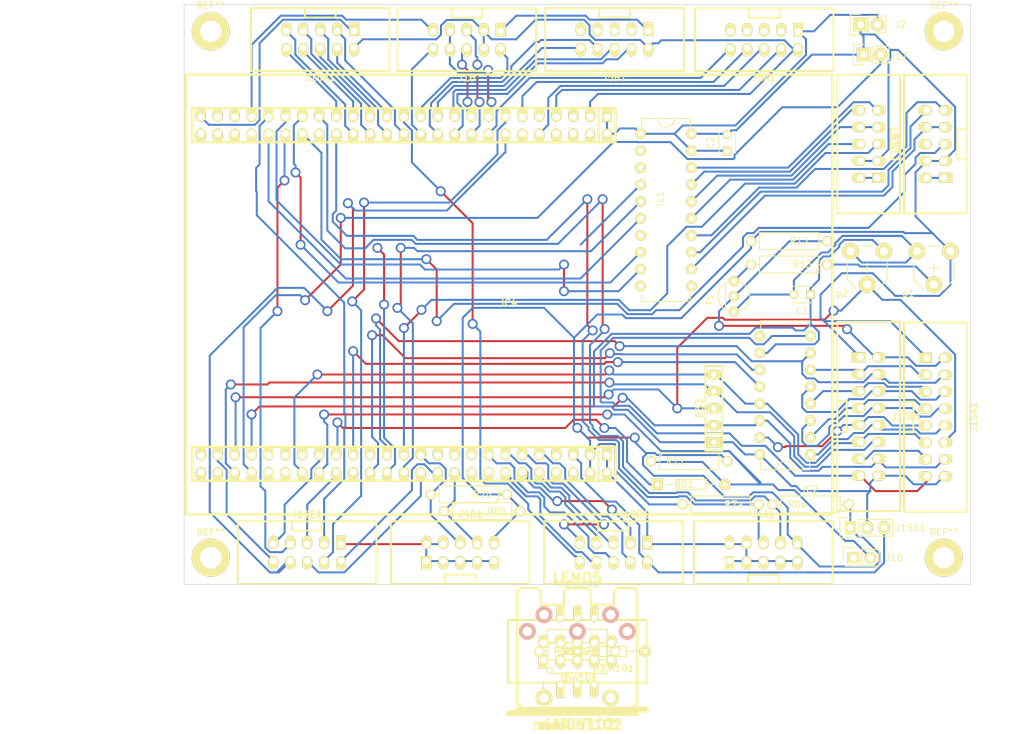
<source format=kicad_pcb>
(kicad_pcb (version 4) (host pcbnew 4.0.2-stable)
  (layers (0 F.Cu signal) (31 B.Cu signal) (35 F.Paste user) (37 F.SilkS user) (39 F.Mask user) (44 Edge.Cuts user))
  (net 0 "")
  (net 1 "Net-(C1-Pad1)")
  (net 2 GND)
  (net 3 +5V)
  (net 4 /PD0)
  (net 5 /PD1)
  (net 6 /PB8)
  (net 7 /PA15)
  (net 8 /PB3)
  (net 9 /PB5)
  (net 10 /PD10)
  (net 11 /PB12)
  (net 12 /PB13)
  (net 13 /PB15)
  (net 14 "Net-(IC2-Pad1)")
  (net 15 "Net-(IC2-Pad2)")
  (net 16 "Net-(IC2-Pad3)")
  (net 17 "Net-(IC2-Pad4)")
  (net 18 "Net-(IC2-Pad5)")
  (net 19 "Net-(IC2-Pad6)")
  (net 20 /PD7)
  (net 21 "Net-(IC2-Pad9)")
  (net 22 /PD6)
  (net 23 /PD3)
  (net 24 /PC11)
  (net 25 /PA8)
  (net 26 "Net-(IC2-Pad15)")
  (net 27 /PB10)
  (net 28 /PB11)
  (net 29 /PB6)
  (net 30 /PB9)
  (net 31 +3V3)
  (net 32 "Net-(J5A1-Pad3)")
  (net 33 /PC1)
  (net 34 /PC2)
  (net 35 /PA1)
  (net 36 /PA4)
  (net 37 "Net-(J5B1-Pad3)")
  (net 38 /PC4)
  (net 39 /PC5)
  (net 40 /PB0)
  (net 41 /PB1)
  (net 42 /PB14)
  (net 43 /PE8)
  (net 44 /PE9)
  (net 45 /PE10)
  (net 46 /PE11)
  (net 47 /PE12)
  (net 48 /PE13)
  (net 49 /PE14)
  (net 50 /PE15)
  (net 51 /PC13)
  (net 52 /PC14)
  (net 53 /PC15)
  (net 54 /PE2)
  (net 55 /PE4)
  (net 56 /PE5)
  (net 57 /PE6)
  (net 58 /PE7)
  (net 59 /PD9)
  (net 60 /PA3)
  (net 61 /PD2)
  (net 62 /PB7)
  (net 63 /PD8)
  (net 64 /PA2)
  (net 65 /PC12)
  (net 66 /PC6)
  (net 67 "Net-(J15A1-Pad2)")
  (net 68 /PC8)
  (net 69 "Net-(J15A1-Pad13)")
  (net 70 /PC9)
  (net 71 /PA6)
  (net 72 /PA7)
  (net 73 /PA5)
  (net 74 /PD11)
  (net 75 /PB2)
  (net 76 /PA9)
  (net 77 /PB4)
  (net 78 "Net-(R13-Pad1)")
  (net 79 "Net-(R13-Pad2)")
  (net 80 "Net-(IC4-Pad59)")
  (net 81 "Net-(IC4-Pad61)")
  (net 82 "Net-(IC4-Pad63)")
  (net 83 "Net-(IC4-Pad71)")
  (net 84 "Net-(IC4-Pad79)")
  (net 85 "Net-(IC4-Pad83)")
  (net 86 "Net-(IC4-Pad93)")
  (net 87 "Net-(IC4-Pad96)")
  (net 88 "Net-(IC4-Pad94)")
  (net 89 "Net-(IC4-Pad86)")
  (net 90 "Net-(IC4-Pad84)")
  (net 91 "Net-(IC4-Pad70)")
  (net 92 "Net-(IC4-Pad60)")
  (net 93 "Net-(IC4-Pad54)")
  (net 94 "Net-(IC4-Pad48)")
  (net 95 "Net-(IC4-Pad46)")
  (net 96 "Net-(IC4-Pad44)")
  (net 97 "Net-(IC4-Pad12)")
  (net 98 "Net-(IC4-Pad8)")
  (net 99 "Net-(IC4-Pad6)")
  (net 100 "Net-(IC4-Pad9)")
  (net 101 "Net-(IC4-Pad45)")
  (net 102 "Net-(IC4-Pad47)")
  (net 103 "Net-(D1m101-Pad2)")
  (net 104 "Net-(D1m101-Pad1)")
  (net 105 "Net-(D2m101-Pad2)")
  (net 106 "Net-(D2m101-Pad1)")
  (net 107 "Net-(J8J9-Pad6)")
  (net 108 "Net-(J8J9-Pad7)")
  (net 109 "Net-(J8J9-Pad10)")
  (net 110 "Net-(J8J9-Pad9)")
  (net 111 "Net-(J19-Pad6)")
  (net 112 "Net-(J19-Pad7)")
  (net 113 "Net-(J19-Pad10)")
  (net 114 "Net-(J19-Pad9)")
  (net 115 "Net-(IC1m101-Pad6)")
  (net 116 "Net-(IC2m101-Pad6)")
  (net 117 "Net-(j1m101-Pad9)")
  (net 118 "Net-(j1m101-Pad10)")
  (net 119 "Net-(R3m101-Pad2)")
  (net 120 "Net-(R8m101-Pad2)")
  (net 121 "Net-(j1m101-Pad5)")
  (net 122 "Net-(j1m101-Pad6)")
  (net 123 "Net-(midiIN101-Pad3)")
  (net 124 "Net-(midiIN101-Pad4)")
  (net 125 "Net-(R1m101-Pad1)")
  (net 126 "Net-(midiIN101-Pad1)")
  (net 127 "Net-(midiIN102-Pad3)")
  (net 128 "Net-(midiIN102-Pad4)")
  (net 129 "Net-(R6m101-Pad1)")
  (net 130 "Net-(midiIN102-Pad1)")
  (net 131 "Net-(midiOUT101-Pad3)")
  (net 132 "Net-(midiOUT101-Pad4)")
  (net 133 "Net-(R5m101-Pad1)")
  (net 134 "Net-(midiOUT101-Pad1)")
  (net 135 "Net-(R3m101-Pad1)")
  (net 136 "Net-(midiOUT102-Pad3)")
  (net 137 "Net-(midiOUT102-Pad4)")
  (net 138 "Net-(R10m101-Pad1)")
  (net 139 "Net-(midiOUT102-Pad1)")
  (net 140 "Net-(R8m101-Pad1)")
  (net 141 "Net-(IC1m101-Pad7)")
  (net 142 "Net-(IC2m101-Pad7)")
  (module "empreinte ksir:DIP-20_W7.62mm" (layer F.Cu) (at 108.5 32.38)
    (fp_text reference ic1 (at 2.92 9.76 90) (layer F.SilkS))
    (fp_text value 74HCT541)
    (pad 1 thru_hole oval (at 0 0) (size 1.6 1.6) (drill 0.8) (layers *.Cu *.Mask F.SilkS) (net 2 GND))
    (pad 2 thru_hole oval (at 0 2.54) (size 1.6 1.6) (drill 0.8) (layers *.Cu *.Mask F.SilkS) (net 6 /PB8))
    (pad 3 thru_hole oval (at 0 5.08) (size 1.6 1.6) (drill 0.8) (layers *.Cu *.Mask F.SilkS) (net 7 /PA15))
    (pad 4 thru_hole oval (at 0 7.62) (size 1.6 1.6) (drill 0.8) (layers *.Cu *.Mask F.SilkS) (net 8 /PB3))
    (pad 5 thru_hole oval (at 0 10.16) (size 1.6 1.6) (drill 0.8) (layers *.Cu *.Mask F.SilkS) (net 9 /PB5))
    (pad 6 thru_hole oval (at 0 12.7) (size 1.6 1.6) (drill 0.8) (layers *.Cu *.Mask F.SilkS) (net 10 /PD10))
    (pad 7 thru_hole oval (at 0 15.24) (size 1.6 1.6) (drill 0.8) (layers *.Cu *.Mask F.SilkS) (net 11 /PB12))
    (pad 8 thru_hole oval (at 0 17.78) (size 1.6 1.6) (drill 0.8) (layers *.Cu *.Mask F.SilkS) (net 12 /PB13))
    (pad 9 thru_hole oval (at 0 20.32) (size 1.6 1.6) (drill 0.8) (layers *.Cu *.Mask F.SilkS) (net 13 /PB15))
    (pad 10 thru_hole oval (at 0 22.86) (size 1.6 1.6) (drill 0.8) (layers *.Cu *.Mask F.SilkS) (net 2 GND))
    (pad 11 thru_hole oval (at 7.62 22.86) (size 1.6 1.6) (drill 0.8) (layers *.Cu *.Mask F.SilkS) (net 107 "Net-(J8J9-Pad6)"))
    (pad 12 thru_hole oval (at 7.62 20.32) (size 1.6 1.6) (drill 0.8) (layers *.Cu *.Mask F.SilkS) (net 108 "Net-(J8J9-Pad7)"))
    (pad 13 thru_hole oval (at 7.62 17.78) (size 1.6 1.6) (drill 0.8) (layers *.Cu *.Mask F.SilkS) (net 109 "Net-(J8J9-Pad10)"))
    (pad 14 thru_hole oval (at 7.62 15.24) (size 1.6 1.6) (drill 0.8) (layers *.Cu *.Mask F.SilkS) (net 110 "Net-(J8J9-Pad9)"))
    (pad 15 thru_hole oval (at 7.62 12.7) (size 1.6 1.6) (drill 0.8) (layers *.Cu *.Mask F.SilkS) (net 111 "Net-(J19-Pad6)"))
    (pad 16 thru_hole oval (at 7.62 10.16) (size 1.6 1.6) (drill 0.8) (layers *.Cu *.Mask F.SilkS) (net 112 "Net-(J19-Pad7)"))
    (pad 17 thru_hole oval (at 7.62 7.62) (size 1.6 1.6) (drill 0.8) (layers *.Cu *.Mask F.SilkS) (net 113 "Net-(J19-Pad10)"))
    (pad 18 thru_hole oval (at 7.62 5.08) (size 1.6 1.6) (drill 0.8) (layers *.Cu *.Mask F.SilkS) (net 114 "Net-(J19-Pad9)"))
    (pad 19 thru_hole oval (at 7.62 2.54) (size 1.6 1.6) (drill 0.8) (layers *.Cu *.Mask F.SilkS) (net 2 GND))
    (pad 20 thru_hole oval (at 7.62 0) (size 1.6 1.6) (drill 0.8) (layers *.Cu *.Mask F.SilkS) (net 3 +5V))
  )
  (module Housings_DIP:DIP-16_W7.62mm (layer F.Cu) (at 134 80.5 180)
    (fp_text reference IC2 (at 0 -5.22 180) (layer F.SilkS))
    (fp_text value 74HC595)
    (pad 1 thru_hole oval (at 0 0 180) (size 1.6 1.6) (drill 0.8) (layers *.Cu *.Mask F.SilkS) (net 14 "Net-(IC2-Pad1)"))
    (pad 2 thru_hole oval (at 0 2.54 180) (size 1.6 1.6) (drill 0.8) (layers *.Cu *.Mask F.SilkS) (net 15 "Net-(IC2-Pad2)"))
    (pad 3 thru_hole oval (at 0 5.08 180) (size 1.6 1.6) (drill 0.8) (layers *.Cu *.Mask F.SilkS) (net 16 "Net-(IC2-Pad3)"))
    (pad 4 thru_hole oval (at 0 7.62 180) (size 1.6 1.6) (drill 0.8) (layers *.Cu *.Mask F.SilkS) (net 17 "Net-(IC2-Pad4)"))
    (pad 5 thru_hole oval (at 0 10.16 180) (size 1.6 1.6) (drill 0.8) (layers *.Cu *.Mask F.SilkS) (net 18 "Net-(IC2-Pad5)"))
    (pad 6 thru_hole oval (at 0 12.7 180) (size 1.6 1.6) (drill 0.8) (layers *.Cu *.Mask F.SilkS) (net 19 "Net-(IC2-Pad6)"))
    (pad 7 thru_hole oval (at 0 15.24 180) (size 1.6 1.6) (drill 0.8) (layers *.Cu *.Mask F.SilkS) (net 20 /PD7))
    (pad 8 thru_hole oval (at 0 17.78 180) (size 1.6 1.6) (drill 0.8) (layers *.Cu *.Mask F.SilkS) (net 2 GND))
    (pad 9 thru_hole oval (at 7.62 17.78 180) (size 1.6 1.6) (drill 0.8) (layers *.Cu *.Mask F.SilkS) (net 21 "Net-(IC2-Pad9)"))
    (pad 10 thru_hole oval (at 7.62 15.24 180) (size 1.6 1.6) (drill 0.8) (layers *.Cu *.Mask F.SilkS) (net 1 "Net-(C1-Pad1)"))
    (pad 11 thru_hole oval (at 7.62 12.7 180) (size 1.6 1.6) (drill 0.8) (layers *.Cu *.Mask F.SilkS) (net 22 /PD6))
    (pad 12 thru_hole oval (at 7.62 10.16 180) (size 1.6 1.6) (drill 0.8) (layers *.Cu *.Mask F.SilkS) (net 23 /PD3))
    (pad 13 thru_hole oval (at 7.62 7.62 180) (size 1.6 1.6) (drill 0.8) (layers *.Cu *.Mask F.SilkS) (net 24 /PC11))
    (pad 14 thru_hole oval (at 7.62 5.08 180) (size 1.6 1.6) (drill 0.8) (layers *.Cu *.Mask F.SilkS) (net 25 /PA8))
    (pad 15 thru_hole oval (at 7.62 2.54 180) (size 1.6 1.6) (drill 0.8) (layers *.Cu *.Mask F.SilkS) (net 26 "Net-(IC2-Pad15)"))
    (pad 16 thru_hole oval (at 7.62 0 180) (size 1.6 1.6) (drill 0.8) (layers *.Cu *.Mask F.SilkS) (net 1 "Net-(C1-Pad1)"))
  )
  (module w_conn_misc:stm32f4_discovery_header (layer F.Cu) (at 88.78 56.5)
    (fp_text reference IC4 (at 0 1.27) (layer F.SilkS) (effects (font (size 1.016 1.016) (thickness 0.2032))))
    (fp_text value STM32F4_Discovery_Header hide)
    (pad 51 thru_hole oval (at -46.28 24.13) (size 1.5 2) (drill 0.99822 (offset 0 -0.25)) (layers *.Cu *.Mask F.SilkS) (net 2 GND))
    (pad 53 thru_hole oval (at -43.74 24.13) (size 1.5 2) (drill 0.99822 (offset 0 -0.25)) (layers *.Cu *.Mask F.SilkS) (net 66 /PC6))
    (pad 55 thru_hole oval (at -41.2 24.13) (size 1.5 2) (drill 0.99822 (offset 0 -0.25)) (layers *.Cu *.Mask F.SilkS) (net 68 /PC8))
    (pad 57 thru_hole oval (at -38.66 24.13) (size 1.5 2) (drill 0.99822 (offset 0 -0.25)) (layers *.Cu *.Mask F.SilkS) (net 25 /PA8))
    (pad 59 thru_hole oval (at -36.12 24.13) (size 1.5 2) (drill 0.99822 (offset 0 -0.25)) (layers *.Cu *.Mask F.SilkS) (net 80 "Net-(IC4-Pad59)"))
    (pad 61 thru_hole oval (at -33.58 24.13) (size 1.5 2) (drill 0.99822 (offset 0 -0.25)) (layers *.Cu *.Mask F.SilkS) (net 81 "Net-(IC4-Pad61)"))
    (pad 63 thru_hole oval (at -31.04 24.13) (size 1.5 2) (drill 0.99822 (offset 0 -0.25)) (layers *.Cu *.Mask F.SilkS) (net 82 "Net-(IC4-Pad63)"))
    (pad 65 thru_hole oval (at -28.5 24.13) (size 1.5 2) (drill 0.99822 (offset 0 -0.25)) (layers *.Cu *.Mask F.SilkS) (net 65 /PC12))
    (pad 67 thru_hole oval (at -25.96 24.13) (size 1.5 2) (drill 0.99822 (offset 0 -0.25)) (layers *.Cu *.Mask F.SilkS) (net 5 /PD1))
    (pad 69 thru_hole oval (at -23.42 24.13) (size 1.5 2) (drill 0.99822 (offset 0 -0.25)) (layers *.Cu *.Mask F.SilkS) (net 23 /PD3))
    (pad 71 thru_hole oval (at -20.88 24.13) (size 1.5 2) (drill 0.99822 (offset 0 -0.25)) (layers *.Cu *.Mask F.SilkS) (net 83 "Net-(IC4-Pad71)"))
    (pad 73 thru_hole oval (at -18.34 24.13) (size 1.5 2) (drill 0.99822 (offset 0 -0.25)) (layers *.Cu *.Mask F.SilkS) (net 20 /PD7))
    (pad 75 thru_hole oval (at -15.8 24.13) (size 1.5 2) (drill 0.99822 (offset 0 -0.25)) (layers *.Cu *.Mask F.SilkS) (net 77 /PB4))
    (pad 77 thru_hole oval (at -13.26 24.13) (size 1.5 2) (drill 0.99822 (offset 0 -0.25)) (layers *.Cu *.Mask F.SilkS) (net 29 /PB6))
    (pad 79 thru_hole oval (at -10.72 24.13) (size 1.5 2) (drill 0.99822 (offset 0 -0.25)) (layers *.Cu *.Mask F.SilkS) (net 84 "Net-(IC4-Pad79)"))
    (pad 81 thru_hole oval (at -8.18 24.13) (size 1.5 2) (drill 0.99822 (offset 0 -0.25)) (layers *.Cu *.Mask F.SilkS) (net 6 /PB8))
    (pad 83 thru_hole oval (at -5.64 24.13) (size 1.5 2) (drill 0.99822 (offset 0 -0.25)) (layers *.Cu *.Mask F.SilkS) (net 85 "Net-(IC4-Pad83)"))
    (pad 85 thru_hole oval (at -3.1 24.13) (size 1.5 2) (drill 0.99822 (offset 0 -0.25)) (layers *.Cu *.Mask F.SilkS) (net 54 /PE2))
    (pad 87 thru_hole oval (at -0.56 24.13) (size 1.5 2) (drill 0.99822 (offset 0 -0.25)) (layers *.Cu *.Mask F.SilkS) (net 55 /PE4))
    (pad 89 thru_hole oval (at 1.98 24.13) (size 1.5 2) (drill 0.99822 (offset 0 -0.25)) (layers *.Cu *.Mask F.SilkS) (net 57 /PE6))
    (pad 91 thru_hole oval (at 4.52 24.13) (size 1.5 2) (drill 0.99822 (offset 0 -0.25)) (layers *.Cu *.Mask F.SilkS) (net 52 /PC14))
    (pad 93 thru_hole oval (at 7.06 24.13) (size 1.5 2) (drill 0.99822 (offset 0 -0.25)) (layers *.Cu *.Mask F.SilkS) (net 86 "Net-(IC4-Pad93)"))
    (pad 95 thru_hole oval (at 9.6 24.13) (size 1.5 2) (drill 0.99822 (offset 0 -0.25)) (layers *.Cu *.Mask F.SilkS) (net 31 +3V3))
    (pad 97 thru_hole oval (at 12.14 24.13) (size 1.5 2) (drill 0.99822 (offset 0 -0.25)) (layers *.Cu *.Mask F.SilkS) (net 3 +5V))
    (pad 99 thru_hole rect (at 14.68 24.13) (size 1.5 2) (drill 1.00076 (offset 0 -0.25)) (layers *.Cu *.Mask F.SilkS) (net 2 GND))
    (pad 100 thru_hole oval (at 14.68 26.67) (size 1.5 2) (drill 1.00076 (offset 0 0.25)) (layers *.Cu *.Mask F.SilkS) (net 2 GND))
    (pad 98 thru_hole oval (at 12.14 26.67) (size 1.5 2) (drill 1.00076 (offset 0 0.25)) (layers *.Cu *.Mask F.SilkS) (net 3 +5V))
    (pad 96 thru_hole oval (at 9.6 26.67) (size 1.5 2) (drill 1.00076 (offset 0 0.25)) (layers *.Cu *.Mask F.SilkS) (net 87 "Net-(IC4-Pad96)"))
    (pad 94 thru_hole oval (at 7.06 26.67) (size 1.5 2) (drill 1.00076 (offset 0 0.25)) (layers *.Cu *.Mask F.SilkS) (net 88 "Net-(IC4-Pad94)"))
    (pad 92 thru_hole oval (at 4.52 26.67) (size 1.5 2) (drill 1.00076 (offset 0 0.25)) (layers *.Cu *.Mask F.SilkS) (net 53 /PC15))
    (pad 90 thru_hole oval (at 1.98 26.67) (size 1.5 2) (drill 1.00076 (offset 0 0.25)) (layers *.Cu *.Mask F.SilkS) (net 51 /PC13))
    (pad 88 thru_hole oval (at -0.56 26.67) (size 1.5 2) (drill 1.00076 (offset 0 0.25)) (layers *.Cu *.Mask F.SilkS) (net 56 /PE5))
    (pad 86 thru_hole oval (at -3.1 26.67) (size 1.5 2) (drill 1.00076 (offset 0 0.25)) (layers *.Cu *.Mask F.SilkS) (net 89 "Net-(IC4-Pad86)"))
    (pad 84 thru_hole oval (at -5.64 26.67) (size 1.5 2) (drill 1.00076 (offset 0 0.25)) (layers *.Cu *.Mask F.SilkS) (net 90 "Net-(IC4-Pad84)"))
    (pad 82 thru_hole oval (at -8.18 26.67) (size 1.5 2) (drill 1.00076 (offset 0 0.25)) (layers *.Cu *.Mask F.SilkS) (net 30 /PB9))
    (pad 80 thru_hole oval (at -10.72 26.67) (size 1.5 2) (drill 1.00076 (offset 0 0.25)) (layers *.Cu *.Mask F.SilkS) (net 31 +3V3))
    (pad 78 thru_hole oval (at -13.26 26.67) (size 1.5 2) (drill 1.00076 (offset 0 0.25)) (layers *.Cu *.Mask F.SilkS) (net 62 /PB7))
    (pad 76 thru_hole oval (at -15.8 26.67) (size 1.5 2) (drill 1.00076 (offset 0 0.25)) (layers *.Cu *.Mask F.SilkS) (net 9 /PB5))
    (pad 74 thru_hole oval (at -18.34 26.67) (size 1.5 2) (drill 1.00076 (offset 0 0.25)) (layers *.Cu *.Mask F.SilkS) (net 8 /PB3))
    (pad 72 thru_hole oval (at -20.88 26.67) (size 1.5 2) (drill 1.00076 (offset 0 0.25)) (layers *.Cu *.Mask F.SilkS) (net 22 /PD6))
    (pad 70 thru_hole oval (at -23.42 26.67) (size 1.5 2) (drill 1.00076 (offset 0 0.25)) (layers *.Cu *.Mask F.SilkS) (net 91 "Net-(IC4-Pad70)"))
    (pad 68 thru_hole oval (at -25.96 26.67) (size 1.5 2) (drill 1.00076 (offset 0 0.25)) (layers *.Cu *.Mask F.SilkS) (net 61 /PD2))
    (pad 66 thru_hole oval (at -28.5 26.67) (size 1.5 2) (drill 1.00076 (offset 0 0.25)) (layers *.Cu *.Mask F.SilkS) (net 4 /PD0))
    (pad 64 thru_hole oval (at -31.04 26.67) (size 1.5 2) (drill 1.00076 (offset 0 0.25)) (layers *.Cu *.Mask F.SilkS) (net 24 /PC11))
    (pad 62 thru_hole oval (at -33.58 26.67) (size 1.5 2) (drill 1.00076 (offset 0 0.25)) (layers *.Cu *.Mask F.SilkS) (net 7 /PA15))
    (pad 60 thru_hole oval (at -36.12 26.67) (size 1.5 2) (drill 1.00076 (offset 0 0.25)) (layers *.Cu *.Mask F.SilkS) (net 92 "Net-(IC4-Pad60)"))
    (pad 58 thru_hole oval (at -38.66 26.67) (size 1.5 2) (drill 1.00076 (offset 0 0.25)) (layers *.Cu *.Mask F.SilkS) (net 76 /PA9))
    (pad 56 thru_hole oval (at -41.2 26.67) (size 1.5 2) (drill 1.00076 (offset 0 0.25)) (layers *.Cu *.Mask F.SilkS) (net 70 /PC9))
    (pad 54 thru_hole oval (at -43.74 26.67) (size 1.5 2) (drill 1.00076 (offset 0 0.25)) (layers *.Cu *.Mask F.SilkS) (net 93 "Net-(IC4-Pad54)"))
    (pad 52 thru_hole oval (at -46.28 26.67) (size 1.5 2) (drill 1.00076 (offset 0 0.25)) (layers *.Cu *.Mask F.SilkS) (net 2 GND))
    (pad 50 thru_hole oval (at -46.28 -24.13) (size 1.5 2) (drill 1.00076 (offset 0 0.25)) (layers *.Cu *.Mask F.SilkS) (net 2 GND))
    (pad 48 thru_hole oval (at -43.74 -24.13) (size 1.5 2) (drill 1.00076 (offset 0 0.25)) (layers *.Cu *.Mask F.SilkS) (net 94 "Net-(IC4-Pad48)"))
    (pad 46 thru_hole oval (at -41.2 -24.13) (size 1.5 2) (drill 1.00076 (offset 0 0.25)) (layers *.Cu *.Mask F.SilkS) (net 95 "Net-(IC4-Pad46)"))
    (pad 44 thru_hole oval (at -38.66 -24.13) (size 1.5 2) (drill 1.00076 (offset 0 0.25)) (layers *.Cu *.Mask F.SilkS) (net 96 "Net-(IC4-Pad44)"))
    (pad 42 thru_hole oval (at -36.12 -24.13) (size 1.5 2) (drill 1.00076 (offset 0 0.25)) (layers *.Cu *.Mask F.SilkS) (net 10 /PD10))
    (pad 40 thru_hole oval (at -33.58 -24.13) (size 1.5 2) (drill 1.00076 (offset 0 0.25)) (layers *.Cu *.Mask F.SilkS) (net 63 /PD8))
    (pad 38 thru_hole oval (at -31.04 -24.13) (size 1.5 2) (drill 1.00076 (offset 0 0.25)) (layers *.Cu *.Mask F.SilkS) (net 42 /PB14))
    (pad 36 thru_hole oval (at -28.5 -24.13) (size 1.5 2) (drill 1.00076 (offset 0 0.25)) (layers *.Cu *.Mask F.SilkS) (net 11 /PB12))
    (pad 34 thru_hole oval (at -25.96 -24.13) (size 1.5 2) (drill 1.00076 (offset 0 0.25)) (layers *.Cu *.Mask F.SilkS) (net 27 /PB10))
    (pad 32 thru_hole oval (at -23.42 -24.13) (size 1.5 2) (drill 1.00076 (offset 0 0.25)) (layers *.Cu *.Mask F.SilkS) (net 49 /PE14))
    (pad 30 thru_hole oval (at -20.88 -24.13) (size 1.5 2) (drill 1.00076 (offset 0 0.25)) (layers *.Cu *.Mask F.SilkS) (net 47 /PE12))
    (pad 28 thru_hole oval (at -18.34 -24.13) (size 1.5 2) (drill 1.00076 (offset 0 0.25)) (layers *.Cu *.Mask F.SilkS) (net 45 /PE10))
    (pad 26 thru_hole oval (at -15.8 -24.13) (size 1.5 2) (drill 1.00076 (offset 0 0.25)) (layers *.Cu *.Mask F.SilkS) (net 43 /PE8))
    (pad 24 thru_hole oval (at -13.26 -24.13) (size 1.5 2) (drill 1.00076 (offset 0 0.25)) (layers *.Cu *.Mask F.SilkS) (net 75 /PB2))
    (pad 22 thru_hole oval (at -10.72 -24.13) (size 1.5 2) (drill 1.00076 (offset 0 0.25)) (layers *.Cu *.Mask F.SilkS) (net 40 /PB0))
    (pad 20 thru_hole oval (at -8.18 -24.13) (size 1.5 2) (drill 1.00076 (offset 0 0.25)) (layers *.Cu *.Mask F.SilkS) (net 38 /PC4))
    (pad 18 thru_hole oval (at -5.64 -24.13) (size 1.5 2) (drill 1.00076 (offset 0 0.25)) (layers *.Cu *.Mask F.SilkS) (net 71 /PA6))
    (pad 16 thru_hole oval (at -3.1 -24.13) (size 1.5 2) (drill 1.00076 (offset 0 0.25)) (layers *.Cu *.Mask F.SilkS) (net 36 /PA4))
    (pad 14 thru_hole oval (at -0.56 -24.13) (size 1.5 2) (drill 1.00076 (offset 0 0.25)) (layers *.Cu *.Mask F.SilkS) (net 64 /PA2))
    (pad 12 thru_hole oval (at 1.98 -24.13) (size 1.5 2) (drill 1.00076 (offset 0 0.25)) (layers *.Cu *.Mask F.SilkS) (net 97 "Net-(IC4-Pad12)"))
    (pad 10 thru_hole oval (at 4.52 -24.13) (size 1.5 2) (drill 1.00076 (offset 0 0.25)) (layers *.Cu *.Mask F.SilkS) (net 34 /PC2))
    (pad 8 thru_hole oval (at 7.06 -24.13) (size 1.5 2) (drill 1.00076 (offset 0 0.25)) (layers *.Cu *.Mask F.SilkS) (net 98 "Net-(IC4-Pad8)"))
    (pad 6 thru_hole oval (at 9.6 -24.13) (size 1.5 2) (drill 1.00076 (offset 0 0.25)) (layers *.Cu *.Mask F.SilkS) (net 99 "Net-(IC4-Pad6)"))
    (pad 4 thru_hole oval (at 12.14 -24.13) (size 1.5 2) (drill 1.00076 (offset 0 0.25)) (layers *.Cu *.Mask F.SilkS) (net 31 +3V3))
    (pad 2 thru_hole oval (at 14.68 -24.13) (size 1.5 2) (drill 1.00076 (offset 0 0.25)) (layers *.Cu *.Mask F.SilkS) (net 2 GND))
    (pad 1 thru_hole rect (at 14.68 -26.67) (size 1.5 2) (drill 1.00076 (offset 0 -0.25)) (layers *.Cu *.Mask F.SilkS) (net 2 GND))
    (pad 3 thru_hole oval (at 12.14 -26.67) (size 1.5 2) (drill 0.99822 (offset 0 -0.25)) (layers *.Cu *.Mask F.SilkS) (net 31 +3V3))
    (pad 5 thru_hole oval (at 9.6 -26.67) (size 1.5 2) (drill 0.99822 (offset 0 -0.25)) (layers *.Cu *.Mask F.SilkS) (net 2 GND))
    (pad 7 thru_hole oval (at 7.06 -26.67) (size 1.5 2) (drill 0.99822 (offset 0 -0.25)) (layers *.Cu *.Mask F.SilkS) (net 33 /PC1))
    (pad 9 thru_hole oval (at 4.52 -26.67) (size 1.5 2) (drill 0.99822 (offset 0 -0.25)) (layers *.Cu *.Mask F.SilkS) (net 100 "Net-(IC4-Pad9)"))
    (pad 11 thru_hole oval (at 1.98 -26.67) (size 1.5 2) (drill 0.99822 (offset 0 -0.25)) (layers *.Cu *.Mask F.SilkS) (net 35 /PA1))
    (pad 13 thru_hole oval (at -0.56 -26.67) (size 1.5 2) (drill 0.99822 (offset 0 -0.25)) (layers *.Cu *.Mask F.SilkS) (net 60 /PA3))
    (pad 15 thru_hole oval (at -3.1 -26.67) (size 1.5 2) (drill 0.99822 (offset 0 -0.25)) (layers *.Cu *.Mask F.SilkS) (net 73 /PA5))
    (pad 17 thru_hole oval (at -5.64 -26.67) (size 1.5 2) (drill 0.99822 (offset 0 -0.25)) (layers *.Cu *.Mask F.SilkS) (net 72 /PA7))
    (pad 19 thru_hole oval (at -8.18 -26.67) (size 1.5 2) (drill 0.99822 (offset 0 -0.25)) (layers *.Cu *.Mask F.SilkS) (net 39 /PC5))
    (pad 21 thru_hole oval (at -10.72 -26.67) (size 1.5 2) (drill 0.99822 (offset 0 -0.25)) (layers *.Cu *.Mask F.SilkS) (net 41 /PB1))
    (pad 23 thru_hole oval (at -13.26 -26.67) (size 1.5 2) (drill 0.99822 (offset 0 -0.25)) (layers *.Cu *.Mask F.SilkS) (net 2 GND))
    (pad 25 thru_hole oval (at -15.8 -26.67) (size 1.5 2) (drill 0.99822 (offset 0 -0.25)) (layers *.Cu *.Mask F.SilkS) (net 58 /PE7))
    (pad 27 thru_hole oval (at -18.34 -26.67) (size 1.5 2) (drill 0.99822 (offset 0 -0.25)) (layers *.Cu *.Mask F.SilkS) (net 44 /PE9))
    (pad 29 thru_hole oval (at -20.88 -26.67) (size 1.5 2) (drill 0.99822 (offset 0 -0.25)) (layers *.Cu *.Mask F.SilkS) (net 46 /PE11))
    (pad 31 thru_hole oval (at -23.42 -26.67) (size 1.5 2) (drill 0.99822 (offset 0 -0.25)) (layers *.Cu *.Mask F.SilkS) (net 48 /PE13))
    (pad 33 thru_hole oval (at -25.96 -26.67) (size 1.5 2) (drill 0.99822 (offset 0 -0.25)) (layers *.Cu *.Mask F.SilkS) (net 50 /PE15))
    (pad 35 thru_hole oval (at -28.5 -26.67) (size 1.5 2) (drill 0.99822 (offset 0 -0.25)) (layers *.Cu *.Mask F.SilkS) (net 28 /PB11))
    (pad 37 thru_hole oval (at -31.04 -26.67) (size 1.5 2) (drill 0.99822 (offset 0 -0.25)) (layers *.Cu *.Mask F.SilkS) (net 12 /PB13))
    (pad 39 thru_hole oval (at -33.58 -26.67) (size 1.5 2) (drill 0.99822 (offset 0 -0.25)) (layers *.Cu *.Mask F.SilkS) (net 13 /PB15))
    (pad 41 thru_hole oval (at -36.12 -26.67) (size 1.5 2) (drill 0.99822 (offset 0 -0.25)) (layers *.Cu *.Mask F.SilkS) (net 59 /PD9))
    (pad 43 thru_hole oval (at -38.66 -26.67) (size 1.5 2) (drill 0.99822 (offset 0 -0.25)) (layers *.Cu *.Mask F.SilkS) (net 74 /PD11))
    (pad 45 thru_hole oval (at -41.2 -26.67) (size 1.5 2) (drill 0.99822 (offset 0 -0.25)) (layers *.Cu *.Mask F.SilkS) (net 101 "Net-(IC4-Pad45)"))
    (pad 47 thru_hole oval (at -43.74 -26.67) (size 1.5 2) (drill 0.99822 (offset 0 -0.25)) (layers *.Cu *.Mask F.SilkS) (net 102 "Net-(IC4-Pad47)"))
    (pad 49 thru_hole oval (at -46.28 -26.67) (size 1.5 2) (drill 0.99822 (offset 0 -0.25)) (layers *.Cu *.Mask F.SilkS) (net 2 GND))
  )
  (module Mounting_Holes:MountingHole_3.2mm_M3_ISO7380_Pad (layer F.Cu) (at 44 96)
    (fp_text reference REF** (at 0 -3.85) (layer F.SilkS))
    (fp_text value MountingHole_3mm)
    (pad 1 thru_hole circle (at 0 0) (size 5.7 5.7) (drill 3.2) (layers *.Cu *.Mask F.SilkS))
  )
  (module Diodes_ThroughHole:Diode_DO-35_SOD27_Horizontal_RM10 (layer F.Cu) (at 111 85)
    (fp_text reference D1 (at 4.50052 -0.00254) (layer F.SilkS))
    (fp_text value D)
    (pad 2 thru_hole circle (at 10.16052 -0.00254 180) (size 1.69926 1.69926) (drill 0.70104) (layers *.Cu *.Mask F.SilkS) (net 4 /PD0))
    (pad 1 thru_hole rect (at 0.00052 -0.00254 180) (size 1.69926 1.69926) (drill 0.70104) (layers *.Cu *.Mask F.SilkS) (net 5 /PD1))
  )
  (module Pin_Headers:Pin_Header_Straight_1x02 (layer F.Cu) (at 141.5 16 90)
    (fp_text reference J2 (at 0 6 180) (layer F.SilkS))
    (fp_text value CONN_2)
    (pad 1 thru_hole rect (at 0 0 90) (size 2.032 2.032) (drill 1.016) (layers *.Cu *.Mask F.SilkS) (net 3 +5V))
    (pad 2 thru_hole oval (at 0 2.54 90) (size 2.032 2.032) (drill 1.016) (layers *.Cu *.Mask F.SilkS) (net 2 GND))
  )
  (module Pin_Headers:Pin_Header_Straight_1x03 (layer F.Cu) (at 139.96 91.5 90)
    (fp_text reference J15S1 (at 0 9.04 180) (layer F.SilkS))
    (fp_text value CONN_01X03)
    (pad 1 thru_hole rect (at 0 0 90) (size 2.032 1.7272) (drill 1.016) (layers *.Cu *.Mask F.SilkS) (net 3 +5V))
    (pad 2 thru_hole oval (at 0 2.54 90) (size 2.032 1.7272) (drill 1.016) (layers *.Cu *.Mask F.SilkS) (net 1 "Net-(C1-Pad1)"))
    (pad 3 thru_hole oval (at 0 5.08 90) (size 2.032 1.7272) (drill 1.016) (layers *.Cu *.Mask F.SilkS) (net 31 +3V3))
  )
  (module Pin_Headers:Pin_Header_Straight_1x02 (layer F.Cu) (at 141.96 20.5 90)
    (fp_text reference J17 (at -0.25 5.25 180) (layer F.SilkS))
    (fp_text value CONN_01X02)
    (pad 1 thru_hole rect (at 0 0 90) (size 2.032 2.032) (drill 1.016) (layers *.Cu *.Mask F.SilkS) (net 3 +5V))
    (pad 2 thru_hole oval (at 0 2.54 90) (size 2.032 2.032) (drill 1.016) (layers *.Cu *.Mask F.SilkS) (net 76 /PA9))
  )
  (module w_pth_resistors:r-sil_5 (layer F.Cu) (at 119.5 73.58 90)
    (fp_text reference R33 (at 0 -2.159 90) (layer F.SilkS) (effects (font (size 1.016 1.016) (thickness 0.2032))))
    (fp_text value R-SIL_4 hide)
    (pad 1 thru_hole rect (at -5.08 0 90) (size 1.524 2.19964) (drill 0.8001) (layers *.Cu *.Mask F.SilkS) (net 1 "Net-(C1-Pad1)"))
    (pad 2 thru_hole oval (at -2.54 0 90) (size 1.524 2.19964) (drill 0.8001) (layers *.Cu *.Mask F.SilkS) (net 25 /PA8))
    (pad 3 thru_hole oval (at 0 0 90) (size 1.524 2.19964) (drill 0.8001) (layers *.Cu *.Mask F.SilkS) (net 68 /PC8))
    (pad 4 thru_hole oval (at 2.54 0 90) (size 1.524 2.19964) (drill 0.8001) (layers *.Cu *.Mask F.SilkS) (net 70 /PC9))
    (pad 5 thru_hole oval (at 5.08 0 90) (size 1.524 2.19964) (drill 0.8001) (layers *.Cu *.Mask F.SilkS) (net 24 /PC11))
  )
  (module Discret:R4-5 (layer F.Cu) (at 115.785 81.5)
    (fp_text reference R11 (at -2.043 0) (layer F.SilkS))
    (fp_text value R)
    (pad 1 thru_hole circle (at -5.715 0) (size 1.524 1.524) (drill 1.016) (layers *.Cu *.Mask F.SilkS) (net 4 /PD0))
    (pad 2 thru_hole circle (at 5.715 0) (size 1.524 1.524) (drill 1.016) (layers *.Cu *.Mask F.SilkS) (net 3 +5V))
  )
  (module Discret:R4-5 (layer F.Cu) (at 134 88)
    (fp_text reference R8a (at -2 0) (layer F.SilkS))
    (fp_text value R)
    (pad 1 thru_hole circle (at -5.715 0) (size 1.524 1.524) (drill 1.016) (layers *.Cu *.Mask F.SilkS) (net 28 /PB11))
    (pad 2 thru_hole circle (at 5.715 0) (size 1.524 1.524) (drill 1.016) (layers *.Cu *.Mask F.SilkS) (net 3 +5V))
  )
  (module Discret:R4-5 (layer F.Cu) (at 84.715 89)
    (fp_text reference R8b (at 2.215 0) (layer F.SilkS))
    (fp_text value R)
    (pad 1 thru_hole circle (at -5.715 0) (size 1.524 1.524) (drill 1.016) (layers *.Cu *.Mask F.SilkS) (net 30 /PB9))
    (pad 2 thru_hole circle (at 5.715 0) (size 1.524 1.524) (drill 1.016) (layers *.Cu *.Mask F.SilkS) (net 3 +5V))
  )
  (module Discret:R4-5 (layer F.Cu) (at 130.785 52 180)
    (fp_text reference R13 (at -1.993 0 180) (layer F.SilkS))
    (fp_text value R)
    (pad 1 thru_hole circle (at -5.715 0 180) (size 1.524 1.524) (drill 1.016) (layers *.Cu *.Mask F.SilkS) (net 78 "Net-(R13-Pad1)"))
    (pad 2 thru_hole circle (at 5.715 0 180) (size 1.524 1.524) (drill 1.016) (layers *.Cu *.Mask F.SilkS) (net 79 "Net-(R13-Pad2)"))
  )
  (module Discret:R4-5 (layer F.Cu) (at 82.715 86.5 180)
    (fp_text reference R7b (at -2.043 0 180) (layer F.SilkS))
    (fp_text value R)
    (pad 1 thru_hole circle (at -5.715 0 180) (size 1.524 1.524) (drill 1.016) (layers *.Cu *.Mask F.SilkS) (net 3 +5V))
    (pad 2 thru_hole circle (at 5.715 0 180) (size 1.524 1.524) (drill 1.016) (layers *.Cu *.Mask F.SilkS) (net 29 /PB6))
  )
  (module Discret:R4-5 (layer F.Cu) (at 120.5 88)
    (fp_text reference R7a (at 1.993 0) (layer F.SilkS))
    (fp_text value R)
    (pad 1 thru_hole circle (at -5.715 0) (size 1.524 1.524) (drill 1.016) (layers *.Cu *.Mask F.SilkS) (net 3 +5V))
    (pad 2 thru_hole circle (at 5.715 0) (size 1.524 1.524) (drill 1.016) (layers *.Cu *.Mask F.SilkS) (net 27 /PB10))
  )
  (module Discret:R4-5 (layer F.Cu) (at 130.785 48.5)
    (fp_text reference R12 (at 1.543 0) (layer F.SilkS))
    (fp_text value R)
    (pad 1 thru_hole circle (at -5.715 0) (size 1.524 1.524) (drill 1.016) (layers *.Cu *.Mask F.SilkS) (net 3 +5V))
    (pad 2 thru_hole circle (at 5.715 0) (size 1.524 1.524) (drill 1.016) (layers *.Cu *.Mask F.SilkS) (net 67 "Net-(J15A1-Pad2)"))
  )
  (module Potentiometers:Potentiometer_VishaySpectrol-Econtrim-Type36T (layer F.Cu) (at 144.99936 50.00128 180)
    (fp_text reference p2 (at 6.30936 -6.30936 180) (layer F.SilkS))
    (fp_text value POT)
    (pad 2 thru_hole circle (at 2.49936 -4.99872 180) (size 2.49936 2.49936) (drill 1.19888) (layers *.Cu *.Mask F.SilkS) (net 68 /PC8))
    (pad 3 thru_hole circle (at 4.99872 0 180) (size 2.49936 2.49936) (drill 1.19888) (layers *.Cu *.Mask F.SilkS) (net 2 GND))
    (pad 1 thru_hole circle (at 0 0 180) (size 2.49936 2.49936) (drill 1.19888) (layers *.Cu *.Mask F.SilkS) (net 1 "Net-(C1-Pad1)"))
  )
  (module Potentiometers:Potentiometer_VishaySpectrol-Econtrim-Type36T (layer F.Cu) (at 154.99936 50.00128 180)
    (fp_text reference p1 (at 6.30936 -6.30936 180) (layer F.SilkS))
    (fp_text value POT)
    (pad 2 thru_hole circle (at 2.49936 -4.99872 180) (size 2.49936 2.49936) (drill 1.19888) (layers *.Cu *.Mask F.SilkS) (net 78 "Net-(R13-Pad1)"))
    (pad 3 thru_hole circle (at 4.99872 0 180) (size 2.49936 2.49936) (drill 1.19888) (layers *.Cu *.Mask F.SilkS) (net 2 GND))
    (pad 1 thru_hole circle (at 0 0 180) (size 2.49936 2.49936) (drill 1.19888) (layers *.Cu *.Mask F.SilkS) (net 3 +5V))
  )
  (module Pin_Headers:Pin_Header_Straight_2x01 (layer F.Cu) (at 140.46 96)
    (fp_text reference J18 (at 6.04 0) (layer F.SilkS))
    (fp_text value CONN_2)
    (pad 1 thru_hole rect (at 0 0) (size 1.7272 1.7272) (drill 1.016) (layers *.Cu *.Mask F.SilkS) (net 2 GND))
    (pad 2 thru_hole oval (at 2.54 0) (size 1.7272 1.7272) (drill 1.016) (layers *.Cu *.Mask F.SilkS) (net 4 /PD0))
  )
  (module "empreinte ksir:bc337" (layer F.Cu) (at 122.5 56.786 270)
    (fp_text reference T1 (at 0.508 3.556 270) (layer F.SilkS))
    (fp_text value BC817-40)
    (pad 3 thru_hole circle (at 0 0 270) (size 1.524 1.524) (drill 0.762) (layers *.Cu *.Mask F.SilkS) (net 67 "Net-(J15A1-Pad2)"))
    (pad 2 thru_hole circle (at 2.286 0 270) (size 1.524 1.524) (drill 0.762) (layers *.Cu *.Mask F.SilkS) (net 2 GND))
    (pad 1 thru_hole circle (at -2.286 0 270) (size 1.524 1.524) (drill 0.762) (layers *.Cu *.Mask F.SilkS) (net 79 "Net-(R13-Pad2)"))
  )
  (module w_conn_strip:vasch_strip_5x2 (layer F.Cu) (at 142.73 33.92 90)
    (fp_text reference J19 (at 0.2 4 90) (layer F.SilkS) (effects (font (thickness 0.2032))))
    (fp_text value CONN_02X05 hide)
    (pad 9 thru_hole oval (at 5.08 1.27 90) (size 1.5 2) (drill 1 (offset 0 0.25)) (layers *.Cu *.Mask F.SilkS) (net 114 "Net-(J19-Pad9)"))
    (pad 10 thru_hole oval (at 5.08 -1.27 90) (size 1.5 2) (drill 1 (offset 0 -0.25)) (layers *.Cu *.Mask F.SilkS) (net 113 "Net-(J19-Pad10)"))
    (pad 8 thru_hole oval (at 2.54 -1.27 90) (size 1.5 2) (drill 1 (offset 0 -0.25)) (layers *.Cu *.Mask F.SilkS) (net 112 "Net-(J19-Pad7)"))
    (pad 7 thru_hole oval (at 2.54 1.27 90) (size 1.5 2) (drill 1 (offset 0 0.25)) (layers *.Cu *.Mask F.SilkS) (net 112 "Net-(J19-Pad7)"))
    (pad 1 thru_hole rect (at -5.08 1.27 90) (size 1.5 2) (drill 1 (offset 0 0.25)) (layers *.Cu *.Mask F.SilkS) (net 2 GND))
    (pad 2 thru_hole oval (at -5.08 -1.27 90) (size 1.5 2) (drill 1 (offset 0 -0.25)) (layers *.Cu *.Mask F.SilkS) (net 2 GND))
    (pad 3 thru_hole oval (at -2.54 1.27 90) (size 1.5 2) (drill 1 (offset 0 0.25)) (layers *.Cu *.Mask F.SilkS) (net 3 +5V))
    (pad 4 thru_hole oval (at -2.54 -1.27 90) (size 1.5 2) (drill 1 (offset 0 -0.25)) (layers *.Cu *.Mask F.SilkS) (net 3 +5V))
    (pad 5 thru_hole oval (at 0 1.27 90) (size 1.5 2) (drill 1 (offset 0 0.25)) (layers *.Cu *.Mask F.SilkS) (net 77 /PB4))
    (pad 6 thru_hole oval (at 0 -1.27 90) (size 1.5 2) (drill 1 (offset 0 -0.25)) (layers *.Cu *.Mask F.SilkS) (net 111 "Net-(J19-Pad6)"))
  )
  (module w_conn_strip:vasch_strip_5x2 (layer F.Cu) (at 82.42 18.27 180)
    (fp_text reference J16 (at 0 -5.7 180) (layer F.SilkS) (effects (font (thickness 0.2032))))
    (fp_text value CONN_02X05 hide)
    (pad 9 thru_hole oval (at 5.08 1.27 180) (size 1.5 2) (drill 1 (offset 0 0.25)) (layers *.Cu *.Mask F.SilkS) (net 74 /PD11))
    (pad 10 thru_hole oval (at 5.08 -1.27 180) (size 1.5 2) (drill 1 (offset 0 -0.25)) (layers *.Cu *.Mask F.SilkS) (net 75 /PB2))
    (pad 8 thru_hole oval (at 2.54 -1.27 180) (size 1.5 2) (drill 1 (offset 0 -0.25)) (layers *.Cu *.Mask F.SilkS) (net 73 /PA5))
    (pad 7 thru_hole oval (at 2.54 1.27 180) (size 1.5 2) (drill 1 (offset 0 0.25)) (layers *.Cu *.Mask F.SilkS) (net 73 /PA5))
    (pad 1 thru_hole rect (at -5.08 1.27 180) (size 1.5 2) (drill 1 (offset 0 0.25)) (layers *.Cu *.Mask F.SilkS) (net 2 GND))
    (pad 2 thru_hole oval (at -5.08 -1.27 180) (size 1.5 2) (drill 1 (offset 0 -0.25)) (layers *.Cu *.Mask F.SilkS) (net 2 GND))
    (pad 3 thru_hole oval (at -2.54 1.27 180) (size 1.5 2) (drill 1 (offset 0 0.25)) (layers *.Cu *.Mask F.SilkS) (net 31 +3V3))
    (pad 4 thru_hole oval (at -2.54 -1.27 180) (size 1.5 2) (drill 1 (offset 0 -0.25)) (layers *.Cu *.Mask F.SilkS) (net 31 +3V3))
    (pad 5 thru_hole oval (at 0 1.27 180) (size 1.5 2) (drill 1 (offset 0 0.25)) (layers *.Cu *.Mask F.SilkS) (net 71 /PA6))
    (pad 6 thru_hole oval (at 0 -1.27 180) (size 1.5 2) (drill 1 (offset 0 -0.25)) (layers *.Cu *.Mask F.SilkS) (net 72 /PA7))
  )
  (module w_conn_strip:vasch_strip_5x2 (layer F.Cu) (at 58.46 95.23 180)
    (fp_text reference J11E1 (at 0 5.73 180) (layer F.SilkS) (effects (font (thickness 0.2032))))
    (fp_text value CONN_02X05 hide)
    (pad 9 thru_hole oval (at 5.08 1.27 180) (size 1.5 2) (drill 1 (offset 0 0.25)) (layers *.Cu *.Mask F.SilkS) (net 65 /PC12))
    (pad 10 thru_hole oval (at 5.08 -1.27 180) (size 1.5 2) (drill 1 (offset 0 -0.25)) (layers *.Cu *.Mask F.SilkS) (net 66 /PC6))
    (pad 8 thru_hole oval (at 2.54 -1.27 180) (size 1.5 2) (drill 1 (offset 0 -0.25)) (layers *.Cu *.Mask F.SilkS) (net 64 /PA2))
    (pad 7 thru_hole oval (at 2.54 1.27 180) (size 1.5 2) (drill 1 (offset 0 0.25)) (layers *.Cu *.Mask F.SilkS) (net 63 /PD8))
    (pad 1 thru_hole rect (at -5.08 1.27 180) (size 1.5 2) (drill 1 (offset 0 0.25)) (layers *.Cu *.Mask F.SilkS) (net 2 GND))
    (pad 2 thru_hole oval (at -5.08 -1.27 180) (size 1.5 2) (drill 1 (offset 0 -0.25)) (layers *.Cu *.Mask F.SilkS) (net 31 +3V3))
    (pad 3 thru_hole oval (at -2.54 1.27 180) (size 1.5 2) (drill 1 (offset 0 0.25)) (layers *.Cu *.Mask F.SilkS) (net 59 /PD9))
    (pad 4 thru_hole oval (at -2.54 -1.27 180) (size 1.5 2) (drill 1 (offset 0 -0.25)) (layers *.Cu *.Mask F.SilkS) (net 60 /PA3))
    (pad 5 thru_hole oval (at 0 1.27 180) (size 1.5 2) (drill 1 (offset 0 0.25)) (layers *.Cu *.Mask F.SilkS) (net 61 /PD2))
    (pad 6 thru_hole oval (at 0 -1.27 180) (size 1.5 2) (drill 1 (offset 0 -0.25)) (layers *.Cu *.Mask F.SilkS) (net 62 /PB7))
  )
  (module w_conn_strip:vasch_strip_5x2 (layer F.Cu) (at 104.42 95.23 180)
    (fp_text reference J10B1 (at -3.08 5.73 180) (layer F.SilkS) (effects (font (thickness 0.2032))))
    (fp_text value CONN_02X05 hide)
    (pad 9 thru_hole oval (at 5.08 1.27 180) (size 1.5 2) (drill 1 (offset 0 0.25)) (layers *.Cu *.Mask F.SilkS) (net 57 /PE6))
    (pad 10 thru_hole oval (at 5.08 -1.27 180) (size 1.5 2) (drill 1 (offset 0 -0.25)) (layers *.Cu *.Mask F.SilkS) (net 58 /PE7))
    (pad 8 thru_hole oval (at 2.54 -1.27 180) (size 1.5 2) (drill 1 (offset 0 -0.25)) (layers *.Cu *.Mask F.SilkS) (net 56 /PE5))
    (pad 7 thru_hole oval (at 2.54 1.27 180) (size 1.5 2) (drill 1 (offset 0 0.25)) (layers *.Cu *.Mask F.SilkS) (net 55 /PE4))
    (pad 1 thru_hole rect (at -5.08 1.27 180) (size 1.5 2) (drill 1 (offset 0 0.25)) (layers *.Cu *.Mask F.SilkS) (net 2 GND))
    (pad 2 thru_hole oval (at -5.08 -1.27 180) (size 1.5 2) (drill 1 (offset 0 -0.25)) (layers *.Cu *.Mask F.SilkS) (net 31 +3V3))
    (pad 3 thru_hole oval (at -2.54 1.27 180) (size 1.5 2) (drill 1 (offset 0 0.25)) (layers *.Cu *.Mask F.SilkS) (net 51 /PC13))
    (pad 4 thru_hole oval (at -2.54 -1.27 180) (size 1.5 2) (drill 1 (offset 0 -0.25)) (layers *.Cu *.Mask F.SilkS) (net 52 /PC14))
    (pad 5 thru_hole oval (at 0 1.27 180) (size 1.5 2) (drill 1 (offset 0 0.25)) (layers *.Cu *.Mask F.SilkS) (net 53 /PC15))
    (pad 6 thru_hole oval (at 0 -1.27 180) (size 1.5 2) (drill 1 (offset 0 -0.25)) (layers *.Cu *.Mask F.SilkS) (net 54 /PE2))
  )
  (module w_conn_strip:vasch_strip_5x2 (layer F.Cu) (at 60.42 18.23 180)
    (fp_text reference J10A1 (at 0 -5.7 180) (layer F.SilkS) (effects (font (thickness 0.2032))))
    (fp_text value CONN_02X05 hide)
    (pad 9 thru_hole oval (at 5.08 1.27 180) (size 1.5 2) (drill 1 (offset 0 0.25)) (layers *.Cu *.Mask F.SilkS) (net 49 /PE14))
    (pad 10 thru_hole oval (at 5.08 -1.27 180) (size 1.5 2) (drill 1 (offset 0 -0.25)) (layers *.Cu *.Mask F.SilkS) (net 50 /PE15))
    (pad 8 thru_hole oval (at 2.54 -1.27 180) (size 1.5 2) (drill 1 (offset 0 -0.25)) (layers *.Cu *.Mask F.SilkS) (net 48 /PE13))
    (pad 7 thru_hole oval (at 2.54 1.27 180) (size 1.5 2) (drill 1 (offset 0 0.25)) (layers *.Cu *.Mask F.SilkS) (net 47 /PE12))
    (pad 1 thru_hole rect (at -5.08 1.27 180) (size 1.5 2) (drill 1 (offset 0 0.25)) (layers *.Cu *.Mask F.SilkS) (net 2 GND))
    (pad 2 thru_hole oval (at -5.08 -1.27 180) (size 1.5 2) (drill 1 (offset 0 -0.25)) (layers *.Cu *.Mask F.SilkS) (net 31 +3V3))
    (pad 3 thru_hole oval (at -2.54 1.27 180) (size 1.5 2) (drill 1 (offset 0 0.25)) (layers *.Cu *.Mask F.SilkS) (net 43 /PE8))
    (pad 4 thru_hole oval (at -2.54 -1.27 180) (size 1.5 2) (drill 1 (offset 0 -0.25)) (layers *.Cu *.Mask F.SilkS) (net 44 /PE9))
    (pad 5 thru_hole oval (at 0 1.27 180) (size 1.5 2) (drill 1 (offset 0 0.25)) (layers *.Cu *.Mask F.SilkS) (net 45 /PE10))
    (pad 6 thru_hole oval (at 0 -1.27 180) (size 1.5 2) (drill 1 (offset 0 -0.25)) (layers *.Cu *.Mask F.SilkS) (net 46 /PE11))
  )
  (module w_conn_strip:vasch_strip_5x2 (layer F.Cu) (at 152.73 33.92 90)
    (fp_text reference J8J9 (at 0 -5.7 90) (layer F.SilkS) (effects (font (thickness 0.2032))))
    (fp_text value CONN_02X05 hide)
    (pad 9 thru_hole oval (at 5.08 1.27 90) (size 1.5 2) (drill 1 (offset 0 0.25)) (layers *.Cu *.Mask F.SilkS) (net 110 "Net-(J8J9-Pad9)"))
    (pad 10 thru_hole oval (at 5.08 -1.27 90) (size 1.5 2) (drill 1 (offset 0 -0.25)) (layers *.Cu *.Mask F.SilkS) (net 109 "Net-(J8J9-Pad10)"))
    (pad 8 thru_hole oval (at 2.54 -1.27 90) (size 1.5 2) (drill 1 (offset 0 -0.25)) (layers *.Cu *.Mask F.SilkS) (net 108 "Net-(J8J9-Pad7)"))
    (pad 7 thru_hole oval (at 2.54 1.27 90) (size 1.5 2) (drill 1 (offset 0 0.25)) (layers *.Cu *.Mask F.SilkS) (net 108 "Net-(J8J9-Pad7)"))
    (pad 1 thru_hole rect (at -5.08 1.27 90) (size 1.5 2) (drill 1 (offset 0 0.25)) (layers *.Cu *.Mask F.SilkS) (net 2 GND))
    (pad 2 thru_hole oval (at -5.08 -1.27 90) (size 1.5 2) (drill 1 (offset 0 -0.25)) (layers *.Cu *.Mask F.SilkS) (net 2 GND))
    (pad 3 thru_hole oval (at -2.54 1.27 90) (size 1.5 2) (drill 1 (offset 0 0.25)) (layers *.Cu *.Mask F.SilkS) (net 3 +5V))
    (pad 4 thru_hole oval (at -2.54 -1.27 90) (size 1.5 2) (drill 1 (offset 0 -0.25)) (layers *.Cu *.Mask F.SilkS) (net 3 +5V))
    (pad 5 thru_hole oval (at 0 1.27 90) (size 1.5 2) (drill 1 (offset 0 0.25)) (layers *.Cu *.Mask F.SilkS) (net 42 /PB14))
    (pad 6 thru_hole oval (at 0 -1.27 90) (size 1.5 2) (drill 1 (offset 0 -0.25)) (layers *.Cu *.Mask F.SilkS) (net 107 "Net-(J8J9-Pad6)"))
  )
  (module w_conn_strip:vasch_strip_5x2 (layer F.Cu) (at 104.58 18.23 180)
    (fp_text reference J5B1 (at 0 -5.7 180) (layer F.SilkS) (effects (font (thickness 0.2032))))
    (fp_text value CONN_02X05 hide)
    (pad 9 thru_hole oval (at 5.08 1.27 180) (size 1.5 2) (drill 1 (offset 0 0.25)) (layers *.Cu *.Mask F.SilkS) (net 37 "Net-(J5B1-Pad3)"))
    (pad 10 thru_hole oval (at 5.08 -1.27 180) (size 1.5 2) (drill 1 (offset 0 -0.25)) (layers *.Cu *.Mask F.SilkS) (net 41 /PB1))
    (pad 8 thru_hole oval (at 2.54 -1.27 180) (size 1.5 2) (drill 1 (offset 0 -0.25)) (layers *.Cu *.Mask F.SilkS) (net 40 /PB0))
    (pad 7 thru_hole oval (at 2.54 1.27 180) (size 1.5 2) (drill 1 (offset 0 0.25)) (layers *.Cu *.Mask F.SilkS) (net 37 "Net-(J5B1-Pad3)"))
    (pad 1 thru_hole rect (at -5.08 1.27 180) (size 1.5 2) (drill 1 (offset 0 0.25)) (layers *.Cu *.Mask F.SilkS) (net 2 GND))
    (pad 2 thru_hole oval (at -5.08 -1.27 180) (size 1.5 2) (drill 1 (offset 0 -0.25)) (layers *.Cu *.Mask F.SilkS) (net 31 +3V3))
    (pad 3 thru_hole oval (at -2.54 1.27 180) (size 1.5 2) (drill 1 (offset 0 0.25)) (layers *.Cu *.Mask F.SilkS) (net 37 "Net-(J5B1-Pad3)"))
    (pad 4 thru_hole oval (at -2.54 -1.27 180) (size 1.5 2) (drill 1 (offset 0 -0.25)) (layers *.Cu *.Mask F.SilkS) (net 38 /PC4))
    (pad 5 thru_hole oval (at 0 1.27 180) (size 1.5 2) (drill 1 (offset 0 0.25)) (layers *.Cu *.Mask F.SilkS) (net 37 "Net-(J5B1-Pad3)"))
    (pad 6 thru_hole oval (at 0 -1.27 180) (size 1.5 2) (drill 1 (offset 0 -0.25)) (layers *.Cu *.Mask F.SilkS) (net 39 /PC5))
  )
  (module w_conn_strip:vasch_strip_5x2 (layer F.Cu) (at 127.04 18.27 180)
    (fp_text reference J5A1 (at 0 -5.7 180) (layer F.SilkS) (effects (font (thickness 0.2032))))
    (fp_text value CONN_02X05 hide)
    (pad 9 thru_hole oval (at 5.08 1.27 180) (size 1.5 2) (drill 1 (offset 0 0.25)) (layers *.Cu *.Mask F.SilkS) (net 32 "Net-(J5A1-Pad3)"))
    (pad 10 thru_hole oval (at 5.08 -1.27 180) (size 1.5 2) (drill 1 (offset 0 -0.25)) (layers *.Cu *.Mask F.SilkS) (net 36 /PA4))
    (pad 8 thru_hole oval (at 2.54 -1.27 180) (size 1.5 2) (drill 1 (offset 0 -0.25)) (layers *.Cu *.Mask F.SilkS) (net 35 /PA1))
    (pad 7 thru_hole oval (at 2.54 1.27 180) (size 1.5 2) (drill 1 (offset 0 0.25)) (layers *.Cu *.Mask F.SilkS) (net 32 "Net-(J5A1-Pad3)"))
    (pad 1 thru_hole rect (at -5.08 1.27 180) (size 1.5 2) (drill 1 (offset 0 0.25)) (layers *.Cu *.Mask F.SilkS) (net 2 GND))
    (pad 2 thru_hole oval (at -5.08 -1.27 180) (size 1.5 2) (drill 1 (offset 0 -0.25)) (layers *.Cu *.Mask F.SilkS) (net 31 +3V3))
    (pad 3 thru_hole oval (at -2.54 1.27 180) (size 1.5 2) (drill 1 (offset 0 0.25)) (layers *.Cu *.Mask F.SilkS) (net 32 "Net-(J5A1-Pad3)"))
    (pad 4 thru_hole oval (at -2.54 -1.27 180) (size 1.5 2) (drill 1 (offset 0 -0.25)) (layers *.Cu *.Mask F.SilkS) (net 33 /PC1))
    (pad 5 thru_hole oval (at 0 1.27 180) (size 1.5 2) (drill 1 (offset 0 0.25)) (layers *.Cu *.Mask F.SilkS) (net 32 "Net-(J5A1-Pad3)"))
    (pad 6 thru_hole oval (at 0 -1.27 180) (size 1.5 2) (drill 1 (offset 0 -0.25)) (layers *.Cu *.Mask F.SilkS) (net 34 /PC2))
  )
  (module w_conn_strip:vasch_strip_5x2 (layer F.Cu) (at 81.42 95.23)
    (fp_text reference J4B1 (at 1.58 -5.73) (layer F.SilkS) (effects (font (thickness 0.2032))))
    (fp_text value CONN_02X05 hide)
    (pad 9 thru_hole oval (at 5.08 1.27) (size 1.5 2) (drill 1 (offset 0 0.25)) (layers *.Cu *.Mask F.SilkS) (net 2 GND))
    (pad 10 thru_hole oval (at 5.08 -1.27) (size 1.5 2) (drill 1 (offset 0 -0.25)) (layers *.Cu *.Mask F.SilkS) (net 3 +5V))
    (pad 8 thru_hole oval (at 2.54 -1.27) (size 1.5 2) (drill 1 (offset 0 -0.25)) (layers *.Cu *.Mask F.SilkS) (net 30 /PB9))
    (pad 7 thru_hole oval (at 2.54 1.27) (size 1.5 2) (drill 1 (offset 0 0.25)) (layers *.Cu *.Mask F.SilkS) (net 2 GND))
    (pad 1 thru_hole rect (at -5.08 1.27) (size 1.5 2) (drill 1 (offset 0 0.25)) (layers *.Cu *.Mask F.SilkS) (net 2 GND))
    (pad 2 thru_hole oval (at -5.08 -1.27) (size 1.5 2) (drill 1 (offset 0 -0.25)) (layers *.Cu *.Mask F.SilkS) (net 2 GND))
    (pad 3 thru_hole oval (at -2.54 1.27) (size 1.5 2) (drill 1 (offset 0 0.25)) (layers *.Cu *.Mask F.SilkS) (net 2 GND))
    (pad 4 thru_hole oval (at -2.54 -1.27) (size 1.5 2) (drill 1 (offset 0 -0.25)) (layers *.Cu *.Mask F.SilkS) (net 2 GND))
    (pad 5 thru_hole oval (at 0 1.27) (size 1.5 2) (drill 1 (offset 0 0.25)) (layers *.Cu *.Mask F.SilkS) (net 2 GND))
    (pad 6 thru_hole oval (at 0 -1.27) (size 1.5 2) (drill 1 (offset 0 -0.25)) (layers *.Cu *.Mask F.SilkS) (net 29 /PB6))
  )
  (module w_conn_strip:vasch_strip_5x2 (layer F.Cu) (at 126.92 95.23)
    (fp_text reference J4A1 (at 0 -5.7) (layer F.SilkS) (effects (font (thickness 0.2032))))
    (fp_text value CONN_02X05 hide)
    (pad 9 thru_hole oval (at 5.08 1.27) (size 1.5 2) (drill 1 (offset 0 0.25)) (layers *.Cu *.Mask F.SilkS) (net 2 GND))
    (pad 10 thru_hole oval (at 5.08 -1.27) (size 1.5 2) (drill 1 (offset 0 -0.25)) (layers *.Cu *.Mask F.SilkS) (net 3 +5V))
    (pad 8 thru_hole oval (at 2.54 -1.27) (size 1.5 2) (drill 1 (offset 0 -0.25)) (layers *.Cu *.Mask F.SilkS) (net 28 /PB11))
    (pad 7 thru_hole oval (at 2.54 1.27) (size 1.5 2) (drill 1 (offset 0 0.25)) (layers *.Cu *.Mask F.SilkS) (net 2 GND))
    (pad 1 thru_hole rect (at -5.08 1.27) (size 1.5 2) (drill 1 (offset 0 0.25)) (layers *.Cu *.Mask F.SilkS) (net 2 GND))
    (pad 2 thru_hole oval (at -5.08 -1.27) (size 1.5 2) (drill 1 (offset 0 -0.25)) (layers *.Cu *.Mask F.SilkS) (net 2 GND))
    (pad 3 thru_hole oval (at -2.54 1.27) (size 1.5 2) (drill 1 (offset 0 0.25)) (layers *.Cu *.Mask F.SilkS) (net 2 GND))
    (pad 4 thru_hole oval (at -2.54 -1.27) (size 1.5 2) (drill 1 (offset 0 -0.25)) (layers *.Cu *.Mask F.SilkS) (net 2 GND))
    (pad 5 thru_hole oval (at 0 1.27) (size 1.5 2) (drill 1 (offset 0 0.25)) (layers *.Cu *.Mask F.SilkS) (net 2 GND))
    (pad 6 thru_hole oval (at 0 -1.27) (size 1.5 2) (drill 1 (offset 0 -0.25)) (layers *.Cu *.Mask F.SilkS) (net 27 /PB10))
  )
  (module w_conn_strip:vasch_strip_8x2 (layer F.Cu) (at 142.73 74.81 270)
    (fp_text reference J15B1 (at 0 -5.7 360) (layer F.SilkS) (effects (font (thickness 0.2032))))
    (fp_text value CONN_02X08 hide)
    (pad 16 thru_hole oval (at 8.89 -1.27 270) (size 1.5 2) (drill 1 (offset 0 -0.25)) (layers *.Cu *.Mask F.SilkS) (net 1 "Net-(C1-Pad1)"))
    (pad 15 thru_hole oval (at 8.89 1.27 270) (size 1.5 2) (drill 1 (offset 0 0.25)) (layers *.Cu *.Mask F.SilkS) (net 2 GND))
    (pad 13 thru_hole oval (at 6.35 1.27 270) (size 1.5 2) (drill 1 (offset 0 0.25)) (layers *.Cu *.Mask F.SilkS) (net 69 "Net-(J15A1-Pad13)"))
    (pad 14 thru_hole oval (at 6.35 -1.27 270) (size 1.5 2) (drill 1 (offset 0 -0.25)) (layers *.Cu *.Mask F.SilkS) (net 25 /PA8))
    (pad 12 thru_hole oval (at 3.81 -1.27 270) (size 1.5 2) (drill 1 (offset 0 -0.25)) (layers *.Cu *.Mask F.SilkS) (net 70 /PC9))
    (pad 11 thru_hole oval (at 3.81 1.27 270) (size 1.5 2) (drill 1 (offset 0 0.25)) (layers *.Cu *.Mask F.SilkS) (net 24 /PC11))
    (pad 9 thru_hole oval (at 1.27 1.27 270) (size 1.5 2) (drill 1 (offset 0 0.25)) (layers *.Cu *.Mask F.SilkS) (net 26 "Net-(IC2-Pad15)"))
    (pad 10 thru_hole oval (at 1.27 -1.27 270) (size 1.5 2) (drill 1 (offset 0 -0.25)) (layers *.Cu *.Mask F.SilkS) (net 14 "Net-(IC2-Pad1)"))
    (pad 8 thru_hole oval (at -1.27 -1.27 270) (size 1.5 2) (drill 1 (offset 0 -0.25)) (layers *.Cu *.Mask F.SilkS) (net 16 "Net-(IC2-Pad3)"))
    (pad 7 thru_hole oval (at -1.27 1.27 270) (size 1.5 2) (drill 1 (offset 0 0.25)) (layers *.Cu *.Mask F.SilkS) (net 15 "Net-(IC2-Pad2)"))
    (pad 1 thru_hole rect (at -8.89 1.27 270) (size 1.5 2) (drill 1 (offset 0 0.25)) (layers *.Cu *.Mask F.SilkS) (net 3 +5V))
    (pad 2 thru_hole oval (at -8.89 -1.27 270) (size 1.5 2) (drill 1 (offset 0 -0.25)) (layers *.Cu *.Mask F.SilkS) (net 67 "Net-(J15A1-Pad2)"))
    (pad 3 thru_hole oval (at -6.35 1.27 270) (size 1.5 2) (drill 1 (offset 0 0.25)) (layers *.Cu *.Mask F.SilkS) (net 19 "Net-(IC2-Pad6)"))
    (pad 4 thru_hole oval (at -6.35 -1.27 270) (size 1.5 2) (drill 1 (offset 0 -0.25)) (layers *.Cu *.Mask F.SilkS) (net 20 /PD7))
    (pad 5 thru_hole oval (at -3.81 1.27 270) (size 1.5 2) (drill 1 (offset 0 0.25)) (layers *.Cu *.Mask F.SilkS) (net 17 "Net-(IC2-Pad4)"))
    (pad 6 thru_hole oval (at -3.81 -1.27 270) (size 1.5 2) (drill 1 (offset 0 -0.25)) (layers *.Cu *.Mask F.SilkS) (net 18 "Net-(IC2-Pad5)"))
  )
  (module w_conn_strip:vasch_strip_8x2 (layer F.Cu) (at 152.73 74.89 270)
    (fp_text reference J15A1 (at 0 -5.7 270) (layer F.SilkS) (effects (font (thickness 0.2032))))
    (fp_text value CONN_02X08 hide)
    (pad 16 thru_hole oval (at 8.89 -1.27 270) (size 1.5 2) (drill 1 (offset 0 -0.25)) (layers *.Cu *.Mask F.SilkS) (net 1 "Net-(C1-Pad1)"))
    (pad 15 thru_hole oval (at 8.89 1.27 270) (size 1.5 2) (drill 1 (offset 0 0.25)) (layers *.Cu *.Mask F.SilkS) (net 2 GND))
    (pad 13 thru_hole oval (at 6.35 1.27 270) (size 1.5 2) (drill 1 (offset 0 0.25)) (layers *.Cu *.Mask F.SilkS) (net 69 "Net-(J15A1-Pad13)"))
    (pad 14 thru_hole oval (at 6.35 -1.27 270) (size 1.5 2) (drill 1 (offset 0 -0.25)) (layers *.Cu *.Mask F.SilkS) (net 25 /PA8))
    (pad 12 thru_hole oval (at 3.81 -1.27 270) (size 1.5 2) (drill 1 (offset 0 -0.25)) (layers *.Cu *.Mask F.SilkS) (net 68 /PC8))
    (pad 11 thru_hole oval (at 3.81 1.27 270) (size 1.5 2) (drill 1 (offset 0 0.25)) (layers *.Cu *.Mask F.SilkS) (net 24 /PC11))
    (pad 9 thru_hole oval (at 1.27 1.27 270) (size 1.5 2) (drill 1 (offset 0 0.25)) (layers *.Cu *.Mask F.SilkS) (net 26 "Net-(IC2-Pad15)"))
    (pad 10 thru_hole oval (at 1.27 -1.27 270) (size 1.5 2) (drill 1 (offset 0 -0.25)) (layers *.Cu *.Mask F.SilkS) (net 14 "Net-(IC2-Pad1)"))
    (pad 8 thru_hole oval (at -1.27 -1.27 270) (size 1.5 2) (drill 1 (offset 0 -0.25)) (layers *.Cu *.Mask F.SilkS) (net 16 "Net-(IC2-Pad3)"))
    (pad 7 thru_hole oval (at -1.27 1.27 270) (size 1.5 2) (drill 1 (offset 0 0.25)) (layers *.Cu *.Mask F.SilkS) (net 15 "Net-(IC2-Pad2)"))
    (pad 1 thru_hole rect (at -8.89 1.27 270) (size 1.5 2) (drill 1 (offset 0 0.25)) (layers *.Cu *.Mask F.SilkS) (net 3 +5V))
    (pad 2 thru_hole oval (at -8.89 -1.27 270) (size 1.5 2) (drill 1 (offset 0 -0.25)) (layers *.Cu *.Mask F.SilkS) (net 67 "Net-(J15A1-Pad2)"))
    (pad 3 thru_hole oval (at -6.35 1.27 270) (size 1.5 2) (drill 1 (offset 0 0.25)) (layers *.Cu *.Mask F.SilkS) (net 19 "Net-(IC2-Pad6)"))
    (pad 4 thru_hole oval (at -6.35 -1.27 270) (size 1.5 2) (drill 1 (offset 0 -0.25)) (layers *.Cu *.Mask F.SilkS) (net 20 /PD7))
    (pad 5 thru_hole oval (at -3.81 1.27 270) (size 1.5 2) (drill 1 (offset 0 0.25)) (layers *.Cu *.Mask F.SilkS) (net 17 "Net-(IC2-Pad4)"))
    (pad 6 thru_hole oval (at -3.81 -1.27 270) (size 1.5 2) (drill 1 (offset 0 -0.25)) (layers *.Cu *.Mask F.SilkS) (net 18 "Net-(IC2-Pad5)"))
  )
  (module Mounting_Holes:MountingHole_3.2mm_M3_ISO7380_Pad (layer F.Cu) (at 154 17)
    (fp_text reference REF** (at 0 -3.85) (layer F.SilkS))
    (fp_text value MountingHole_3mm)
    (pad 1 thru_hole circle (at 0 0) (size 5.7 5.7) (drill 3.2) (layers *.Cu *.Mask F.SilkS))
  )
  (module Mounting_Holes:MountingHole_3.2mm_M3_ISO7380_Pad (layer F.Cu) (at 44 17)
    (fp_text reference REF** (at 0 -3.85) (layer F.SilkS))
    (fp_text value MountingHole_3mm)
    (pad 1 thru_hole circle (at 0 0) (size 5.7 5.7) (drill 3.2) (layers *.Cu *.Mask F.SilkS))
  )
  (module Mounting_Holes:MountingHole_3.2mm_M3_ISO7380_Pad (layer F.Cu) (at 154 96)
    (fp_text reference REF** (at 0 -3.85) (layer F.SilkS))
    (fp_text value MountingHole_3mm)
    (pad 1 thru_hole circle (at 0 0) (size 5.7 5.7) (drill 3.2) (layers *.Cu *.Mask F.SilkS))
  )
  (module Capacitors_ThroughHole:C_Disc_D3_P2.5 (layer F.Cu) (at 134 56.5 180)
    (fp_text reference C1 (at 1.25 -2.5 180) (layer F.SilkS))
    (fp_text value C)
    (pad 1 thru_hole rect (at 0 0 180) (size 1.3 1.3) (drill 0.8) (layers *.Cu *.Mask F.SilkS) (net 1 "Net-(C1-Pad1)"))
    (pad 2 thru_hole circle (at 2.5 0 180) (size 1.3 1.3) (drill 0.8001) (layers *.Cu *.Mask F.SilkS) (net 2 GND))
  )
  (module Capacitors_ThroughHole:C_Disc_D3_P2.5 (layer F.Cu) (at 121.5 35 90)
    (fp_text reference C2 (at 1.25 -2.5 90) (layer F.SilkS))
    (fp_text value C)
    (pad 1 thru_hole rect (at 0 0 90) (size 1.3 1.3) (drill 0.8) (layers *.Cu *.Mask F.SilkS) (net 2 GND))
    (pad 2 thru_hole circle (at 2.5 0 90) (size 1.3 1.3) (drill 0.8001) (layers *.Cu *.Mask F.SilkS) (net 3 +5V))
  )
  (module "empreinte ksir:Diode_DO-35_SOD27_Horizontal_RM10" (layer F.Cu) (at 99 110.050001)
    (fp_text reference D1m101 (at 5.43052 2.53746) (layer F.SilkS))
    (fp_text value 1N4148)
    (pad 2 thru_hole circle (at 10.16052 -0.00254 180) (size 1.69926 1.69926) (drill 0.70104) (layers *.Cu *.Mask F.SilkS) (net 103 "Net-(D1m101-Pad2)"))
    (pad 1 thru_hole rect (at 0.00052 -0.00254 180) (size 1.69926 1.69926) (drill 0.70104) (layers *.Cu *.Mask F.SilkS) (net 104 "Net-(D1m101-Pad1)"))
  )
  (module "empreinte ksir:Diode_DO-35_SOD27_Horizontal_RM10" (layer F.Cu) (at 99 110.050001)
    (fp_text reference D2m101 (at 5.43052 2.53746) (layer F.SilkS))
    (fp_text value 1N4148)
    (pad 2 thru_hole circle (at 10.16052 -0.00254 180) (size 1.69926 1.69926) (drill 0.70104) (layers *.Cu *.Mask F.SilkS) (net 105 "Net-(D2m101-Pad2)"))
    (pad 1 thru_hole rect (at 0.00052 -0.00254 180) (size 1.69926 1.69926) (drill 0.70104) (layers *.Cu *.Mask F.SilkS) (net 106 "Net-(D2m101-Pad1)"))
  )
  (module Opto-Devices:Optocoupler_6pin_wide_Stile-I (layer F.Cu) (at 99 110.050001)
    (fp_text reference IC1m101 (at 0 -10.16) (layer F.SilkS))
    (fp_text value 6N138)
    (fp_text user 1 (at -5.08 5.08) (layer F.SilkS))
    (pad 1 thru_hole rect (at -2.54 5.00126) (size 1.19888 2.49936) (drill 0.8001 (offset 0 0.70104)) (layers *.Cu *.Mask F.SilkS))
    (pad 2 thru_hole oval (at 0 5.00126) (size 1.19888 2.49936) (drill 0.8001 (offset 0 0.70104)) (layers *.Cu *.Mask F.SilkS) (net 103 "Net-(D1m101-Pad2)"))
    (pad 3 thru_hole oval (at 2.54 5.00126) (size 1.19888 2.49936) (drill 0.8001 (offset 0 0.70104)) (layers *.Cu *.Mask F.SilkS) (net 104 "Net-(D1m101-Pad1)"))
    (pad 4 thru_hole oval (at 2.54 -4.99872) (size 1.19888 2.49936) (drill 0.8001 (offset 0 -0.70104)) (layers *.Cu *.Mask F.SilkS))
    (pad 5 thru_hole oval (at 0 -4.99872) (size 1.19888 2.49936) (drill 0.8001 (offset 0 -0.70104)) (layers *.Cu *.Mask F.SilkS) (net 2 GND))
    (pad 6 thru_hole oval (at -2.54 -4.99872) (size 1.19888 2.49936) (drill 0.8001 (offset 0 -0.70104)) (layers *.Cu *.Mask F.SilkS) (net 115 "Net-(IC1m101-Pad6)"))
  )
  (module Opto-Devices:Optocoupler_6pin_wide_Stile-I (layer F.Cu) (at 99 110.050001)
    (fp_text reference IC2m101 (at 0 -10.16) (layer F.SilkS))
    (fp_text value 6N138)
    (fp_text user 1 (at -5.08 5.08) (layer F.SilkS))
    (pad 1 thru_hole rect (at -2.54 5.00126) (size 1.19888 2.49936) (drill 0.8001 (offset 0 0.70104)) (layers *.Cu *.Mask F.SilkS))
    (pad 2 thru_hole oval (at 0 5.00126) (size 1.19888 2.49936) (drill 0.8001 (offset 0 0.70104)) (layers *.Cu *.Mask F.SilkS) (net 105 "Net-(D2m101-Pad2)"))
    (pad 3 thru_hole oval (at 2.54 5.00126) (size 1.19888 2.49936) (drill 0.8001 (offset 0 0.70104)) (layers *.Cu *.Mask F.SilkS) (net 106 "Net-(D2m101-Pad1)"))
    (pad 4 thru_hole oval (at 2.54 -4.99872) (size 1.19888 2.49936) (drill 0.8001 (offset 0 -0.70104)) (layers *.Cu *.Mask F.SilkS))
    (pad 5 thru_hole oval (at 0 -4.99872) (size 1.19888 2.49936) (drill 0.8001 (offset 0 -0.70104)) (layers *.Cu *.Mask F.SilkS) (net 2 GND))
    (pad 6 thru_hole oval (at -2.54 -4.99872) (size 1.19888 2.49936) (drill 0.8001 (offset 0 -0.70104)) (layers *.Cu *.Mask F.SilkS) (net 116 "Net-(IC2m101-Pad6)"))
  )
  (module "empreinte ksir:vasch_strip_5x2" (layer F.Cu) (at 99 110.050001)
    (fp_text reference j1m101 (at 0.2 4) (layer F.SilkS) (effects (font (thickness 0.2032))))
    (fp_text value CONN_02X05 hide)
    (pad 9 thru_hole oval (at 5.08 1.27) (size 1.5 2) (drill 1 (offset 0 0.25)) (layers *.Cu *.Mask F.SilkS) (net 117 "Net-(j1m101-Pad9)"))
    (pad 10 thru_hole oval (at 5.08 -1.27) (size 1.5 2) (drill 1 (offset 0 -0.25)) (layers *.Cu *.Mask F.SilkS) (net 118 "Net-(j1m101-Pad10)"))
    (pad 8 thru_hole oval (at 2.54 -1.27) (size 1.5 2) (drill 1 (offset 0 -0.25)) (layers *.Cu *.Mask F.SilkS) (net 119 "Net-(R3m101-Pad2)"))
    (pad 7 thru_hole oval (at 2.54 1.27) (size 1.5 2) (drill 1 (offset 0 0.25)) (layers *.Cu *.Mask F.SilkS) (net 120 "Net-(R8m101-Pad2)"))
    (pad 1 thru_hole rect (at -5.08 1.27) (size 1.5 2) (drill 1 (offset 0 0.25)) (layers *.Cu *.Mask F.SilkS) (net 2 GND))
    (pad 2 thru_hole oval (at -5.08 -1.27) (size 1.5 2) (drill 1 (offset 0 -0.25)) (layers *.Cu *.Mask F.SilkS) (net 3 +5V))
    (pad 3 thru_hole oval (at -2.54 1.27) (size 1.5 2) (drill 1 (offset 0 0.25)) (layers *.Cu *.Mask F.SilkS) (net 116 "Net-(IC2m101-Pad6)"))
    (pad 4 thru_hole oval (at -2.54 -1.27) (size 1.5 2) (drill 1 (offset 0 -0.25)) (layers *.Cu *.Mask F.SilkS) (net 115 "Net-(IC1m101-Pad6)"))
    (pad 5 thru_hole oval (at 0 1.27) (size 1.5 2) (drill 1 (offset 0 0.25)) (layers *.Cu *.Mask F.SilkS) (net 121 "Net-(j1m101-Pad5)"))
    (pad 6 thru_hole oval (at 0 -1.27) (size 1.5 2) (drill 1 (offset 0 -0.25)) (layers *.Cu *.Mask F.SilkS) (net 122 "Net-(j1m101-Pad6)"))
  )
  (module "empreinte ksir:vasch_strip_5x2" (layer F.Cu) (at 99 110.050001)
    (fp_text reference j2m101 (at 0.2 4) (layer F.SilkS) (effects (font (thickness 0.2032))))
    (fp_text value CONN_02X05 hide)
    (pad 9 thru_hole oval (at 5.08 1.27) (size 1.5 2) (drill 1 (offset 0 0.25)) (layers *.Cu *.Mask F.SilkS) (net 120 "Net-(R8m101-Pad2)"))
    (pad 10 thru_hole oval (at 5.08 -1.27) (size 1.5 2) (drill 1 (offset 0 -0.25)) (layers *.Cu *.Mask F.SilkS) (net 119 "Net-(R3m101-Pad2)"))
    (pad 8 thru_hole oval (at 2.54 -1.27) (size 1.5 2) (drill 1 (offset 0 -0.25)) (layers *.Cu *.Mask F.SilkS) (net 118 "Net-(j1m101-Pad10)"))
    (pad 7 thru_hole oval (at 2.54 1.27) (size 1.5 2) (drill 1 (offset 0 0.25)) (layers *.Cu *.Mask F.SilkS) (net 117 "Net-(j1m101-Pad9)"))
    (pad 1 thru_hole rect (at -5.08 1.27) (size 1.5 2) (drill 1 (offset 0 0.25)) (layers *.Cu *.Mask F.SilkS) (net 2 GND))
    (pad 2 thru_hole oval (at -5.08 -1.27) (size 1.5 2) (drill 1 (offset 0 -0.25)) (layers *.Cu *.Mask F.SilkS) (net 3 +5V))
    (pad 3 thru_hole oval (at -2.54 1.27) (size 1.5 2) (drill 1 (offset 0 0.25)) (layers *.Cu *.Mask F.SilkS) (net 121 "Net-(j1m101-Pad5)"))
    (pad 4 thru_hole oval (at -2.54 -1.27) (size 1.5 2) (drill 1 (offset 0 -0.25)) (layers *.Cu *.Mask F.SilkS) (net 122 "Net-(j1m101-Pad6)"))
    (pad 5 thru_hole oval (at 0 1.27) (size 1.5 2) (drill 1 (offset 0 0.25)) (layers *.Cu *.Mask F.SilkS) (net 116 "Net-(IC2m101-Pad6)"))
    (pad 6 thru_hole oval (at 0 -1.27) (size 1.5 2) (drill 1 (offset 0 -0.25)) (layers *.Cu *.Mask F.SilkS) (net 115 "Net-(IC1m101-Pad6)"))
  )
  (module w_conn_av:din-5 (layer F.Cu) (at 99 110.050001)
    (fp_text reference midiIN101 (at 0 11.00074) (layer F.SilkS) (effects (font (thickness 0.3048))))
    (fp_text value LEMO5 (at 0 -11.00074) (layer F.SilkS) (effects (font (thickness 0.3048))))
    (pad 3 thru_hole circle (at -7.49808 -2.9972) (size 2.49936 2.49936) (drill 1.397) (layers *.Cu *.SilkS *.Mask) (net 123 "Net-(midiIN101-Pad3)"))
    (pad 4 thru_hole circle (at 4.99618 -5.4991) (size 2.49936 2.49936) (drill 1.397) (layers *.Cu *.SilkS *.Mask) (net 124 "Net-(midiIN101-Pad4)"))
    (pad 2 thru_hole circle (at 0 -2.99974) (size 2.49936 2.49936) (drill 1.397) (layers *.Cu *.SilkS *.Mask) (net 125 "Net-(R1m101-Pad1)"))
    (pad 1 thru_hole circle (at 7.49808 -2.9972) (size 2.49936 2.49936) (drill 1.397) (layers *.Cu *.SilkS *.Mask) (net 126 "Net-(midiIN101-Pad1)"))
    (pad 5 thru_hole circle (at -4.99618 -5.4991) (size 2.49936 2.49936) (drill 1.397) (layers *.Cu *.SilkS *.Mask) (net 104 "Net-(D1m101-Pad1)"))
    (pad "" np_thru_hole circle (at 5.00126 6.9977) (size 2.49936 2.49936) (drill 1.397) (layers *.Cu *.Mask F.SilkS))
    (pad "" np_thru_hole circle (at -5.00126 6.9977) (size 2.49936 2.49936) (drill 1.397) (layers *.Cu *.Mask F.SilkS))
  )
  (module w_conn_av:din-5 (layer F.Cu) (at 99 110.050001)
    (fp_text reference midiIN102 (at 0 11.00074) (layer F.SilkS) (effects (font (thickness 0.3048))))
    (fp_text value LEMO5 (at 0 -11.00074) (layer F.SilkS) (effects (font (thickness 0.3048))))
    (pad 3 thru_hole circle (at -7.49808 -2.9972) (size 2.49936 2.49936) (drill 1.397) (layers *.Cu *.SilkS *.Mask) (net 127 "Net-(midiIN102-Pad3)"))
    (pad 4 thru_hole circle (at 4.99618 -5.4991) (size 2.49936 2.49936) (drill 1.397) (layers *.Cu *.SilkS *.Mask) (net 128 "Net-(midiIN102-Pad4)"))
    (pad 2 thru_hole circle (at 0 -2.99974) (size 2.49936 2.49936) (drill 1.397) (layers *.Cu *.SilkS *.Mask) (net 129 "Net-(R6m101-Pad1)"))
    (pad 1 thru_hole circle (at 7.49808 -2.9972) (size 2.49936 2.49936) (drill 1.397) (layers *.Cu *.SilkS *.Mask) (net 130 "Net-(midiIN102-Pad1)"))
    (pad 5 thru_hole circle (at -4.99618 -5.4991) (size 2.49936 2.49936) (drill 1.397) (layers *.Cu *.SilkS *.Mask) (net 106 "Net-(D2m101-Pad1)"))
    (pad "" np_thru_hole circle (at 5.00126 6.9977) (size 2.49936 2.49936) (drill 1.397) (layers *.Cu *.Mask F.SilkS))
    (pad "" np_thru_hole circle (at -5.00126 6.9977) (size 2.49936 2.49936) (drill 1.397) (layers *.Cu *.Mask F.SilkS))
  )
  (module w_conn_av:din-5 (layer F.Cu) (at 99 110.050001)
    (fp_text reference midiOUT101 (at 0 11.00074) (layer F.SilkS) (effects (font (thickness 0.3048))))
    (fp_text value LEMO5 (at 0 -11.00074) (layer F.SilkS) (effects (font (thickness 0.3048))))
    (pad 3 thru_hole circle (at -7.49808 -2.9972) (size 2.49936 2.49936) (drill 1.397) (layers *.Cu *.SilkS *.Mask) (net 131 "Net-(midiOUT101-Pad3)"))
    (pad 4 thru_hole circle (at 4.99618 -5.4991) (size 2.49936 2.49936) (drill 1.397) (layers *.Cu *.SilkS *.Mask) (net 132 "Net-(midiOUT101-Pad4)"))
    (pad 2 thru_hole circle (at 0 -2.99974) (size 2.49936 2.49936) (drill 1.397) (layers *.Cu *.SilkS *.Mask) (net 133 "Net-(R5m101-Pad1)"))
    (pad 1 thru_hole circle (at 7.49808 -2.9972) (size 2.49936 2.49936) (drill 1.397) (layers *.Cu *.SilkS *.Mask) (net 134 "Net-(midiOUT101-Pad1)"))
    (pad 5 thru_hole circle (at -4.99618 -5.4991) (size 2.49936 2.49936) (drill 1.397) (layers *.Cu *.SilkS *.Mask) (net 135 "Net-(R3m101-Pad1)"))
    (pad "" np_thru_hole circle (at 5.00126 6.9977) (size 2.49936 2.49936) (drill 1.397) (layers *.Cu *.Mask F.SilkS))
    (pad "" np_thru_hole circle (at -5.00126 6.9977) (size 2.49936 2.49936) (drill 1.397) (layers *.Cu *.Mask F.SilkS))
  )
  (module w_conn_av:din-5 (layer F.Cu) (at 99 110.050001)
    (fp_text reference midiOUT102 (at 0 11.00074) (layer F.SilkS) (effects (font (thickness 0.3048))))
    (fp_text value LEMO5 (at 0 -11.00074) (layer F.SilkS) (effects (font (thickness 0.3048))))
    (pad 3 thru_hole circle (at -7.49808 -2.9972) (size 2.49936 2.49936) (drill 1.397) (layers *.Cu *.SilkS *.Mask) (net 136 "Net-(midiOUT102-Pad3)"))
    (pad 4 thru_hole circle (at 4.99618 -5.4991) (size 2.49936 2.49936) (drill 1.397) (layers *.Cu *.SilkS *.Mask) (net 137 "Net-(midiOUT102-Pad4)"))
    (pad 2 thru_hole circle (at 0 -2.99974) (size 2.49936 2.49936) (drill 1.397) (layers *.Cu *.SilkS *.Mask) (net 138 "Net-(R10m101-Pad1)"))
    (pad 1 thru_hole circle (at 7.49808 -2.9972) (size 2.49936 2.49936) (drill 1.397) (layers *.Cu *.SilkS *.Mask) (net 139 "Net-(midiOUT102-Pad1)"))
    (pad 5 thru_hole circle (at -4.99618 -5.4991) (size 2.49936 2.49936) (drill 1.397) (layers *.Cu *.SilkS *.Mask) (net 140 "Net-(R8m101-Pad1)"))
    (pad "" np_thru_hole circle (at 5.00126 6.9977) (size 2.49936 2.49936) (drill 1.397) (layers *.Cu *.Mask F.SilkS))
    (pad "" np_thru_hole circle (at -5.00126 6.9977) (size 2.49936 2.49936) (drill 1.397) (layers *.Cu *.Mask F.SilkS))
  )
  (module "empreinte ksir:R4-5" (layer F.Cu) (at 99 110.050001)
    (fp_text reference R1 (at 0 0) (layer F.SilkS))
    (fp_text value R)
    (pad 1 thru_hole circle (at -5.715 0) (size 1.524 1.524) (drill 1.016) (layers *.Cu *.Mask F.SilkS) (net 4 /PD0))
    (pad 2 thru_hole circle (at 5.715 0) (size 1.524 1.524) (drill 1.016) (layers *.Cu *.Mask F.SilkS) (net 3 +5V))
  )
  (module "empreinte ksir:R4-5" (layer F.Cu) (at 99 110.050001)
    (fp_text reference R1m101 (at 0 0) (layer F.SilkS))
    (fp_text value R220)
    (pad 1 thru_hole circle (at -5.715 0) (size 1.524 1.524) (drill 1.016) (layers *.Cu *.Mask F.SilkS) (net 125 "Net-(R1m101-Pad1)"))
    (pad 2 thru_hole circle (at 5.715 0) (size 1.524 1.524) (drill 1.016) (layers *.Cu *.Mask F.SilkS) (net 103 "Net-(D1m101-Pad2)"))
  )
  (module "empreinte ksir:R4-5" (layer F.Cu) (at 99 110.050001)
    (fp_text reference R2m101 (at 0 0) (layer F.SilkS))
    (fp_text value R4.7k)
    (pad 1 thru_hole circle (at -5.715 0) (size 1.524 1.524) (drill 1.016) (layers *.Cu *.Mask F.SilkS) (net 141 "Net-(IC1m101-Pad7)"))
    (pad 2 thru_hole circle (at 5.715 0) (size 1.524 1.524) (drill 1.016) (layers *.Cu *.Mask F.SilkS) (net 2 GND))
  )
  (module "empreinte ksir:R4-5" (layer F.Cu) (at 99 110.050001)
    (fp_text reference R3m101 (at 0 0) (layer F.SilkS))
    (fp_text value R220)
    (pad 1 thru_hole circle (at -5.715 0) (size 1.524 1.524) (drill 1.016) (layers *.Cu *.Mask F.SilkS) (net 135 "Net-(R3m101-Pad1)"))
    (pad 2 thru_hole circle (at 5.715 0) (size 1.524 1.524) (drill 1.016) (layers *.Cu *.Mask F.SilkS) (net 119 "Net-(R3m101-Pad2)"))
  )
  (module "empreinte ksir:R4-5" (layer F.Cu) (at 99 110.050001)
    (fp_text reference R4m101 (at 0 0) (layer F.SilkS))
    (fp_text value R1k)
    (pad 1 thru_hole circle (at -5.715 0) (size 1.524 1.524) (drill 1.016) (layers *.Cu *.Mask F.SilkS) (net 3 +5V))
    (pad 2 thru_hole circle (at 5.715 0) (size 1.524 1.524) (drill 1.016) (layers *.Cu *.Mask F.SilkS) (net 115 "Net-(IC1m101-Pad6)"))
  )
  (module "empreinte ksir:R4-5" (layer F.Cu) (at 99 110.050001)
    (fp_text reference R5m101 (at 0 0) (layer F.SilkS))
    (fp_text value R220)
    (pad 1 thru_hole circle (at -5.715 0) (size 1.524 1.524) (drill 1.016) (layers *.Cu *.Mask F.SilkS) (net 133 "Net-(R5m101-Pad1)"))
    (pad 2 thru_hole circle (at 5.715 0) (size 1.524 1.524) (drill 1.016) (layers *.Cu *.Mask F.SilkS) (net 3 +5V))
  )
  (module "empreinte ksir:R4-5" (layer F.Cu) (at 99 110.050001)
    (fp_text reference R6m101 (at 0 0) (layer F.SilkS))
    (fp_text value R220)
    (pad 1 thru_hole circle (at -5.715 0) (size 1.524 1.524) (drill 1.016) (layers *.Cu *.Mask F.SilkS) (net 129 "Net-(R6m101-Pad1)"))
    (pad 2 thru_hole circle (at 5.715 0) (size 1.524 1.524) (drill 1.016) (layers *.Cu *.Mask F.SilkS) (net 105 "Net-(D2m101-Pad2)"))
  )
  (module "empreinte ksir:R4-5" (layer F.Cu) (at 99 110.050001)
    (fp_text reference R7a1 (at 0 0) (layer F.SilkS))
    (fp_text value 2.2k)
    (pad 1 thru_hole circle (at -5.715 0) (size 1.524 1.524) (drill 1.016) (layers *.Cu *.Mask F.SilkS) (net 3 +5V))
    (pad 2 thru_hole circle (at 5.715 0) (size 1.524 1.524) (drill 1.016) (layers *.Cu *.Mask F.SilkS) (net 27 /PB10))
  )
  (module "empreinte ksir:R4-5" (layer F.Cu) (at 99 110.050001)
    (fp_text reference R7b1 (at 0 0) (layer F.SilkS))
    (fp_text value 2.2k)
    (pad 1 thru_hole circle (at -5.715 0) (size 1.524 1.524) (drill 1.016) (layers *.Cu *.Mask F.SilkS) (net 3 +5V))
    (pad 2 thru_hole circle (at 5.715 0) (size 1.524 1.524) (drill 1.016) (layers *.Cu *.Mask F.SilkS) (net 29 /PB6))
  )
  (module "empreinte ksir:R4-5" (layer F.Cu) (at 99 110.050001)
    (fp_text reference R7m101 (at 0 0) (layer F.SilkS))
    (fp_text value R4.7k)
    (pad 1 thru_hole circle (at -5.715 0) (size 1.524 1.524) (drill 1.016) (layers *.Cu *.Mask F.SilkS) (net 142 "Net-(IC2m101-Pad7)"))
    (pad 2 thru_hole circle (at 5.715 0) (size 1.524 1.524) (drill 1.016) (layers *.Cu *.Mask F.SilkS) (net 2 GND))
  )
  (module "empreinte ksir:R4-5" (layer F.Cu) (at 99 110.050001)
    (fp_text reference R8a1 (at 0 0) (layer F.SilkS))
    (fp_text value 2.2k)
    (pad 1 thru_hole circle (at -5.715 0) (size 1.524 1.524) (drill 1.016) (layers *.Cu *.Mask F.SilkS) (net 28 /PB11))
    (pad 2 thru_hole circle (at 5.715 0) (size 1.524 1.524) (drill 1.016) (layers *.Cu *.Mask F.SilkS) (net 3 +5V))
  )
  (module "empreinte ksir:R4-5" (layer F.Cu) (at 99 110.050001)
    (fp_text reference R8b1 (at 0 0) (layer F.SilkS))
    (fp_text value 2.2k)
    (pad 1 thru_hole circle (at -5.715 0) (size 1.524 1.524) (drill 1.016) (layers *.Cu *.Mask F.SilkS) (net 30 /PB9))
    (pad 2 thru_hole circle (at 5.715 0) (size 1.524 1.524) (drill 1.016) (layers *.Cu *.Mask F.SilkS) (net 3 +5V))
  )
  (module "empreinte ksir:R4-5" (layer F.Cu) (at 99 110.050001)
    (fp_text reference R8m101 (at 0 0) (layer F.SilkS))
    (fp_text value R220)
    (pad 1 thru_hole circle (at -5.715 0) (size 1.524 1.524) (drill 1.016) (layers *.Cu *.Mask F.SilkS) (net 140 "Net-(R8m101-Pad1)"))
    (pad 2 thru_hole circle (at 5.715 0) (size 1.524 1.524) (drill 1.016) (layers *.Cu *.Mask F.SilkS) (net 120 "Net-(R8m101-Pad2)"))
  )
  (module "empreinte ksir:R4-5" (layer F.Cu) (at 99 110.050001)
    (fp_text reference R9m101 (at 0 0) (layer F.SilkS))
    (fp_text value R1k)
    (pad 1 thru_hole circle (at -5.715 0) (size 1.524 1.524) (drill 1.016) (layers *.Cu *.Mask F.SilkS) (net 3 +5V))
    (pad 2 thru_hole circle (at 5.715 0) (size 1.524 1.524) (drill 1.016) (layers *.Cu *.Mask F.SilkS) (net 116 "Net-(IC2m101-Pad6)"))
  )
  (module "empreinte ksir:R4-5" (layer F.Cu) (at 99 110.050001)
    (fp_text reference R10m101 (at 0 0) (layer F.SilkS))
    (fp_text value R220)
    (pad 1 thru_hole circle (at -5.715 0) (size 1.524 1.524) (drill 1.016) (layers *.Cu *.Mask F.SilkS) (net 138 "Net-(R10m101-Pad1)"))
    (pad 2 thru_hole circle (at 5.715 0) (size 1.524 1.524) (drill 1.016) (layers *.Cu *.Mask F.SilkS) (net 3 +5V))
  )
  (gr_line (start 158 13) (end 158 100) (layer Edge.Cuts) (width 0.1))
  (gr_line (start 40 13) (end 158 13) (layer Edge.Cuts) (width 0.1))
  (gr_line (start 40 100) (end 158 100) (layer Edge.Cuts) (width 0.1))
  (gr_line (start 40 100) (end 40 13) (layer Edge.Cuts) (width 0.1))
  (segment (start 101.530412 73.299998) (end 101.5 73.269586) (width 0.3) (layer B.Cu) (net 1))
  (segment (start 131.318542 61.469999) (end 131.748532 61.899989) (width 0.3) (layer B.Cu) (net 1))
  (segment (start 111.436004 78.66) (end 106.576002 73.799998) (width 0.3) (layer B.Cu) (net 1))
  (segment (start 133.399999 61.469999) (end 134 60.869998) (width 0.3) (layer B.Cu) (net 1))
  (segment (start 125.779999 61.469999) (end 131.318542 61.469999) (width 0.3) (layer B.Cu) (net 1))
  (segment (start 124.850009 62.399989) (end 125.779999 61.469999) (width 0.3) (layer B.Cu) (net 1))
  (segment (start 104.076002 73.299998) (end 101.530412 73.299998) (width 0.3) (layer B.Cu) (net 1))
  (segment (start 131.748532 61.899989) (end 132.970009 61.899989) (width 0.3) (layer B.Cu) (net 1))
  (segment (start 104.150452 62.399989) (end 124.850009 62.399989) (width 0.3) (layer B.Cu) (net 1))
  (segment (start 104.576002 73.799998) (end 104.076002 73.299998) (width 0.3) (layer B.Cu) (net 1))
  (segment (start 101.5 73.269586) (end 101.5 65.050441) (width 0.3) (layer B.Cu) (net 1))
  (segment (start 106.576002 73.799998) (end 104.576002 73.799998) (width 0.3) (layer B.Cu) (net 1))
  (segment (start 119.5 78.66) (end 111.436004 78.66) (width 0.3) (layer B.Cu) (net 1))
  (segment (start 101.5 65.050441) (end 104.150452 62.399989) (width 0.3) (layer B.Cu) (net 1))
  (segment (start 132.970009 61.899989) (end 133.399999 61.469999) (width 0.3) (layer B.Cu) (net 1))
  (segment (start 138.312012 49.330293) (end 136.854306 50.787999) (width 0.3) (layer B.Cu) (net 1))
  (segment (start 138.312012 49.03653) (end 138.312012 49.330293) (width 0.3) (layer B.Cu) (net 1))
  (segment (start 139.046943 48.301599) (end 138.312012 49.03653) (width 0.3) (layer B.Cu) (net 1))
  (segment (start 144.99936 50.00128) (end 143.299679 48.301599) (width 0.3) (layer B.Cu) (net 1))
  (segment (start 143.299679 48.301599) (end 139.046943 48.301599) (width 0.3) (layer B.Cu) (net 1))
  (segment (start 136.854306 50.787999) (end 135.918239 50.787999) (width 0.3) (layer B.Cu) (net 1))
  (segment (start 134 55.55) (end 134 56.5) (width 0.3) (layer B.Cu) (net 1))
  (segment (start 135.287999 54.262001) (end 134 55.55) (width 0.3) (layer B.Cu) (net 1))
  (segment (start 135.918239 50.787999) (end 135.287999 51.418239) (width 0.3) (layer B.Cu) (net 1))
  (segment (start 135.287999 51.418239) (end 135.287999 54.262001) (width 0.3) (layer B.Cu) (net 1))
  (segment (start 127.51137 65.26) (end 126.38 65.26) (width 0.3) (layer B.Cu) (net 1))
  (segment (start 135.250001 63.320001) (end 134.600001 63.970001) (width 0.3) (layer B.Cu) (net 1))
  (segment (start 135.250001 62.119999) (end 135.250001 63.320001) (width 0.3) (layer B.Cu) (net 1))
  (segment (start 134 60.869998) (end 135.250001 62.119999) (width 0.3) (layer B.Cu) (net 1))
  (segment (start 134 56.5) (end 134 60.869998) (width 0.3) (layer B.Cu) (net 1))
  (segment (start 128.801369 63.970001) (end 127.51137 65.26) (width 0.3) (layer B.Cu) (net 1))
  (segment (start 134.600001 63.970001) (end 128.801369 63.970001) (width 0.3) (layer B.Cu) (net 1))
  (segment (start 125.24863 80.5) (end 126.38 80.5) (width 0.3) (layer B.Cu) (net 1))
  (segment (start 124.151458 80.5) (end 125.24863 80.5) (width 0.3) (layer B.Cu) (net 1))
  (segment (start 119.5 78.66) (end 122.311458 78.66) (width 0.3) (layer B.Cu) (net 1))
  (segment (start 122.311458 78.66) (end 124.151458 80.5) (width 0.3) (layer B.Cu) (net 1))
  (segment (start 142.96 86) (end 142.5 86.46) (width 0.3) (layer B.Cu) (net 1))
  (segment (start 142.5 86.46) (end 142.5 91.5) (width 0.3) (layer B.Cu) (net 1))
  (segment (start 132.57894 86) (end 142.96 86) (width 0.3) (layer B.Cu) (net 1))
  (segment (start 131.826019 85.247078) (end 132.57894 86) (width 0.3) (layer B.Cu) (net 1))
  (segment (start 131.127078 85.247078) (end 131.826019 85.247078) (width 0.3) (layer B.Cu) (net 1))
  (segment (start 126.38 80.5) (end 131.127078 85.247078) (width 0.3) (layer B.Cu) (net 1))
  (segment (start 142.96 84.74) (end 142.96 86) (width 0.3) (layer B.Cu) (net 1))
  (segment (start 144 83.7) (end 142.96 84.74) (width 0.3) (layer B.Cu) (net 1))
  (segment (start 148.2 83.7) (end 149.48001 84.98001) (width 0.3) (layer B.Cu) (net 1))
  (segment (start 149.48001 84.98001) (end 152.79999 84.98001) (width 0.3) (layer B.Cu) (net 1))
  (segment (start 152.79999 84.98001) (end 154 83.78) (width 0.3) (layer B.Cu) (net 1))
  (segment (start 144 83.7) (end 148.2 83.7) (width 0.3) (layer B.Cu) (net 1))
  (segment (start 114.830001 31.129999) (end 113.58 32.38) (width 0.3) (layer B.Cu) (net 2))
  (segment (start 132.12 17) (end 133.32001 18.20001) (width 0.3) (layer B.Cu) (net 2))
  (segment (start 133.32001 18.20001) (end 133.32001 20.53706) (width 0.3) (layer B.Cu) (net 2))
  (segment (start 133.32001 20.53706) (end 122.727071 31.129999) (width 0.3) (layer B.Cu) (net 2))
  (segment (start 122.727071 31.129999) (end 114.830001 31.129999) (width 0.3) (layer B.Cu) (net 2))
  (segment (start 108.5 32.38) (end 113.58 32.38) (width 0.3) (layer B.Cu) (net 2))
  (segment (start 113.58 32.38) (end 116.12 34.92) (width 0.3) (layer B.Cu) (net 2))
  (segment (start 103.46 32.37) (end 103.46 29.83) (width 0.3) (layer B.Cu) (net 2))
  (segment (start 105.419999 31.580001) (end 104.63 32.37) (width 0.3) (layer B.Cu) (net 2))
  (segment (start 104.63 32.37) (end 103.46 32.37) (width 0.3) (layer B.Cu) (net 2))
  (segment (start 108.5 32.38) (end 107.700001 31.580001) (width 0.3) (layer B.Cu) (net 2))
  (segment (start 107.700001 31.580001) (end 105.419999 31.580001) (width 0.3) (layer B.Cu) (net 2))
  (segment (start 116.12 34.92) (end 121.42 34.92) (width 0.3) (layer B.Cu) (net 2))
  (segment (start 121.42 34.92) (end 121.5 35) (width 0.3) (layer B.Cu) (net 2))
  (segment (start 150 86) (end 143.76 86) (width 0.3) (layer F.Cu) (net 2))
  (segment (start 143.76 86) (end 141.46 83.7) (width 0.3) (layer F.Cu) (net 2))
  (segment (start 151.46 84.54) (end 150 86) (width 0.3) (layer F.Cu) (net 2))
  (segment (start 151.46 83.78) (end 151.46 84.54) (width 0.3) (layer F.Cu) (net 2))
  (segment (start 63.54 93.96) (end 76.34 93.96) (width 0.3) (layer F.Cu) (net 2))
  (segment (start 134.5 17) (end 136.966001 14.533999) (width 0.3) (layer B.Cu) (net 2))
  (segment (start 136.966001 14.533999) (end 144.010839 14.533999) (width 0.3) (layer B.Cu) (net 2))
  (segment (start 144.010839 14.533999) (end 144.04 14.56316) (width 0.3) (layer B.Cu) (net 2))
  (segment (start 144.04 14.56316) (end 144.04 16) (width 0.3) (layer B.Cu) (net 2))
  (segment (start 132.12 17) (end 134.5 17) (width 0.3) (layer B.Cu) (net 2))
  (segment (start 87.5 17) (end 89.840021 14.659979) (width 0.3) (layer B.Cu) (net 2))
  (segment (start 89.840021 14.659979) (end 100.245592 14.659979) (width 0.3) (layer B.Cu) (net 2))
  (segment (start 100.245592 14.659979) (end 100.845602 15.25999) (width 0.3) (layer B.Cu) (net 2))
  (segment (start 100.845602 15.25999) (end 107.95999 15.25999) (width 0.3) (layer B.Cu) (net 2))
  (segment (start 107.95999 15.25999) (end 109.66 16.96) (width 0.3) (layer B.Cu) (net 2))
  (segment (start 131.7 83.7) (end 127.210001 79.210001) (width 0.3) (layer B.Cu) (net 2))
  (segment (start 141.46 83.7) (end 131.7 83.7) (width 0.3) (layer B.Cu) (net 2))
  (segment (start 132.86863 62.72) (end 134 62.72) (width 0.3) (layer B.Cu) (net 2))
  (segment (start 125.779999 63.970001) (end 126.980001 63.970001) (width 0.3) (layer B.Cu) (net 2))
  (segment (start 102.5 72.52225) (end 102.5 64.898983) (width 0.3) (layer B.Cu) (net 2))
  (segment (start 126.980001 63.970001) (end 128.230002 62.72) (width 0.3) (layer B.Cu) (net 2))
  (segment (start 106.824534 73.199987) (end 104.826805 73.199987) (width 0.3) (layer B.Cu) (net 2))
  (segment (start 104.398983 63) (end 124.809998 63) (width 0.3) (layer B.Cu) (net 2))
  (segment (start 102.5 64.898983) (end 104.398983 63) (width 0.3) (layer B.Cu) (net 2))
  (segment (start 102.677737 72.699987) (end 102.5 72.52225) (width 0.3) (layer B.Cu) (net 2))
  (segment (start 110.956557 77.33201) (end 106.824534 73.199987) (width 0.3) (layer B.Cu) (net 2))
  (segment (start 104.826805 73.199987) (end 104.326805 72.699987) (width 0.3) (layer B.Cu) (net 2))
  (segment (start 104.326805 72.699987) (end 102.677737 72.699987) (width 0.3) (layer B.Cu) (net 2))
  (segment (start 121.83201 77.33201) (end 110.956557 77.33201) (width 0.3) (layer B.Cu) (net 2))
  (segment (start 127.210001 79.210001) (end 123.710001 79.210001) (width 0.3) (layer B.Cu) (net 2))
  (segment (start 123.710001 79.210001) (end 121.83201 77.33201) (width 0.3) (layer B.Cu) (net 2))
  (segment (start 124.809998 63) (end 125.779999 63.970001) (width 0.3) (layer B.Cu) (net 2))
  (segment (start 128.230002 62.72) (end 132.86863 62.72) (width 0.3) (layer B.Cu) (net 2))
  (segment (start 78.88 93.96) (end 76.34 93.96) (width 0.3) (layer B.Cu) (net 2))
  (segment (start 76.34 96.5) (end 76.34 93.96) (width 0.3) (layer B.Cu) (net 2))
  (segment (start 83.96 96.5) (end 86.5 96.5) (width 0.3) (layer B.Cu) (net 2))
  (segment (start 81.42 96.5) (end 83.96 96.5) (width 0.3) (layer B.Cu) (net 2))
  (segment (start 78.88 96.5) (end 81.42 96.5) (width 0.3) (layer B.Cu) (net 2))
  (segment (start 76.34 96.5) (end 78.88 96.5) (width 0.3) (layer B.Cu) (net 2))
  (segment (start 150.00064 50.00128) (end 147.700948 47.701588) (width 0.3) (layer B.Cu) (net 2))
  (segment (start 147.700948 47.701588) (end 138.798412 47.701588) (width 0.3) (layer B.Cu) (net 2))
  (segment (start 131.5 55.580762) (end 131.5 56.5) (width 0.3) (layer B.Cu) (net 2))
  (segment (start 147.700948 47.701588) (end 138.798411 47.701588) (width 0.3) (layer B.Cu) (net 2))
  (segment (start 138.798411 47.701588) (end 137.712001 48.787998) (width 0.3) (layer B.Cu) (net 2))
  (segment (start 137.712001 48.787998) (end 137.712001 49.081761) (width 0.3) (layer B.Cu) (net 2))
  (segment (start 137.712001 49.081761) (end 136.605774 50.187988) (width 0.3) (layer B.Cu) (net 2))
  (segment (start 136.605774 50.187988) (end 135.669707 50.187988) (width 0.3) (layer B.Cu) (net 2))
  (segment (start 135.669707 50.187988) (end 131.5 54.357695) (width 0.3) (layer B.Cu) (net 2))
  (segment (start 131.5 54.357695) (end 131.5 55.580762) (width 0.3) (layer B.Cu) (net 2))
  (segment (start 150.00064 50.00128) (end 148.300959 51.700961) (width 0.3) (layer B.Cu) (net 2))
  (segment (start 148.300959 51.700961) (end 141.700321 51.700961) (width 0.3) (layer B.Cu) (net 2))
  (segment (start 141.700321 51.700961) (end 141.250319 51.250959) (width 0.3) (layer B.Cu) (net 2))
  (segment (start 141.250319 51.250959) (end 140.00064 50.00128) (width 0.3) (layer B.Cu) (net 2))
  (segment (start 144 39) (end 141.46 39) (width 0.3) (layer B.Cu) (net 2))
  (segment (start 151.46 39) (end 154 39) (width 0.3) (layer B.Cu) (net 2))
  (segment (start 103.46 80.63) (end 103.46 83.17) (width 0.3) (layer B.Cu) (net 2))
  (segment (start 109.5 93.96) (end 109.5 89.21) (width 0.3) (layer B.Cu) (net 2))
  (segment (start 109.5 89.21) (end 103.46 83.17) (width 0.3) (layer B.Cu) (net 2))
  (segment (start 121.84 93.96) (end 109.5 93.96) (width 0.3) (layer B.Cu) (net 2))
  (segment (start 124.38 93.96) (end 121.84 93.96) (width 0.3) (layer B.Cu) (net 2))
  (segment (start 124.38 93.96) (end 124.38 96.5) (width 0.3) (layer B.Cu) (net 2))
  (segment (start 129.46 96.5) (end 132 96.5) (width 0.3) (layer B.Cu) (net 2))
  (segment (start 126.92 96.5) (end 129.46 96.5) (width 0.3) (layer B.Cu) (net 2))
  (segment (start 124.38 96.5) (end 126.92 96.5) (width 0.3) (layer B.Cu) (net 2))
  (segment (start 121.84 96.5) (end 124.38 96.5) (width 0.3) (layer B.Cu) (net 2))
  (segment (start 65.15707 16.96) (end 63.45706 15.25999) (width 0.3) (layer B.Cu) (net 2))
  (segment (start 65.5 16.96) (end 65.15707 16.96) (width 0.3) (layer B.Cu) (net 2))
  (segment (start 63.45706 15.25999) (end 54.84294 15.25999) (width 0.3) (layer B.Cu) (net 2))
  (segment (start 54.84294 15.25999) (end 51.32001 18.78292) (width 0.3) (layer B.Cu) (net 2))
  (segment (start 51.32001 18.78292) (end 51.32001 30.32706) (width 0.3) (layer B.Cu) (net 2))
  (segment (start 51.32001 30.32706) (end 50.61706 31.03001) (width 0.3) (layer B.Cu) (net 2))
  (segment (start 50.61706 31.03001) (end 43.70001 31.03001) (width 0.3) (layer B.Cu) (net 2))
  (segment (start 43.70001 31.03001) (end 42.5 29.83) (width 0.3) (layer B.Cu) (net 2))
  (segment (start 79.95839 24.000002) (end 79.95839 24.04161) (width 0.3) (layer B.Cu) (net 2))
  (segment (start 79.95839 24.04161) (end 75.52 28.48) (width 0.3) (layer B.Cu) (net 2))
  (segment (start 75.52 28.48) (end 75.52 29.83) (width 0.3) (layer B.Cu) (net 2))
  (segment (start 75.52 29.324387) (end 75.52 29.83) (width 0.3) (layer B.Cu) (net 2))
  (segment (start 87.499999 24.000001) (end 79.95839 24.000002) (width 0.3) (layer B.Cu) (net 2))
  (segment (start 88.5 23) (end 87.499999 24.000001) (width 0.3) (layer B.Cu) (net 2))
  (segment (start 88.5 21) (end 88.5 23) (width 0.3) (layer B.Cu) (net 2))
  (segment (start 87.5 20) (end 88.5 21) (width 0.3) (layer B.Cu) (net 2))
  (segment (start 87.5 19.54) (end 87.5 20) (width 0.3) (layer B.Cu) (net 2))
  (segment (start 131.5 56.5) (end 125.072 56.5) (width 0.3) (layer B.Cu) (net 2))
  (segment (start 125.072 56.5) (end 122.5 59.072) (width 0.3) (layer B.Cu) (net 2))
  (segment (start 121.38 34.88) (end 121.5 35) (width 0.3) (layer B.Cu) (net 2))
  (segment (start 134.205613 20.5) (end 122.855612 31.850001) (width 0.3) (layer B.Cu) (net 3))
  (segment (start 141.96 20.5) (end 134.205613 20.5) (width 0.3) (layer B.Cu) (net 3))
  (segment (start 122.149999 31.850001) (end 121.5 32.5) (width 0.3) (layer B.Cu) (net 3))
  (segment (start 122.855612 31.850001) (end 122.149999 31.850001) (width 0.3) (layer B.Cu) (net 3))
  (segment (start 116.12 32.38) (end 121.38 32.38) (width 0.3) (layer B.Cu) (net 3))
  (segment (start 121.38 32.38) (end 121.5 32.5) (width 0.3) (layer B.Cu) (net 3))
  (via (at 99 76.5) (size 1.5) (drill 1) (layers F.Cu B.Cu) (net 3))
  (segment (start 107.620345 77.968247) (end 100.468247 77.968247) (width 0.3) (layer F.Cu) (net 3))
  (segment (start 100.468247 77.968247) (end 99 76.5) (width 0.3) (layer F.Cu) (net 3))
  (segment (start 113.70737 88) (end 114.785 88) (width 0.3) (layer B.Cu) (net 3))
  (segment (start 104.660001 82.863289) (end 109.796712 88) (width 0.3) (layer B.Cu) (net 3))
  (segment (start 104.660001 79.019999) (end 104.660001 82.863289) (width 0.3) (layer B.Cu) (net 3))
  (segment (start 104.570001 78.929999) (end 104.660001 79.019999) (width 0.3) (layer B.Cu) (net 3))
  (segment (start 100.92 80.359998) (end 102.349999 78.929999) (width 0.3) (layer B.Cu) (net 3))
  (segment (start 102.349999 78.929999) (end 104.570001 78.929999) (width 0.3) (layer B.Cu) (net 3))
  (segment (start 109.796712 88) (end 113.70737 88) (width 0.3) (layer B.Cu) (net 3))
  (segment (start 100.92 80.63) (end 100.92 80.359998) (width 0.3) (layer B.Cu) (net 3))
  (segment (start 109.488239 80.287999) (end 109.287999 80.287999) (width 0.3) (layer B.Cu) (net 3))
  (segment (start 109.287999 80.287999) (end 107.620345 78.620345) (width 0.3) (layer B.Cu) (net 3))
  (segment (start 107.620345 78.620345) (end 107.620345 77.968247) (width 0.3) (layer B.Cu) (net 3))
  (via (at 107.620345 77.968247) (size 1.5) (drill 1) (layers F.Cu B.Cu) (net 3))
  (segment (start 105.738741 59.5) (end 102 59.5) (width 0.3) (layer B.Cu) (net 3))
  (segment (start 102 59.5) (end 98.5 63) (width 0.3) (layer B.Cu) (net 3))
  (segment (start 125.07 48.5) (end 125.07 49.57763) (width 0.3) (layer B.Cu) (net 3))
  (segment (start 125.07 49.57763) (end 114.597563 60.050067) (width 0.3) (layer B.Cu) (net 3))
  (segment (start 114.597563 60.050067) (end 106.288807 60.050067) (width 0.3) (layer B.Cu) (net 3))
  (segment (start 106.288807 60.050067) (end 105.738741 59.5) (width 0.3) (layer B.Cu) (net 3))
  (segment (start 134.5 96.46) (end 132 93.96) (width 0.3) (layer B.Cu) (net 3))
  (segment (start 139.96 91.5) (end 139.96 91.6524) (width 0.3) (layer B.Cu) (net 3))
  (segment (start 139.96 91.6524) (end 141.1236 92.816) (width 0.3) (layer B.Cu) (net 3))
  (segment (start 141.1236 92.816) (end 141.76013 92.816) (width 0.3) (layer B.Cu) (net 3))
  (segment (start 141.76013 92.816) (end 144.313601 95.369471) (width 0.3) (layer B.Cu) (net 3))
  (segment (start 144.313601 95.369471) (end 144.313601 96.630529) (width 0.3) (layer B.Cu) (net 3))
  (segment (start 144.313601 96.630529) (end 143.630529 97.313601) (width 0.3) (layer B.Cu) (net 3))
  (segment (start 143.630529 97.313601) (end 135.353601 97.313601) (width 0.3) (layer B.Cu) (net 3))
  (segment (start 135.353601 97.313601) (end 134.5 96.46) (width 0.3) (layer B.Cu) (net 3))
  (segment (start 100.92 80.63) (end 100.92 78.42) (width 0.3) (layer B.Cu) (net 3))
  (segment (start 100.92 78.42) (end 98.5 76) (width 0.3) (layer B.Cu) (net 3))
  (segment (start 98.5 76) (end 98.5 63) (width 0.3) (layer B.Cu) (net 3))
  (segment (start 98.5 63) (end 94 58.5) (width 0.3) (layer B.Cu) (net 3))
  (segment (start 94 58.5) (end 83.30001 58.5) (width 0.3) (layer B.Cu) (net 3))
  (segment (start 83.30001 58.5) (end 81.80001 60) (width 0.3) (layer B.Cu) (net 3))
  (segment (start 81.80001 60) (end 81.80001 84.02708) (width 0.3) (layer B.Cu) (net 3))
  (segment (start 81.80001 84.02708) (end 84.27293 86.5) (width 0.3) (layer B.Cu) (net 3))
  (segment (start 84.27293 86.5) (end 88.43 86.5) (width 0.3) (layer B.Cu) (net 3))
  (segment (start 86.5 93.96) (end 86.5 92.93) (width 0.3) (layer B.Cu) (net 3))
  (segment (start 86.5 92.93) (end 90.43 89) (width 0.3) (layer B.Cu) (net 3))
  (segment (start 88.43 86.5) (end 90.43 88.5) (width 0.3) (layer B.Cu) (net 3))
  (segment (start 90.43 88.5) (end 90.43 89) (width 0.3) (layer B.Cu) (net 3))
  (segment (start 147.94948 47.101577) (end 148.135902 47.287999) (width 0.3) (layer B.Cu) (net 3))
  (segment (start 152.286079 47.287999) (end 152.49808 47.5) (width 0.3) (layer B.Cu) (net 3))
  (segment (start 126.468423 47.101577) (end 147.94948 47.101577) (width 0.3) (layer B.Cu) (net 3))
  (segment (start 125.07 48.5) (end 126.468423 47.101577) (width 0.3) (layer B.Cu) (net 3))
  (segment (start 148.135902 47.287999) (end 152.286079 47.287999) (width 0.3) (layer B.Cu) (net 3))
  (segment (start 141.46 65.92) (end 136.04 60.5) (width 0.3) (layer B.Cu) (net 3))
  (segment (start 136.04 60.5) (end 135.5 59.96) (width 0.3) (layer B.Cu) (net 3))
  (segment (start 136.04 60.5) (end 145.96 60.5) (width 0.3) (layer B.Cu) (net 3))
  (segment (start 145.96 60.5) (end 151.46 66) (width 0.3) (layer B.Cu) (net 3))
  (segment (start 135.5 59.96) (end 135.5 56.5) (width 0.3) (layer B.Cu) (net 3))
  (segment (start 135.5 56.5) (end 138.699681 53.300319) (width 0.3) (layer B.Cu) (net 3))
  (segment (start 154.99936 55.016169) (end 154.99936 50.00128) (width 0.3) (layer B.Cu) (net 3))
  (segment (start 138.699681 53.300319) (end 143.315848 53.300319) (width 0.3) (layer B.Cu) (net 3))
  (segment (start 146.71521 56.699681) (end 153.315848 56.699681) (width 0.3) (layer B.Cu) (net 3))
  (segment (start 143.315848 53.300319) (end 146.71521 56.699681) (width 0.3) (layer B.Cu) (net 3))
  (segment (start 153.315848 56.699681) (end 154.99936 55.016169) (width 0.3) (layer B.Cu) (net 3))
  (segment (start 152.49808 47.5) (end 153.749681 48.751601) (width 0.3) (layer B.Cu) (net 3))
  (segment (start 151.46 36.46) (end 149.75999 38.16001) (width 0.3) (layer B.Cu) (net 3))
  (segment (start 149.75999 38.16001) (end 149.75999 44.76191) (width 0.3) (layer B.Cu) (net 3))
  (segment (start 149.75999 44.76191) (end 152.49808 47.5) (width 0.3) (layer B.Cu) (net 3))
  (segment (start 153.749681 48.751601) (end 154.99936 50.00128) (width 0.3) (layer B.Cu) (net 3))
  (segment (start 130.578762 92.538762) (end 132 93.96) (width 0.3) (layer B.Cu) (net 3))
  (segment (start 130.578762 88.5) (end 130.578762 92.538762) (width 0.3) (layer B.Cu) (net 3))
  (segment (start 120.600011 80.600011) (end 110.963773 80.600011) (width 0.3) (layer B.Cu) (net 3))
  (segment (start 117.937434 83.697829) (end 121.039583 86.799978) (width 0.3) (layer B.Cu) (net 3))
  (segment (start 124.772718 86.799978) (end 125.384707 86.187989) (width 0.3) (layer B.Cu) (net 3))
  (segment (start 110.963773 80.600011) (end 110.651761 80.287999) (width 0.3) (layer B.Cu) (net 3))
  (segment (start 121.5 81.5) (end 120.600011 80.600011) (width 0.3) (layer B.Cu) (net 3))
  (segment (start 121.039583 86.799978) (end 124.772718 86.799978) (width 0.3) (layer B.Cu) (net 3))
  (segment (start 110.651761 80.287999) (end 109.488239 80.287999) (width 0.3) (layer B.Cu) (net 3))
  (segment (start 109.488239 80.287999) (end 108.857999 80.918239) (width 0.3) (layer B.Cu) (net 3))
  (segment (start 125.384707 86.187989) (end 128.266753 86.187991) (width 0.3) (layer B.Cu) (net 3))
  (segment (start 108.857999 80.918239) (end 108.857999 82.081761) (width 0.3) (layer B.Cu) (net 3))
  (segment (start 128.266753 86.187991) (end 130.578762 88.5) (width 0.3) (layer B.Cu) (net 3))
  (segment (start 108.857999 82.081761) (end 110.474067 83.697829) (width 0.3) (layer B.Cu) (net 3))
  (segment (start 110.474067 83.697829) (end 117.937434 83.697829) (width 0.3) (layer B.Cu) (net 3))
  (segment (start 100.92 83.17) (end 100.92 80.63) (width 0.3) (layer B.Cu) (net 3))
  (segment (start 139.96 91.5) (end 139.96 88.245) (width 0.3) (layer B.Cu) (net 3))
  (segment (start 139.96 88.245) (end 139.715 88) (width 0.3) (layer B.Cu) (net 3))
  (segment (start 154 36.46) (end 155.70001 34.75999) (width 0.3) (layer B.Cu) (net 3))
  (segment (start 155.70001 34.75999) (end 155.70001 28.34294) (width 0.3) (layer B.Cu) (net 3))
  (segment (start 155.70001 28.34294) (end 147.153389 19.796319) (width 0.3) (layer B.Cu) (net 3))
  (segment (start 147.153389 19.796319) (end 145.966001 19.796319) (width 0.3) (layer B.Cu) (net 3))
  (segment (start 141.650001 17.466001) (end 141.96 17.776) (width 0.3) (layer B.Cu) (net 3))
  (segment (start 141.96 17.776) (end 141.96 20.5) (width 0.3) (layer B.Cu) (net 3))
  (segment (start 145.966001 21.203681) (end 145.966001 19.796319) (width 0.3) (layer B.Cu) (net 3))
  (segment (start 145.70001 21.469672) (end 145.966001 21.203681) (width 0.3) (layer B.Cu) (net 3))
  (segment (start 144 36.46) (end 145.70001 34.75999) (width 0.3) (layer B.Cu) (net 3))
  (segment (start 145.70001 34.75999) (end 145.70001 21.469672) (width 0.3) (layer B.Cu) (net 3))
  (segment (start 145.966001 19.796319) (end 143.635683 17.466001) (width 0.3) (layer B.Cu) (net 3))
  (segment (start 143.635683 17.466001) (end 141.650001 17.466001) (width 0.3) (layer B.Cu) (net 3))
  (segment (start 141.650001 17.466001) (end 141.5 17.316) (width 0.3) (layer B.Cu) (net 3))
  (segment (start 141.5 17.316) (end 141.5 16) (width 0.3) (layer B.Cu) (net 3))
  (segment (start 151.46 36.46) (end 154 36.46) (width 0.3) (layer B.Cu) (net 3))
  (segment (start 144 36.46) (end 141.46 36.46) (width 0.3) (layer B.Cu) (net 3))
  (segment (start 121.34 32.34) (end 121.5 32.5) (width 0.3) (layer B.Cu) (net 3))
  (segment (start 121.793762 80) (end 111.575099 80) (width 0.3) (layer B.Cu) (net 4))
  (segment (start 104.56066 74.5) (end 103.5 74.5) (width 0.3) (layer B.Cu) (net 4))
  (segment (start 111.575099 80) (end 106.075099 74.5) (width 0.3) (layer B.Cu) (net 4))
  (segment (start 106.075099 74.5) (end 104.56066 74.5) (width 0.3) (layer B.Cu) (net 4))
  (segment (start 61 74.5) (end 61 75.56066) (width 0.3) (layer B.Cu) (net 4))
  (segment (start 61 75.56066) (end 61.48001 76.04067) (width 0.3) (layer B.Cu) (net 4))
  (segment (start 61.48001 76.04067) (end 61.48001 81.96999) (width 0.3) (layer B.Cu) (net 4))
  (segment (start 61.48001 81.96999) (end 60.28 83.17) (width 0.3) (layer B.Cu) (net 4))
  (via (at 61 74.5) (size 1.5) (drill 1) (layers F.Cu B.Cu) (net 4))
  (segment (start 103.5 74.5) (end 61 74.5) (width 0.3) (layer F.Cu) (net 4))
  (via (at 103.5 74.5) (size 1.5) (drill 1) (layers F.Cu B.Cu) (net 4))
  (segment (start 121.793762 80) (end 126.5 84.99746) (width 0.3) (layer B.Cu) (net 4))
  (segment (start 128.346003 84.99746) (end 126.5 84.99746) (width 0.3) (layer B.Cu) (net 4))
  (segment (start 126.5 84.99746) (end 122.362078 84.99746) (width 0.3) (layer B.Cu) (net 4))
  (segment (start 126.5 84.706238) (end 121.793762 80) (width 0.3) (layer B.Cu) (net 4))
  (segment (start 126.5 84.99746) (end 126.5 84.706238) (width 0.3) (layer B.Cu) (net 4))
  (segment (start 122.362078 84.99746) (end 121.16052 84.99746) (width 0.3) (layer B.Cu) (net 4))
  (segment (start 139.196399 93.466001) (end 131.577487 85.847089) (width 0.3) (layer B.Cu) (net 4))
  (segment (start 121.16052 84.99746) (end 117.79795 81.63489) (width 0.3) (layer B.Cu) (net 4))
  (segment (start 143 96) (end 140.466001 93.466001) (width 0.3) (layer B.Cu) (net 4))
  (segment (start 140.466001 93.466001) (end 139.196399 93.466001) (width 0.3) (layer B.Cu) (net 4))
  (segment (start 117.79795 81.63489) (end 110.20489 81.63489) (width 0.3) (layer B.Cu) (net 4))
  (segment (start 131.577487 85.847089) (end 129.195632 85.847089) (width 0.3) (layer B.Cu) (net 4))
  (segment (start 129.195632 85.847089) (end 128.346003 84.99746) (width 0.3) (layer B.Cu) (net 4))
  (segment (start 63.829937 76.529957) (end 63.749999 76.450019) (width 0.3) (layer F.Cu) (net 5))
  (segment (start 97.194039 76.529957) (end 63.829937 76.529957) (width 0.3) (layer F.Cu) (net 5))
  (segment (start 98.423998 75.299998) (end 97.194039 76.529957) (width 0.3) (layer F.Cu) (net 5))
  (segment (start 101.822927 75.299998) (end 98.423998 75.299998) (width 0.3) (layer F.Cu) (net 5))
  (segment (start 103.052886 76.529957) (end 101.822927 75.299998) (width 0.3) (layer F.Cu) (net 5))
  (segment (start 63.749999 76.450019) (end 63 75.70002) (width 0.3) (layer F.Cu) (net 5))
  (segment (start 104.715588 76.529957) (end 104.113546 76.529957) (width 0.3) (layer B.Cu) (net 5))
  (segment (start 106.460034 78.274403) (end 104.715588 76.529957) (width 0.3) (layer B.Cu) (net 5))
  (segment (start 109.85089 84.99746) (end 106.460034 81.606604) (width 0.3) (layer B.Cu) (net 5))
  (segment (start 111.00052 84.99746) (end 109.85089 84.99746) (width 0.3) (layer B.Cu) (net 5))
  (segment (start 104.113546 76.529957) (end 103.052886 76.529957) (width 0.3) (layer B.Cu) (net 5))
  (segment (start 106.460034 81.606604) (end 106.460034 78.274403) (width 0.3) (layer B.Cu) (net 5))
  (segment (start 63 80.45) (end 63 76.76068) (width 0.3) (layer B.Cu) (net 5))
  (segment (start 63 76.76068) (end 63 75.70002) (width 0.3) (layer B.Cu) (net 5))
  (segment (start 62.82 80.63) (end 63 80.45) (width 0.3) (layer B.Cu) (net 5))
  (via (at 63 75.70002) (size 1.5) (drill 1) (layers F.Cu B.Cu) (net 5))
  (via (at 103.052886 76.529957) (size 1.5) (drill 1) (layers F.Cu B.Cu) (net 5))
  (segment (start 70 58) (end 70 50.5) (width 0.3) (layer F.Cu) (net 8))
  (segment (start 70 50.5) (end 69 49.5) (width 0.3) (layer F.Cu) (net 8))
  (via (at 69 49.5) (size 1.5) (drill 1) (layers F.Cu B.Cu) (net 8))
  (segment (start 71.64001 81.96999) (end 71.64001 79.63294) (width 0.3) (layer B.Cu) (net 8))
  (segment (start 70.44 83.17) (end 71.64001 81.96999) (width 0.3) (layer B.Cu) (net 8))
  (via (at 70 58) (size 1.5) (drill 1) (layers F.Cu B.Cu) (net 8))
  (segment (start 71.64001 79.63294) (end 70 77.99293) (width 0.3) (layer B.Cu) (net 8))
  (segment (start 70 77.99293) (end 70 58) (width 0.3) (layer B.Cu) (net 8))
  (segment (start 108.5 40) (end 99.5 49) (width 0.3) (layer B.Cu) (net 8))
  (segment (start 72.98 83.17) (end 72.98 82.32707) (width 0.3) (layer B.Cu) (net 9))
  (segment (start 72.98 82.32707) (end 74.31999 80.98708) (width 0.3) (layer B.Cu) (net 9))
  (segment (start 74.31999 80.98708) (end 74.31999 60.81999) (width 0.3) (layer B.Cu) (net 9))
  (segment (start 74.31999 60.81999) (end 72.749999 59.249999) (width 0.3) (layer B.Cu) (net 9))
  (segment (start 72.749999 59.249999) (end 72 58.5) (width 0.3) (layer B.Cu) (net 9))
  (segment (start 72.5 49.5) (end 72.5 58) (width 0.3) (layer F.Cu) (net 9))
  (segment (start 72.5 58) (end 72 58.5) (width 0.3) (layer F.Cu) (net 9))
  (via (at 72 58.5) (size 1.5) (drill 1) (layers F.Cu B.Cu) (net 9))
  (segment (start 75 50) (end 74.5 49.5) (width 0.3) (layer B.Cu) (net 9))
  (segment (start 74.5 49.5) (end 72.5 49.5) (width 0.3) (layer B.Cu) (net 9))
  (via (at 72.5 49.5) (size 1.5) (drill 1) (layers F.Cu B.Cu) (net 9))
  (segment (start 101.04 50) (end 75 50) (width 0.3) (layer B.Cu) (net 9))
  (segment (start 108.5 42.54) (end 101.04 50) (width 0.3) (layer B.Cu) (net 9))
  (segment (start 72.98 83.17) (end 72.98 83.164388) (width 0.3) (layer B.Cu) (net 9))
  (segment (start 108.5 45.08) (end 99.479989 54.100011) (width 0.3) (layer B.Cu) (net 10))
  (segment (start 52.66 42.508542) (end 52.66 32.37) (width 0.3) (layer B.Cu) (net 10))
  (segment (start 64.251469 54.100011) (end 52.66 42.508542) (width 0.3) (layer B.Cu) (net 10))
  (segment (start 99.479989 54.100011) (end 64.251469 54.100011) (width 0.3) (layer B.Cu) (net 10))
  (segment (start 60.799998 32.547068) (end 60.62293 32.37) (width 0.3) (layer B.Cu) (net 11))
  (segment (start 60.62293 32.37) (end 60.28 32.37) (width 0.3) (layer B.Cu) (net 11))
  (segment (start 63.154396 54.700022) (end 58.228931 49.774557) (width 0.3) (layer B.Cu) (net 12))
  (segment (start 108.5 50.16) (end 103.959978 54.700022) (width 0.3) (layer B.Cu) (net 12))
  (segment (start 58.228931 49.774557) (end 57.478932 49.024558) (width 0.3) (layer B.Cu) (net 12))
  (segment (start 103.959978 54.700022) (end 63.154396 54.700022) (width 0.3) (layer B.Cu) (net 12))
  (segment (start 57.478932 47.963898) (end 57.478932 49.024558) (width 0.3) (layer F.Cu) (net 12))
  (via (at 57.478932 49.024558) (size 1.5) (drill 1) (layers F.Cu B.Cu) (net 12))
  (segment (start 56.716403 38.188661) (end 57.478932 38.95119) (width 0.3) (layer F.Cu) (net 12))
  (segment (start 57.478932 38.95119) (end 57.478932 47.963898) (width 0.3) (layer F.Cu) (net 12))
  (segment (start 56.459114 36.870712) (end 56.716403 37.128001) (width 0.3) (layer B.Cu) (net 12))
  (segment (start 56.716403 37.128001) (end 56.716403 38.188661) (width 0.3) (layer B.Cu) (net 12))
  (via (at 56.716403 38.188661) (size 1.5) (drill 1) (layers F.Cu B.Cu) (net 12))
  (segment (start 57.74 29.83) (end 56.459114 31.110886) (width 0.3) (layer B.Cu) (net 12))
  (segment (start 56.459114 31.110886) (end 56.459114 36.870712) (width 0.3) (layer B.Cu) (net 12))
  (segment (start 96.250001 52.749999) (end 97 52) (width 0.3) (layer B.Cu) (net 13))
  (segment (start 55.2 30.67293) (end 53.86001 32.01292) (width 0.3) (layer B.Cu) (net 13))
  (segment (start 53.86001 42.36001) (end 63.5 52) (width 0.3) (layer B.Cu) (net 13))
  (segment (start 75.381 52) (end 76.130999 52.749999) (width 0.3) (layer B.Cu) (net 13))
  (segment (start 53.86001 32.01292) (end 53.86001 42.36001) (width 0.3) (layer B.Cu) (net 13))
  (segment (start 63.5 52) (end 75.381 52) (width 0.3) (layer B.Cu) (net 13))
  (segment (start 55.2 29.83) (end 55.2 30.67293) (width 0.3) (layer B.Cu) (net 13))
  (segment (start 76.130999 52.749999) (end 96.250001 52.749999) (width 0.3) (layer B.Cu) (net 13))
  (segment (start 97 56) (end 105.2 56) (width 0.3) (layer B.Cu) (net 13))
  (segment (start 105.2 56) (end 108.5 52.7) (width 0.3) (layer B.Cu) (net 13))
  (segment (start 97 52) (end 97 56) (width 0.3) (layer F.Cu) (net 13))
  (via (at 97 56) (size 1.5) (drill 1) (layers F.Cu B.Cu) (net 13))
  (via (at 97 52) (size 1.5) (drill 1) (layers F.Cu B.Cu) (net 13))
  (segment (start 141.95706 77.28001) (end 143.15707 76.08) (width 0.3) (layer B.Cu) (net 14))
  (segment (start 143.15707 76.08) (end 144 76.08) (width 0.3) (layer B.Cu) (net 14))
  (segment (start 134 80.5) (end 135.13137 80.5) (width 0.3) (layer B.Cu) (net 14))
  (segment (start 140.495994 77.28001) (end 141.95706 77.28001) (width 0.3) (layer B.Cu) (net 14))
  (segment (start 139.576002 78.200002) (end 140.495994 77.28001) (width 0.3) (layer B.Cu) (net 14))
  (segment (start 137.431368 78.200002) (end 139.576002 78.200002) (width 0.3) (layer B.Cu) (net 14))
  (segment (start 135.13137 80.5) (end 137.431368 78.200002) (width 0.3) (layer B.Cu) (net 14))
  (segment (start 152.79999 77.36001) (end 154 76.16) (width 0.3) (layer B.Cu) (net 14))
  (segment (start 150.46294 77.36001) (end 152.79999 77.36001) (width 0.3) (layer B.Cu) (net 14))
  (segment (start 149.862941 76.760011) (end 150.46294 77.36001) (width 0.3) (layer B.Cu) (net 14))
  (segment (start 144 76.08) (end 144.680011 76.760011) (width 0.3) (layer B.Cu) (net 14))
  (segment (start 144.680011 76.760011) (end 149.862941 76.760011) (width 0.3) (layer B.Cu) (net 14))
  (segment (start 134.799999 77.160001) (end 134 77.96) (width 0.3) (layer B.Cu) (net 15))
  (segment (start 136.760013 75.199987) (end 134.799999 77.160001) (width 0.3) (layer B.Cu) (net 15))
  (segment (start 137.675465 75.199987) (end 136.760013 75.199987) (width 0.3) (layer B.Cu) (net 15))
  (segment (start 139.335453 73.54) (end 137.675465 75.199987) (width 0.3) (layer B.Cu) (net 15))
  (segment (start 141.46 73.54) (end 139.335453 73.54) (width 0.3) (layer B.Cu) (net 15))
  (segment (start 149.674378 72.33999) (end 150.954388 73.62) (width 0.3) (layer B.Cu) (net 15))
  (segment (start 142.665622 72.33999) (end 149.674378 72.33999) (width 0.3) (layer B.Cu) (net 15))
  (segment (start 141.465612 73.54) (end 142.665622 72.33999) (width 0.3) (layer B.Cu) (net 15))
  (segment (start 141.46 73.54) (end 141.465612 73.54) (width 0.3) (layer B.Cu) (net 15))
  (segment (start 150.954388 73.62) (end 151.46 73.62) (width 0.3) (layer B.Cu) (net 15))
  (segment (start 138.983986 74.74001) (end 141.95706 74.74001) (width 0.3) (layer B.Cu) (net 16))
  (segment (start 141.95706 74.74001) (end 143.15707 73.54) (width 0.3) (layer B.Cu) (net 16))
  (segment (start 137.923998 75.799998) (end 138.983986 74.74001) (width 0.3) (layer B.Cu) (net 16))
  (segment (start 136.799998 76.423998) (end 137.423998 75.799998) (width 0.3) (layer B.Cu) (net 16))
  (segment (start 137.423998 75.799998) (end 137.923998 75.799998) (width 0.3) (layer B.Cu) (net 16))
  (segment (start 136.799998 77.423998) (end 136.799998 76.423998) (width 0.3) (layer B.Cu) (net 16))
  (segment (start 132.749999 78.560001) (end 133.399999 79.210001) (width 0.3) (layer B.Cu) (net 16))
  (segment (start 133.399999 79.210001) (end 135.013995 79.210001) (width 0.3) (layer B.Cu) (net 16))
  (segment (start 132.749999 76.670001) (end 132.749999 78.560001) (width 0.3) (layer B.Cu) (net 16))
  (segment (start 134 75.42) (end 132.749999 76.670001) (width 0.3) (layer B.Cu) (net 16))
  (segment (start 143.15707 73.54) (end 144 73.54) (width 0.3) (layer B.Cu) (net 16))
  (segment (start 135.013995 79.210001) (end 136.799998 77.423998) (width 0.3) (layer B.Cu) (net 16))
  (segment (start 144 73.54) (end 149.18293 73.54) (width 0.3) (layer B.Cu) (net 16))
  (segment (start 149.18293 73.54) (end 150.46294 74.82001) (width 0.3) (layer B.Cu) (net 16))
  (segment (start 150.46294 74.82001) (end 151.95706 74.82001) (width 0.3) (layer B.Cu) (net 16))
  (segment (start 151.95706 74.82001) (end 153.15707 73.62) (width 0.3) (layer B.Cu) (net 16))
  (segment (start 153.15707 73.62) (end 154 73.62) (width 0.3) (layer B.Cu) (net 16))
  (segment (start 141.465612 71) (end 141.46 71) (width 0.3) (layer B.Cu) (net 17))
  (segment (start 142.665622 69.79999) (end 141.465612 71) (width 0.3) (layer B.Cu) (net 17))
  (segment (start 145.537091 70.340021) (end 144.99706 69.79999) (width 0.3) (layer B.Cu) (net 17))
  (segment (start 150.720021 70.340021) (end 145.537091 70.340021) (width 0.3) (layer B.Cu) (net 17))
  (segment (start 144.99706 69.79999) (end 142.665622 69.79999) (width 0.3) (layer B.Cu) (net 17))
  (segment (start 151.46 71.08) (end 150.720021 70.340021) (width 0.3) (layer B.Cu) (net 17))
  (segment (start 141.46 71) (end 135.88 71) (width 0.3) (layer B.Cu) (net 17))
  (segment (start 135.88 71) (end 134 72.88) (width 0.3) (layer B.Cu) (net 17))
  (segment (start 133.399999 74.130001) (end 137.896909 74.130001) (width 0.3) (layer B.Cu) (net 18))
  (segment (start 132.749999 73.480001) (end 133.399999 74.130001) (width 0.3) (layer B.Cu) (net 18))
  (segment (start 134 70.34) (end 132.749999 71.590001) (width 0.3) (layer B.Cu) (net 18))
  (segment (start 141.95706 72.20001) (end 143.15707 71) (width 0.3) (layer B.Cu) (net 18))
  (segment (start 137.896909 74.130001) (end 139.8269 72.20001) (width 0.3) (layer B.Cu) (net 18))
  (segment (start 139.8269 72.20001) (end 141.95706 72.20001) (width 0.3) (layer B.Cu) (net 18))
  (segment (start 143.15707 71) (end 144 71) (width 0.3) (layer B.Cu) (net 18))
  (segment (start 132.749999 71.590001) (end 132.749999 73.480001) (width 0.3) (layer B.Cu) (net 18))
  (segment (start 144 71) (end 149.18293 71) (width 0.3) (layer B.Cu) (net 18))
  (segment (start 149.18293 71) (end 150.46294 72.28001) (width 0.3) (layer B.Cu) (net 18))
  (segment (start 150.46294 72.28001) (end 152.79999 72.28001) (width 0.3) (layer B.Cu) (net 18))
  (segment (start 152.79999 72.28001) (end 154 71.08) (width 0.3) (layer B.Cu) (net 18))
  (segment (start 134 67.8) (end 140.8 67.8) (width 0.3) (layer B.Cu) (net 19))
  (segment (start 140.8 67.8) (end 141.46 68.46) (width 0.3) (layer B.Cu) (net 19))
  (segment (start 142.66001 67.25999) (end 141.46 68.46) (width 0.3) (layer B.Cu) (net 19))
  (segment (start 149.061446 67.25999) (end 142.66001 67.25999) (width 0.3) (layer B.Cu) (net 19))
  (segment (start 151.46 68.54) (end 150.341456 68.54) (width 0.3) (layer B.Cu) (net 19))
  (segment (start 150.341456 68.54) (end 149.061446 67.25999) (width 0.3) (layer B.Cu) (net 19))
  (segment (start 68.79998 61.146054) (end 68.79998 60.085394) (width 0.3) (layer B.Cu) (net 20))
  (segment (start 70.44 79.281473) (end 69.399989 78.241462) (width 0.3) (layer B.Cu) (net 20))
  (segment (start 69.399989 61.746063) (end 68.79998 61.146054) (width 0.3) (layer B.Cu) (net 20))
  (segment (start 69.399989 78.241462) (end 69.399989 61.746063) (width 0.3) (layer B.Cu) (net 20))
  (segment (start 105.348329 64.243318) (end 104.59833 63.493319) (width 0.3) (layer F.Cu) (net 20))
  (segment (start 104.59833 63.493319) (end 72.207905 63.493319) (width 0.3) (layer F.Cu) (net 20))
  (segment (start 70.44 80.63) (end 70.44 79.281473) (width 0.3) (layer B.Cu) (net 20))
  (via (at 68.79998 60.085394) (size 1.5) (drill 1) (layers F.Cu B.Cu) (net 20))
  (segment (start 72.207905 63.493319) (end 69.549979 60.835393) (width 0.3) (layer F.Cu) (net 20))
  (segment (start 69.549979 60.835393) (end 68.79998 60.085394) (width 0.3) (layer F.Cu) (net 20))
  (segment (start 132.749999 66.510001) (end 125.161459 66.510001) (width 0.3) (layer B.Cu) (net 20))
  (via (at 105.348329 64.243318) (size 1.5) (drill 1) (layers F.Cu B.Cu) (net 20))
  (segment (start 122.894776 64.243318) (end 106.408989 64.243318) (width 0.3) (layer B.Cu) (net 20))
  (segment (start 125.161459 66.510001) (end 122.894776 64.243318) (width 0.3) (layer B.Cu) (net 20))
  (segment (start 106.408989 64.243318) (end 105.348329 64.243318) (width 0.3) (layer B.Cu) (net 20))
  (segment (start 144 68.46) (end 143.15707 68.46) (width 0.3) (layer B.Cu) (net 20))
  (segment (start 143.15707 68.46) (end 141.95706 69.66001) (width 0.3) (layer B.Cu) (net 20))
  (segment (start 141.95706 69.66001) (end 135.170012 69.66001) (width 0.3) (layer B.Cu) (net 20))
  (segment (start 135.170012 69.66001) (end 134.600001 69.089999) (width 0.3) (layer B.Cu) (net 20))
  (segment (start 134.600001 69.089999) (end 133.439997 69.089999) (width 0.3) (layer B.Cu) (net 20))
  (segment (start 133.439997 69.089999) (end 132.749999 68.400001) (width 0.3) (layer B.Cu) (net 20))
  (segment (start 132.749999 68.400001) (end 132.749999 66.510001) (width 0.3) (layer B.Cu) (net 20))
  (segment (start 134 65.26) (end 132.749999 66.510001) (width 0.3) (layer B.Cu) (net 20))
  (segment (start 152.75999 69.74001) (end 145.785622 69.74001) (width 0.3) (layer B.Cu) (net 20))
  (segment (start 153.96 68.54) (end 152.75999 69.74001) (width 0.3) (layer B.Cu) (net 20))
  (segment (start 145.785622 69.74001) (end 145.245592 69.199979) (width 0.3) (layer B.Cu) (net 20))
  (segment (start 145.245592 69.199979) (end 144.739979 69.199979) (width 0.3) (layer B.Cu) (net 20))
  (segment (start 144.739979 69.199979) (end 144 68.46) (width 0.3) (layer B.Cu) (net 20))
  (segment (start 154 68.54) (end 153.96 68.54) (width 0.3) (layer B.Cu) (net 20))
  (segment (start 68.199969 63.662931) (end 68.199969 62.602271) (width 0.3) (layer B.Cu) (net 22))
  (segment (start 68.199969 77.889985) (end 68.199969 63.662931) (width 0.3) (layer B.Cu) (net 22))
  (segment (start 69.10001 78.790026) (end 68.199969 77.889985) (width 0.3) (layer B.Cu) (net 22))
  (segment (start 67.9 83.17) (end 69.10001 81.96999) (width 0.3) (layer B.Cu) (net 22))
  (segment (start 69.10001 81.96999) (end 69.10001 78.790026) (width 0.3) (layer B.Cu) (net 22))
  (via (at 68.199969 62.602271) (size 1.5) (drill 1) (layers F.Cu B.Cu) (net 22))
  (segment (start 73.200615 66.049595) (end 69.753291 62.602271) (width 0.3) (layer F.Cu) (net 22))
  (segment (start 103.883579 65.299596) (end 103.13358 66.049595) (width 0.3) (layer F.Cu) (net 22))
  (segment (start 103.13358 66.049595) (end 73.200615 66.049595) (width 0.3) (layer F.Cu) (net 22))
  (segment (start 69.753291 62.602271) (end 68.199969 62.602271) (width 0.3) (layer F.Cu) (net 22))
  (segment (start 104.027321 65.443338) (end 103.883579 65.299596) (width 0.3) (layer B.Cu) (net 22))
  (via (at 103.883579 65.299596) (size 1.5) (drill 1) (layers F.Cu B.Cu) (net 22))
  (segment (start 105.695997 65.482092) (end 105.657243 65.443338) (width 0.3) (layer B.Cu) (net 22))
  (segment (start 122.930722 65.482092) (end 105.695997 65.482092) (width 0.3) (layer B.Cu) (net 22))
  (segment (start 125.24863 67.8) (end 122.930722 65.482092) (width 0.3) (layer B.Cu) (net 22))
  (segment (start 126.38 67.8) (end 125.24863 67.8) (width 0.3) (layer B.Cu) (net 22))
  (segment (start 105.657243 65.443338) (end 104.027321 65.443338) (width 0.3) (layer B.Cu) (net 22))
  (segment (start 122.68334 66.64334) (end 106.141901 66.64334) (width 0.3) (layer B.Cu) (net 23))
  (via (at 105.081241 66.64334) (size 1.5) (drill 1) (layers F.Cu B.Cu) (net 23))
  (segment (start 106.141901 66.64334) (end 105.081241 66.64334) (width 0.3) (layer B.Cu) (net 23))
  (segment (start 67.268966 66.908976) (end 103.015756 66.908976) (width 0.3) (layer F.Cu) (net 23))
  (segment (start 103.015756 66.908976) (end 103.281392 66.64334) (width 0.3) (layer F.Cu) (net 23))
  (segment (start 126.38 70.34) (end 122.68334 66.64334) (width 0.3) (layer B.Cu) (net 23))
  (segment (start 103.281392 66.64334) (end 104.020581 66.64334) (width 0.3) (layer F.Cu) (net 23))
  (segment (start 104.020581 66.64334) (end 105.081241 66.64334) (width 0.3) (layer F.Cu) (net 23))
  (segment (start 65.35999 65) (end 67.268966 66.908976) (width 0.3) (layer F.Cu) (net 23))
  (segment (start 65.35999 66.06066) (end 65.35999 65) (width 0.3) (layer B.Cu) (net 23))
  (segment (start 65.35999 80.62999) (end 65.35999 66.06066) (width 0.3) (layer B.Cu) (net 23))
  (segment (start 65.36 80.63) (end 65.35999 80.62999) (width 0.3) (layer B.Cu) (net 23))
  (via (at 65.35999 65) (size 1.5) (drill 1) (layers F.Cu B.Cu) (net 23))
  (segment (start 60 68.5) (end 103.200734 68.5) (width 0.3) (layer F.Cu) (net 24))
  (via (at 103.796573 67.904161) (size 1.5) (drill 1) (layers F.Cu B.Cu) (net 24))
  (segment (start 119.5 68.5) (end 104.392412 68.5) (width 0.3) (layer B.Cu) (net 24))
  (segment (start 103.200734 68.5) (end 103.796573 67.904161) (width 0.3) (layer F.Cu) (net 24))
  (segment (start 104.392412 68.5) (end 103.796573 67.904161) (width 0.3) (layer B.Cu) (net 24))
  (segment (start 141.279987 78.800013) (end 141.46 78.62) (width 0.3) (layer B.Cu) (net 24))
  (segment (start 132.149993 80.499996) (end 133.399998 81.750001) (width 0.3) (layer B.Cu) (net 24))
  (segment (start 132.149993 77.518594) (end 132.149993 80.499996) (width 0.3) (layer B.Cu) (net 24))
  (segment (start 127.511399 72.88) (end 132.149993 77.518594) (width 0.3) (layer B.Cu) (net 24))
  (segment (start 133.399998 81.750001) (end 134.729911 81.750001) (width 0.3) (layer B.Cu) (net 24))
  (segment (start 137.679899 78.800013) (end 141.279987 78.800013) (width 0.3) (layer B.Cu) (net 24))
  (segment (start 134.729911 81.750001) (end 137.679899 78.800013) (width 0.3) (layer B.Cu) (net 24))
  (segment (start 126.38 72.88) (end 127.511399 72.88) (width 0.3) (layer B.Cu) (net 24))
  (segment (start 57.74 83.17) (end 56.53999 81.96999) (width 0.3) (layer B.Cu) (net 24))
  (segment (start 56.53999 81.96999) (end 56.53999 71.96001) (width 0.3) (layer B.Cu) (net 24))
  (segment (start 56.53999 71.96001) (end 59.250001 69.249999) (width 0.3) (layer B.Cu) (net 24))
  (segment (start 59.250001 69.249999) (end 60 68.5) (width 0.3) (layer B.Cu) (net 24))
  (segment (start 119.83782 68.5) (end 124.21782 72.88) (width 0.3) (layer B.Cu) (net 24))
  (segment (start 125.24863 72.88) (end 126.38 72.88) (width 0.3) (layer B.Cu) (net 24))
  (segment (start 119.5 68.5) (end 119.83782 68.5) (width 0.3) (layer B.Cu) (net 24))
  (segment (start 124.21782 72.88) (end 125.24863 72.88) (width 0.3) (layer B.Cu) (net 24))
  (via (at 60 68.5) (size 1.5) (drill 1) (layers F.Cu B.Cu) (net 24))
  (segment (start 142.665622 77.41999) (end 141.465612 78.62) (width 0.3) (layer B.Cu) (net 24))
  (segment (start 149.674378 77.41999) (end 142.665622 77.41999) (width 0.3) (layer B.Cu) (net 24))
  (segment (start 150.954388 78.7) (end 149.674378 77.41999) (width 0.3) (layer B.Cu) (net 24))
  (segment (start 151.46 78.7) (end 150.954388 78.7) (width 0.3) (layer B.Cu) (net 24))
  (segment (start 141.465612 78.62) (end 141.46 78.62) (width 0.3) (layer B.Cu) (net 24))
  (segment (start 51.305071 73.299999) (end 104.502323 73.299999) (width 0.3) (layer F.Cu) (net 25))
  (segment (start 104.502323 73.299999) (end 105.052356 72.749966) (width 0.3) (layer F.Cu) (net 25))
  (segment (start 110.59309 76.12) (end 106.473057 71.999967) (width 0.3) (layer B.Cu) (net 25))
  (segment (start 106.473057 71.999967) (end 105.802355 71.999967) (width 0.3) (layer B.Cu) (net 25))
  (via (at 105.802355 71.999967) (size 1.5) (drill 1) (layers F.Cu B.Cu) (net 25))
  (segment (start 119.5 76.12) (end 110.59309 76.12) (width 0.3) (layer B.Cu) (net 25))
  (segment (start 50.12001 74.48506) (end 51.305071 73.299999) (width 0.3) (layer F.Cu) (net 25))
  (segment (start 105.052356 72.749966) (end 105.802355 71.999967) (width 0.3) (layer F.Cu) (net 25))
  (segment (start 132.902935 82.950021) (end 135.226977 82.950019) (width 0.3) (layer B.Cu) (net 25))
  (segment (start 130.949975 80.997062) (end 132.902935 82.950021) (width 0.3) (layer B.Cu) (net 25))
  (segment (start 135.816986 82.36001) (end 141.5 82.36001) (width 0.3) (layer B.Cu) (net 25))
  (segment (start 135.226977 82.950019) (end 135.816986 82.36001) (width 0.3) (layer B.Cu) (net 25))
  (segment (start 130.949975 78.858605) (end 130.949975 80.997062) (width 0.3) (layer B.Cu) (net 25))
  (segment (start 127.51137 75.42) (end 130.949975 78.858605) (width 0.3) (layer B.Cu) (net 25))
  (segment (start 126.38 75.42) (end 127.51137 75.42) (width 0.3) (layer B.Cu) (net 25))
  (via (at 50.12001 74.48506) (size 1.5) (drill 1) (layers F.Cu B.Cu) (net 25))
  (segment (start 50.12001 75.54572) (end 50.12001 74.48506) (width 0.3) (layer B.Cu) (net 25))
  (segment (start 50.12 80.63) (end 50.12001 80.62999) (width 0.3) (layer B.Cu) (net 25))
  (segment (start 50.12001 80.62999) (end 50.12001 75.54572) (width 0.3) (layer B.Cu) (net 25))
  (segment (start 141.5 82.36001) (end 141.95706 82.36001) (width 0.3) (layer B.Cu) (net 25))
  (segment (start 144 81.5) (end 143.13999 82.36001) (width 0.3) (layer B.Cu) (net 25))
  (segment (start 143.13999 82.36001) (end 141.5 82.36001) (width 0.3) (layer B.Cu) (net 25))
  (segment (start 144 81.16) (end 144 81.5) (width 0.3) (layer B.Cu) (net 25))
  (segment (start 143.575736 80.735736) (end 144 81.16) (width 0.3) (layer B.Cu) (net 25))
  (segment (start 119.5 76.12) (end 125.68 76.12) (width 0.3) (layer B.Cu) (net 25))
  (segment (start 125.68 76.12) (end 126.38 75.42) (width 0.3) (layer B.Cu) (net 25))
  (segment (start 144 81.16) (end 145.28001 82.44001) (width 0.3) (layer B.Cu) (net 25))
  (segment (start 145.28001 82.44001) (end 152.79999 82.44001) (width 0.3) (layer B.Cu) (net 25))
  (segment (start 152.79999 82.44001) (end 154 81.24) (width 0.3) (layer B.Cu) (net 25))
  (segment (start 130.159202 79.401458) (end 129.098542 79.401458) (width 0.3) (layer F.Cu) (net 26))
  (segment (start 135.750001 79.249999) (end 130.310661 79.249999) (width 0.3) (layer F.Cu) (net 26))
  (segment (start 128.348543 78.651459) (end 129.098542 79.401458) (width 0.3) (layer B.Cu) (net 26))
  (segment (start 126.38 77.96) (end 127.657084 77.96) (width 0.3) (layer B.Cu) (net 26))
  (segment (start 130.310661 79.249999) (end 130.159202 79.401458) (width 0.3) (layer F.Cu) (net 26))
  (segment (start 138 77) (end 135.750001 79.249999) (width 0.3) (layer F.Cu) (net 26))
  (segment (start 127.657084 77.96) (end 128.348543 78.651459) (width 0.3) (layer B.Cu) (net 26))
  (via (at 129.098542 79.401458) (size 1.5) (drill 1) (layers F.Cu B.Cu) (net 26))
  (via (at 138 77) (size 1.5) (drill 1) (layers F.Cu B.Cu) (net 26))
  (segment (start 141.46 76.08) (end 138.92 76.08) (width 0.3) (layer B.Cu) (net 26))
  (segment (start 138.92 76.08) (end 138 77) (width 0.3) (layer B.Cu) (net 26))
  (segment (start 144.99706 74.87999) (end 142.665622 74.87999) (width 0.3) (layer B.Cu) (net 26))
  (segment (start 146.27707 76.16) (end 144.99706 74.87999) (width 0.3) (layer B.Cu) (net 26))
  (segment (start 141.465612 76.08) (end 141.46 76.08) (width 0.3) (layer B.Cu) (net 26))
  (segment (start 142.665622 74.87999) (end 141.465612 76.08) (width 0.3) (layer B.Cu) (net 26))
  (segment (start 151.46 76.16) (end 146.27707 76.16) (width 0.3) (layer B.Cu) (net 26))
  (segment (start 99.752739 42.950019) (end 100.502738 42.20002) (width 0.3) (layer B.Cu) (net 27))
  (segment (start 64.423983 47.699987) (end 74.397073 47.699987) (width 0.3) (layer B.Cu) (net 27))
  (segment (start 62.299998 44.423998) (end 62.299998 45.576002) (width 0.3) (layer B.Cu) (net 27))
  (segment (start 94.402778 48.29998) (end 99.752739 42.950019) (width 0.3) (layer B.Cu) (net 27))
  (segment (start 62.82 32.37) (end 62.82 43.903996) (width 0.3) (layer B.Cu) (net 27))
  (segment (start 74.397073 47.699987) (end 74.997066 48.29998) (width 0.3) (layer B.Cu) (net 27))
  (segment (start 62.82 43.903996) (end 62.299998 44.423998) (width 0.3) (layer B.Cu) (net 27))
  (segment (start 74.997066 48.29998) (end 94.402778 48.29998) (width 0.3) (layer B.Cu) (net 27))
  (segment (start 62.299998 45.576002) (end 64.423983 47.699987) (width 0.3) (layer B.Cu) (net 27))
  (segment (start 116.578761 87.999999) (end 115.366761 86.787999) (width 0.3) (layer B.Cu) (net 27))
  (segment (start 105.260012 78.771467) (end 104.818533 78.329988) (width 0.3) (layer B.Cu) (net 27))
  (segment (start 126.215 88) (end 116.578761 87.999999) (width 0.3) (layer B.Cu) (net 27))
  (segment (start 99.799978 63.397105) (end 100.55758 62.639503) (width 0.3) (layer B.Cu) (net 27))
  (segment (start 99.799978 75.523976) (end 99.799978 63.397105) (width 0.3) (layer B.Cu) (net 27))
  (segment (start 100.700001 76.801609) (end 100.700001 76.423999) (width 0.3) (layer B.Cu) (net 27))
  (segment (start 102.22838 78.329988) (end 100.700001 76.801609) (width 0.3) (layer B.Cu) (net 27))
  (segment (start 104.818533 78.329988) (end 102.22838 78.329988) (width 0.3) (layer B.Cu) (net 27))
  (segment (start 114.094136 86.897102) (end 109.542357 86.897102) (width 0.3) (layer B.Cu) (net 27))
  (segment (start 114.203239 86.787999) (end 114.094136 86.897102) (width 0.3) (layer B.Cu) (net 27))
  (segment (start 109.542357 86.897102) (end 105.260012 82.614757) (width 0.3) (layer B.Cu) (net 27))
  (segment (start 105.260012 82.614757) (end 105.260012 78.771467) (width 0.3) (layer B.Cu) (net 27))
  (segment (start 100.55758 62.639503) (end 101.307579 61.889504) (width 0.3) (layer B.Cu) (net 27))
  (segment (start 100.700001 76.423999) (end 99.799978 75.523976) (width 0.3) (layer B.Cu) (net 27))
  (segment (start 115.366761 86.787999) (end 114.203239 86.787999) (width 0.3) (layer B.Cu) (net 27))
  (segment (start 100.55758 61.139505) (end 101.307579 61.889504) (width 0.3) (layer F.Cu) (net 27))
  (segment (start 100.502738 61.084663) (end 100.55758 61.139505) (width 0.3) (layer F.Cu) (net 27))
  (segment (start 100.502738 42.20002) (end 100.502738 61.084663) (width 0.3) (layer F.Cu) (net 27))
  (via (at 101.307579 61.889504) (size 1.5) (drill 1) (layers F.Cu B.Cu) (net 27))
  (via (at 100.502738 42.20002) (size 1.5) (drill 1) (layers F.Cu B.Cu) (net 27))
  (segment (start 126.92 93.96) (end 126.215 93.255) (width 0.3) (layer B.Cu) (net 27))
  (segment (start 126.215 93.255) (end 126.215 88) (width 0.3) (layer B.Cu) (net 27))
  (segment (start 67.157672 49.566326) (end 68.423999 48.299999) (width 0.3) (layer B.Cu) (net 28))
  (segment (start 68.423999 48.299999) (end 74.148541 48.299998) (width 0.3) (layer B.Cu) (net 28))
  (segment (start 64.157578 49.566326) (end 67.157672 49.566326) (width 0.3) (layer B.Cu) (net 28))
  (segment (start 61.48001 46.888758) (end 64.157578 49.566326) (width 0.3) (layer B.Cu) (net 28))
  (segment (start 61.48001 31.03001) (end 61.48001 46.888758) (width 0.3) (layer B.Cu) (net 28))
  (segment (start 60.28 29.83) (end 61.48001 31.03001) (width 0.3) (layer B.Cu) (net 28))
  (segment (start 102.052517 42.950019) (end 102.802516 42.20002) (width 0.3) (layer B.Cu) (net 28))
  (segment (start 74.148541 48.299998) (end 74.748534 48.899991) (width 0.3) (layer B.Cu) (net 28))
  (segment (start 96.102545 48.899991) (end 102.052517 42.950019) (width 0.3) (layer B.Cu) (net 28))
  (segment (start 74.748534 48.899991) (end 96.102545 48.899991) (width 0.3) (layer B.Cu) (net 28))
  (segment (start 116.827293 87.399988) (end 115.615293 86.187988) (width 0.3) (layer B.Cu) (net 28))
  (segment (start 115.615293 86.187988) (end 113.954707 86.187988) (width 0.3) (layer B.Cu) (net 28))
  (segment (start 125.633239 86.787999) (end 125.02125 87.399988) (width 0.3) (layer B.Cu) (net 28))
  (segment (start 127.072999 86.787999) (end 125.633239 86.787999) (width 0.3) (layer B.Cu) (net 28))
  (segment (start 125.02125 87.399988) (end 116.827293 87.399988) (width 0.3) (layer B.Cu) (net 28))
  (segment (start 113.954707 86.187988) (end 113.845604 86.297091) (width 0.3) (layer B.Cu) (net 28))
  (segment (start 105.860023 78.522935) (end 105.067065 77.729977) (width 0.3) (layer B.Cu) (net 28))
  (segment (start 105.860023 82.366225) (end 105.860023 78.522935) (width 0.3) (layer B.Cu) (net 28))
  (segment (start 109.790889 86.297091) (end 105.860023 82.366225) (width 0.3) (layer B.Cu) (net 28))
  (segment (start 105.067065 77.729977) (end 102.476912 77.729977) (width 0.3) (layer B.Cu) (net 28))
  (segment (start 102.476912 77.729977) (end 101.300012 76.553077) (width 0.3) (layer B.Cu) (net 28))
  (segment (start 101.300012 76.553077) (end 101.300012 76.175467) (width 0.3) (layer B.Cu) (net 28))
  (segment (start 101.300012 76.175467) (end 100.899989 75.775445) (width 0.3) (layer B.Cu) (net 28))
  (segment (start 128.285 88) (end 127.072999 86.787999) (width 0.3) (layer B.Cu) (net 28))
  (segment (start 113.845604 86.297091) (end 109.790889 86.297091) (width 0.3) (layer B.Cu) (net 28))
  (segment (start 100.899989 75.775445) (end 100.899989 64.073098) (width 0.3) (layer B.Cu) (net 28))
  (segment (start 100.899989 64.073098) (end 103.095261 61.877826) (width 0.3) (layer B.Cu) (net 28))
  (segment (start 103.095261 61.877826) (end 103.095261 61.679178) (width 0.3) (layer B.Cu) (net 28))
  (segment (start 102.802516 61.386433) (end 103.095261 61.679178) (width 0.3) (layer F.Cu) (net 28))
  (segment (start 102.802516 42.20002) (end 102.802516 61.386433) (width 0.3) (layer F.Cu) (net 28))
  (via (at 103.095261 61.679178) (size 1.5) (drill 1) (layers F.Cu B.Cu) (net 28))
  (segment (start 129.46 93.96) (end 129.46 89.175) (width 0.3) (layer B.Cu) (net 28))
  (segment (start 129.46 89.175) (end 128.285 88) (width 0.3) (layer B.Cu) (net 28))
  (via (at 102.802516 42.20002) (size 1.5) (drill 1) (layers F.Cu B.Cu) (net 28))
  (segment (start 129.046999 93.546999) (end 129.46 93.96) (width 0.3) (layer B.Cu) (net 28))
  (segment (start 78.41708 81.83001) (end 76.725622 81.83001) (width 0.3) (layer B.Cu) (net 29))
  (segment (start 77 86.5) (end 79.26001 84.23999) (width 0.3) (layer B.Cu) (net 29))
  (segment (start 79.26001 84.23999) (end 79.26001 82.67294) (width 0.3) (layer B.Cu) (net 29))
  (segment (start 79.26001 82.67294) (end 78.41708 81.83001) (width 0.3) (layer B.Cu) (net 29))
  (segment (start 76.725622 81.83001) (end 75.525612 80.63) (width 0.3) (layer B.Cu) (net 29))
  (segment (start 75.525612 80.63) (end 75.52 80.63) (width 0.3) (layer B.Cu) (net 29))
  (segment (start 77 86.5) (end 77 89.54) (width 0.3) (layer B.Cu) (net 29))
  (segment (start 77 89.54) (end 81.42 93.96) (width 0.3) (layer B.Cu) (net 29))
  (segment (start 80.6 87.4) (end 80.6 83.748543) (width 0.3) (layer B.Cu) (net 30))
  (segment (start 79 89) (end 80.6 87.4) (width 0.3) (layer B.Cu) (net 30))
  (segment (start 80.6 83.748543) (end 80.6 83.17) (width 0.3) (layer B.Cu) (net 30))
  (segment (start 83.96 93.96) (end 79 89) (width 0.3) (layer B.Cu) (net 30))
  (segment (start 80.6 83.17) (end 80.57 83.2) (width 0.3) (layer B.Cu) (net 30))
  (segment (start 108.299999 95.299999) (end 109.5 96.5) (width 0.3) (layer B.Cu) (net 31))
  (segment (start 108.299999 91.099803) (end 108.299999 95.299999) (width 0.3) (layer B.Cu) (net 31))
  (segment (start 104.773882 87.573686) (end 108.299999 91.099803) (width 0.3) (layer B.Cu) (net 31))
  (segment (start 103.126616 87.573686) (end 104.773882 87.573686) (width 0.3) (layer B.Cu) (net 31))
  (segment (start 99.58001 81.83001) (end 99.58001 84.02708) (width 0.3) (layer B.Cu) (net 31))
  (segment (start 98.38 80.63) (end 99.58001 81.83001) (width 0.3) (layer B.Cu) (net 31))
  (segment (start 99.58001 84.02708) (end 103.126616 87.573686) (width 0.3) (layer B.Cu) (net 31))
  (segment (start 84.96 17) (end 86.160001 18.200001) (width 0.3) (layer B.Cu) (net 31))
  (segment (start 86.160001 18.200001) (end 89.799999 18.200001) (width 0.3) (layer B.Cu) (net 31))
  (segment (start 89.799999 18.200001) (end 92.74001 15.25999) (width 0.3) (layer B.Cu) (net 31))
  (segment (start 84.96 16.729998) (end 84.96 17) (width 0.3) (layer B.Cu) (net 31))
  (segment (start 101.68292 18.29999) (end 100.83999 17.45706) (width 0.3) (layer B.Cu) (net 31))
  (segment (start 108.45999 18.29999) (end 101.68292 18.29999) (width 0.3) (layer B.Cu) (net 31))
  (segment (start 109.66 19.5) (end 108.45999 18.29999) (width 0.3) (layer B.Cu) (net 31))
  (segment (start 100.83999 17.45706) (end 100.83999 16.10292) (width 0.3) (layer B.Cu) (net 31))
  (segment (start 100.83999 16.10292) (end 99.99706 15.25999) (width 0.3) (layer B.Cu) (net 31))
  (segment (start 99.99706 15.25999) (end 92.74001 15.25999) (width 0.3) (layer B.Cu) (net 31))
  (segment (start 132.12 19.54) (end 131.27707 19.54) (width 0.3) (layer B.Cu) (net 31))
  (segment (start 131.27707 19.54) (end 130.07706 18.33999) (width 0.3) (layer B.Cu) (net 31))
  (segment (start 130.07706 18.33999) (end 111.608572 18.33999) (width 0.3) (layer B.Cu) (net 31))
  (segment (start 111.608572 18.33999) (end 111.148543 18.800019) (width 0.3) (layer B.Cu) (net 31))
  (segment (start 111.148543 18.800019) (end 110.359981 18.800019) (width 0.3) (layer B.Cu) (net 31))
  (segment (start 110.359981 18.800019) (end 109.66 19.5) (width 0.3) (layer B.Cu) (net 31))
  (segment (start 84.96 19.54) (end 84.96 17) (width 0.3) (layer B.Cu) (net 31))
  (segment (start 111.20001 98.20001) (end 133.5 98.20001) (width 0.3) (layer B.Cu) (net 31))
  (segment (start 145.04 91.5) (end 145.04 96.752673) (width 0.3) (layer B.Cu) (net 31))
  (segment (start 133.5 98.20001) (end 135.315734 98.20001) (width 0.3) (layer B.Cu) (net 31))
  (segment (start 145.04 96.752673) (end 143.592663 98.20001) (width 0.3) (layer B.Cu) (net 31))
  (segment (start 143.592663 98.20001) (end 133.5 98.20001) (width 0.3) (layer B.Cu) (net 31))
  (segment (start 76.01706 81.96999) (end 75.02294 81.96999) (width 0.3) (layer B.Cu) (net 31))
  (segment (start 77.21707 83.17) (end 76.01706 81.96999) (width 0.3) (layer B.Cu) (net 31))
  (segment (start 78.06 83.17) (end 77.21707 83.17) (width 0.3) (layer B.Cu) (net 31))
  (segment (start 75.02294 81.96999) (end 74.18001 82.81292) (width 0.3) (layer B.Cu) (net 31))
  (segment (start 74.18001 82.81292) (end 74.18001 85.85999) (width 0.3) (layer B.Cu) (net 31))
  (segment (start 74.18001 85.85999) (end 63.54 96.5) (width 0.3) (layer B.Cu) (net 31))
  (segment (start 111.20001 98.20001) (end 109.5 96.5) (width 0.3) (layer B.Cu) (net 31))
  (segment (start 65.5 19.5) (end 66.79999 18.20001) (width 0.3) (layer B.Cu) (net 31))
  (segment (start 66.79999 18.20001) (end 77.83706 18.20001) (width 0.3) (layer B.Cu) (net 31))
  (segment (start 77.83706 18.20001) (end 78.54001 17.49706) (width 0.3) (layer B.Cu) (net 31))
  (segment (start 78.54001 17.49706) (end 78.54001 16.14292) (width 0.3) (layer B.Cu) (net 31))
  (segment (start 78.54001 16.14292) (end 79.38294 15.29999) (width 0.3) (layer B.Cu) (net 31))
  (segment (start 79.38294 15.29999) (end 83.25999 15.29999) (width 0.3) (layer B.Cu) (net 31))
  (segment (start 83.25999 15.29999) (end 84.96 17) (width 0.3) (layer B.Cu) (net 31))
  (segment (start 100.92 29.83) (end 100.92 27.58) (width 0.3) (layer B.Cu) (net 31))
  (segment (start 100.92 27.58) (end 102.099958 26.400042) (width 0.3) (layer B.Cu) (net 31))
  (segment (start 102.099958 26.400042) (end 124.917028 26.400042) (width 0.3) (layer B.Cu) (net 31))
  (segment (start 124.917028 26.400042) (end 131.77707 19.54) (width 0.3) (layer B.Cu) (net 31))
  (segment (start 131.77707 19.54) (end 132.12 19.54) (width 0.3) (layer B.Cu) (net 31))
  (segment (start 95.84 29.83) (end 95.84 26.66) (width 0.3) (layer B.Cu) (net 33))
  (segment (start 95.84 26.66) (end 96.699969 25.800031) (width 0.3) (layer B.Cu) (net 33))
  (segment (start 96.699969 25.800031) (end 123.319969 25.800031) (width 0.3) (layer B.Cu) (net 33))
  (segment (start 123.319969 25.800031) (end 129.58 19.54) (width 0.3) (layer B.Cu) (net 33))
  (segment (start 129.58 19.54) (end 129.23707 19.54) (width 0.3) (layer B.Cu) (net 33))
  (segment (start 126.69707 19.54) (end 127.04 19.54) (width 0.3) (layer B.Cu) (net 34))
  (segment (start 96.451437 25.20002) (end 121.03705 25.20002) (width 0.3) (layer B.Cu) (net 34))
  (segment (start 94.63999 27.011467) (end 96.451437 25.20002) (width 0.3) (layer B.Cu) (net 34))
  (segment (start 94.63999 31.03001) (end 94.63999 27.011467) (width 0.3) (layer B.Cu) (net 34))
  (segment (start 93.3 32.37) (end 94.63999 31.03001) (width 0.3) (layer B.Cu) (net 34))
  (segment (start 121.03705 25.20002) (end 126.69707 19.54) (width 0.3) (layer B.Cu) (net 34))
  (segment (start 90.76 26.74) (end 92.899989 24.600011) (width 0.3) (layer B.Cu) (net 35))
  (segment (start 90.76 29.83) (end 90.76 26.74) (width 0.3) (layer B.Cu) (net 35))
  (segment (start 92.899989 24.600011) (end 119.439989 24.600011) (width 0.3) (layer B.Cu) (net 35))
  (segment (start 119.439989 24.600011) (end 121.640013 22.399987) (width 0.3) (layer B.Cu) (net 35))
  (segment (start 121.640013 22.399987) (end 124.5 19.54) (width 0.3) (layer B.Cu) (net 35))
  (segment (start 121.96 19.54) (end 117.5 24) (width 0.3) (layer B.Cu) (net 36))
  (segment (start 86.88001 28.97292) (end 86.88001 31.164378) (width 0.3) (layer B.Cu) (net 36))
  (segment (start 117.5 24) (end 91.85293 24) (width 0.3) (layer B.Cu) (net 36))
  (segment (start 86.88001 31.164378) (end 85.68 32.364388) (width 0.3) (layer B.Cu) (net 36))
  (segment (start 91.85293 24) (end 86.88001 28.97292) (width 0.3) (layer B.Cu) (net 36))
  (segment (start 85.68 32.364388) (end 85.68 32.37) (width 0.3) (layer B.Cu) (net 36))
  (segment (start 103.385602 21.20001) (end 102.785592 21.80002) (width 0.3) (layer B.Cu) (net 38))
  (segment (start 81.001463 27.777465) (end 81.80001 28.576012) (width 0.3) (layer B.Cu) (net 38))
  (segment (start 81.80001 28.576012) (end 81.80001 31.16999) (width 0.3) (layer B.Cu) (net 38))
  (segment (start 93.094151 21.80002) (end 88.494128 26.400044) (width 0.3) (layer B.Cu) (net 38))
  (segment (start 105.07706 21.20001) (end 103.385602 21.20001) (width 0.3) (layer B.Cu) (net 38))
  (segment (start 106.77707 19.5) (end 105.07706 21.20001) (width 0.3) (layer B.Cu) (net 38))
  (segment (start 107.12 19.5) (end 106.77707 19.5) (width 0.3) (layer B.Cu) (net 38))
  (segment (start 102.785592 21.80002) (end 93.094151 21.80002) (width 0.3) (layer B.Cu) (net 38))
  (segment (start 88.494128 26.400044) (end 81.001463 26.400044) (width 0.3) (layer B.Cu) (net 38))
  (segment (start 81.001463 26.400044) (end 81.001463 27.777465) (width 0.3) (layer B.Cu) (net 38))
  (segment (start 81.80001 31.16999) (end 80.6 32.37) (width 0.3) (layer B.Cu) (net 38))
  (segment (start 80.401452 29.631452) (end 80.6 29.83) (width 0.3) (layer B.Cu) (net 39))
  (segment (start 80.745595 25.800033) (end 80.401452 26.144174) (width 0.3) (layer B.Cu) (net 39))
  (segment (start 80.401452 26.144174) (end 80.401452 29.631452) (width 0.3) (layer B.Cu) (net 39))
  (segment (start 92.845619 21.200009) (end 88.245596 25.800033) (width 0.3) (layer B.Cu) (net 39))
  (segment (start 102.53706 21.200009) (end 92.845619 21.200009) (width 0.3) (layer B.Cu) (net 39))
  (segment (start 104.23707 19.5) (end 102.53706 21.200009) (width 0.3) (layer B.Cu) (net 39))
  (segment (start 104.58 19.5) (end 104.23707 19.5) (width 0.3) (layer B.Cu) (net 39))
  (segment (start 88.245596 25.800033) (end 80.745595 25.800033) (width 0.3) (layer B.Cu) (net 39))
  (segment (start 92.748534 18.600009) (end 89.100011 22.248532) (width 0.3) (layer B.Cu) (net 40))
  (segment (start 89.100011 23.248532) (end 87.748532 24.600011) (width 0.3) (layer B.Cu) (net 40))
  (segment (start 89.100011 22.248532) (end 89.100011 23.248532) (width 0.3) (layer B.Cu) (net 40))
  (segment (start 93.548552 18.29999) (end 93.248533 18.600009) (width 0.3) (layer B.Cu) (net 40))
  (segment (start 93.248533 18.600009) (end 92.748534 18.600009) (width 0.3) (layer B.Cu) (net 40))
  (segment (start 76.85999 31.16999) (end 78.06 32.37) (width 0.3) (layer B.Cu) (net 40))
  (segment (start 102.04 19.5) (end 102.034388 19.5) (width 0.3) (layer B.Cu) (net 40))
  (segment (start 77.058403 28.634527) (end 76.85999 28.83294) (width 0.3) (layer B.Cu) (net 40))
  (segment (start 77.058403 27.790139) (end 77.058403 28.634527) (width 0.3) (layer B.Cu) (net 40))
  (segment (start 80.248531 24.600011) (end 77.058403 27.790139) (width 0.3) (layer B.Cu) (net 40))
  (segment (start 76.85999 28.83294) (end 76.85999 31.16999) (width 0.3) (layer B.Cu) (net 40))
  (segment (start 100.834378 18.29999) (end 93.548552 18.29999) (width 0.3) (layer B.Cu) (net 40))
  (segment (start 87.748532 24.600011) (end 80.248531 24.600011) (width 0.3) (layer B.Cu) (net 40))
  (segment (start 102.034388 19.5) (end 100.834378 18.29999) (width 0.3) (layer B.Cu) (net 40))
  (segment (start 87.997064 25.200022) (end 80.497062 25.200022) (width 0.3) (layer B.Cu) (net 41))
  (segment (start 99.5 19.5) (end 93.697085 19.5) (width 0.3) (layer B.Cu) (net 41))
  (segment (start 80.497062 25.200022) (end 78.06 27.637084) (width 0.3) (layer B.Cu) (net 41))
  (segment (start 78.06 27.637084) (end 78.06 29.83) (width 0.3) (layer B.Cu) (net 41))
  (segment (start 93.697085 19.5) (end 87.997064 25.200022) (width 0.3) (layer B.Cu) (net 41))
  (segment (start 57.74 32.37) (end 60.600009 35.230009) (width 0.3) (layer B.Cu) (net 42))
  (segment (start 60.600009 35.230009) (end 60.600009 48.251467) (width 0.3) (layer B.Cu) (net 42))
  (segment (start 75.286604 51.20002) (end 76.347264 51.20002) (width 0.3) (layer B.Cu) (net 42))
  (segment (start 77.097263 51.950019) (end 76.347264 51.20002) (width 0.3) (layer F.Cu) (net 42))
  (segment (start 60.600009 48.251467) (end 63.548562 51.20002) (width 0.3) (layer B.Cu) (net 42))
  (via (at 76.347264 51.20002) (size 1.5) (drill 1) (layers F.Cu B.Cu) (net 42))
  (segment (start 77.900032 60.501467) (end 77.900032 52.752788) (width 0.3) (layer F.Cu) (net 42))
  (segment (start 77.900032 52.752788) (end 77.097263 51.950019) (width 0.3) (layer F.Cu) (net 42))
  (segment (start 63.548562 51.20002) (end 75.286604 51.20002) (width 0.3) (layer B.Cu) (net 42))
  (segment (start 125.433459 47.287999) (end 124.488239 47.287999) (width 0.3) (layer B.Cu) (net 42))
  (segment (start 110.222661 59.450056) (end 106.537339 59.450056) (width 0.3) (layer B.Cu) (net 42))
  (segment (start 106.537339 59.450056) (end 104.987272 57.899989) (width 0.3) (layer B.Cu) (net 42))
  (segment (start 110.822672 58.850045) (end 110.222661 59.450056) (width 0.3) (layer B.Cu) (net 42))
  (segment (start 114.301413 58.850045) (end 110.822672 58.850045) (width 0.3) (layer B.Cu) (net 42))
  (segment (start 80.50151 57.899989) (end 78.650031 59.751468) (width 0.3) (layer B.Cu) (net 42))
  (segment (start 123.857999 49.293459) (end 114.301413 58.850045) (width 0.3) (layer B.Cu) (net 42))
  (segment (start 142.702606 46.501567) (end 126.21989 46.501568) (width 0.3) (layer B.Cu) (net 42))
  (segment (start 124.488239 47.287999) (end 123.857999 47.918239) (width 0.3) (layer B.Cu) (net 42))
  (segment (start 148.100044 41.104129) (end 142.702606 46.501567) (width 0.3) (layer B.Cu) (net 42))
  (segment (start 78.650031 59.751468) (end 77.900032 60.501467) (width 0.3) (layer B.Cu) (net 42))
  (segment (start 123.857999 47.918239) (end 123.857999 49.293459) (width 0.3) (layer B.Cu) (net 42))
  (segment (start 104.987272 57.899989) (end 80.50151 57.899989) (width 0.3) (layer B.Cu) (net 42))
  (segment (start 126.21989 46.501568) (end 125.433459 47.287999) (width 0.3) (layer B.Cu) (net 42))
  (segment (start 148.100044 38.558501) (end 148.100044 41.104129) (width 0.3) (layer B.Cu) (net 42))
  (segment (start 149.75999 36.898555) (end 148.100044 38.558501) (width 0.3) (layer B.Cu) (net 42))
  (segment (start 149.75999 35.96294) (end 149.75999 36.898555) (width 0.3) (layer B.Cu) (net 42))
  (segment (start 152.66001 35.25999) (end 150.46294 35.25999) (width 0.3) (layer B.Cu) (net 42))
  (segment (start 154 33.92) (end 152.66001 35.25999) (width 0.3) (layer B.Cu) (net 42))
  (segment (start 150.46294 35.25999) (end 149.75999 35.96294) (width 0.3) (layer B.Cu) (net 42))
  (segment (start 148.100044 39.899951) (end 148.100044 41.104129) (width 0.3) (layer B.Cu) (net 42))
  (via (at 77.900032 60.501467) (size 1.5) (drill 1) (layers F.Cu B.Cu) (net 42))
  (segment (start 62.96 16.96) (end 64.16001 18.16001) (width 0.3) (layer B.Cu) (net 43))
  (segment (start 64.16001 18.16001) (end 64.16001 21.35294) (width 0.3) (layer B.Cu) (net 43))
  (segment (start 64.16001 21.35294) (end 71.64001 28.83294) (width 0.3) (layer B.Cu) (net 43))
  (segment (start 71.64001 28.83294) (end 71.64001 31.03001) (width 0.3) (layer B.Cu) (net 43))
  (segment (start 71.64001 31.03001) (end 72.98 32.37) (width 0.3) (layer B.Cu) (net 43))
  (segment (start 70.44 29.197267) (end 70.44 29.83) (width 0.3) (layer B.Cu) (net 44))
  (segment (start 62.96 21.717267) (end 70.44 29.197267) (width 0.3) (layer B.Cu) (net 44))
  (segment (start 62.96 19.5) (end 62.96 21.717267) (width 0.3) (layer B.Cu) (net 44))
  (segment (start 69.10001 28.70582) (end 69.10001 31.03001) (width 0.3) (layer B.Cu) (net 45))
  (segment (start 61.62001 21.22582) (end 69.10001 28.70582) (width 0.3) (layer B.Cu) (net 45))
  (segment (start 60.42 16.96) (end 61.62001 18.16001) (width 0.3) (layer B.Cu) (net 45))
  (segment (start 61.62001 18.16001) (end 61.62001 21.22582) (width 0.3) (layer B.Cu) (net 45))
  (segment (start 69.10001 31.03001) (end 70.44 32.37) (width 0.3) (layer B.Cu) (net 45))
  (segment (start 67.9 29.83) (end 67.9 28.354353) (width 0.3) (layer B.Cu) (net 46))
  (segment (start 67.9 28.354353) (end 60.42 20.874353) (width 0.3) (layer B.Cu) (net 46))
  (segment (start 60.42 20.874353) (end 60.42 19.5) (width 0.3) (layer B.Cu) (net 46))
  (segment (start 66.56001 31.03001) (end 67.9 32.37) (width 0.3) (layer B.Cu) (net 47))
  (segment (start 66.56001 27.862906) (end 66.56001 31.03001) (width 0.3) (layer B.Cu) (net 47))
  (segment (start 59.08001 20.382906) (end 66.56001 27.862906) (width 0.3) (layer B.Cu) (net 47))
  (segment (start 57.88 16.96) (end 59.08001 18.16001) (width 0.3) (layer B.Cu) (net 47))
  (segment (start 59.08001 18.16001) (end 59.08001 20.382906) (width 0.3) (layer B.Cu) (net 47))
  (segment (start 57.88 20.031439) (end 65.36 27.511439) (width 0.3) (layer B.Cu) (net 48))
  (segment (start 65.36 27.511439) (end 65.36 29.83) (width 0.3) (layer B.Cu) (net 48))
  (segment (start 57.88 19.5) (end 57.88 20.031439) (width 0.3) (layer B.Cu) (net 48))
  (segment (start 64.15999 27.97706) (end 56.67999 20.49706) (width 0.3) (layer B.Cu) (net 49))
  (segment (start 64.15999 31.16999) (end 64.15999 27.97706) (width 0.3) (layer B.Cu) (net 49))
  (segment (start 65.36 32.37) (end 64.15999 31.16999) (width 0.3) (layer B.Cu) (net 49))
  (segment (start 56.67999 20.49706) (end 56.67999 18.29999) (width 0.3) (layer B.Cu) (net 49))
  (segment (start 56.67999 18.29999) (end 55.34 16.96) (width 0.3) (layer B.Cu) (net 49))
  (segment (start 62.82 29.83) (end 62.82 27.485613) (width 0.3) (layer B.Cu) (net 50))
  (segment (start 62.82 27.485613) (end 55.34 20.005613) (width 0.3) (layer B.Cu) (net 50))
  (segment (start 55.34 20.005613) (end 55.34 19.5) (width 0.3) (layer B.Cu) (net 50))
  (segment (start 96 87.5) (end 102.924194 87.5) (width 0.3) (layer F.Cu) (net 51))
  (segment (start 103.447882 88.023688) (end 104.197881 88.773687) (width 0.3) (layer F.Cu) (net 51))
  (segment (start 104.94788 89.523686) (end 104.197881 88.773687) (width 0.3) (layer B.Cu) (net 51))
  (segment (start 106.96 93.96) (end 106.96 91.535806) (width 0.3) (layer B.Cu) (net 51))
  (segment (start 106.96 91.535806) (end 104.94788 89.523686) (width 0.3) (layer B.Cu) (net 51))
  (segment (start 102.924194 87.5) (end 103.447882 88.023688) (width 0.3) (layer F.Cu) (net 51))
  (via (at 104.197881 88.773687) (size 1.5) (drill 1) (layers F.Cu B.Cu) (net 51))
  (segment (start 91.499979 84.415592) (end 92.554408 85.470021) (width 0.3) (layer B.Cu) (net 51))
  (segment (start 91.499979 83.17) (end 91.499979 84.415592) (width 0.3) (layer B.Cu) (net 51))
  (segment (start 90.76 83.17) (end 91.499979 83.17) (width 0.3) (layer B.Cu) (net 51))
  (segment (start 92.554408 85.470021) (end 93.397325 85.470021) (width 0.3) (layer B.Cu) (net 51))
  (segment (start 93.397325 85.470021) (end 95.427304 87.5) (width 0.3) (layer B.Cu) (net 51))
  (segment (start 95.427304 87.5) (end 96 87.5) (width 0.3) (layer B.Cu) (net 51))
  (via (at 96 87.5) (size 1.5) (drill 1) (layers F.Cu B.Cu) (net 51))
  (segment (start 105.75999 95.29999) (end 105.75999 91.983986) (width 0.3) (layer B.Cu) (net 52))
  (segment (start 96.33706 81.83001) (end 95.34294 81.83001) (width 0.3) (layer B.Cu) (net 52))
  (segment (start 97.17999 82.67294) (end 96.33706 81.83001) (width 0.3) (layer B.Cu) (net 52))
  (segment (start 94.14293 80.63) (end 93.3 80.63) (width 0.3) (layer B.Cu) (net 52))
  (segment (start 95.34294 81.83001) (end 94.14293 80.63) (width 0.3) (layer B.Cu) (net 52))
  (segment (start 97.17999 84.16706) (end 97.17999 82.67294) (width 0.3) (layer B.Cu) (net 52))
  (segment (start 103.576002 89.799998) (end 102.812928 89.799998) (width 0.3) (layer B.Cu) (net 52))
  (segment (start 105.75999 91.983986) (end 103.576002 89.799998) (width 0.3) (layer B.Cu) (net 52))
  (segment (start 106.96 96.5) (end 105.75999 95.29999) (width 0.3) (layer B.Cu) (net 52))
  (segment (start 102.812928 89.799998) (end 97.17999 84.16706) (width 0.3) (layer B.Cu) (net 52))
  (segment (start 104.09 93.96) (end 97.800013 87.670013) (width 0.3) (layer B.Cu) (net 53))
  (segment (start 93.3 83.675613) (end 93.3 83.17) (width 0.3) (layer B.Cu) (net 53))
  (segment (start 95.094408 85.470021) (end 93.3 83.675613) (width 0.3) (layer B.Cu) (net 53))
  (segment (start 96.594567 85.470021) (end 95.094408 85.470021) (width 0.3) (layer B.Cu) (net 53))
  (segment (start 97.800013 86.675466) (end 96.594567 85.470021) (width 0.3) (layer B.Cu) (net 53))
  (segment (start 97.800013 87.670013) (end 97.800013 86.675466) (width 0.3) (layer B.Cu) (net 53))
  (segment (start 104.42 93.96) (end 104.09 93.96) (width 0.3) (layer B.Cu) (net 53))
  (segment (start 94.049999 86.971237) (end 93.26675 86.187988) (width 0.3) (layer B.Cu) (net 54))
  (segment (start 86.88001 81.83001) (end 85.68 80.63) (width 0.3) (layer B.Cu) (net 54))
  (segment (start 101.52292 95.29999) (end 100.67999 94.45706) (width 0.3) (layer B.Cu) (net 54))
  (segment (start 93.26675 86.187988) (end 91.580918 86.187988) (width 0.3) (layer B.Cu) (net 54))
  (segment (start 100.67999 94.45706) (end 100.67999 92.831448) (width 0.3) (layer B.Cu) (net 54))
  (segment (start 94.923998 89.200002) (end 94.049999 88.326003) (width 0.3) (layer B.Cu) (net 54))
  (segment (start 89.55999 84.16706) (end 89.55999 82.5) (width 0.3) (layer B.Cu) (net 54))
  (segment (start 104.42 96.5) (end 103.21999 95.29999) (width 0.3) (layer B.Cu) (net 54))
  (segment (start 89.55999 82.5) (end 88.89 81.83001) (width 0.3) (layer B.Cu) (net 54))
  (segment (start 88.89 81.83001) (end 86.88001 81.83001) (width 0.3) (layer B.Cu) (net 54))
  (segment (start 103.21999 95.29999) (end 101.52292 95.29999) (width 0.3) (layer B.Cu) (net 54))
  (segment (start 97.048544 89.200002) (end 94.923998 89.200002) (width 0.3) (layer B.Cu) (net 54))
  (segment (start 100.67999 92.831448) (end 97.048544 89.200002) (width 0.3) (layer B.Cu) (net 54))
  (segment (start 91.580918 86.187988) (end 89.55999 84.16706) (width 0.3) (layer B.Cu) (net 54))
  (segment (start 94.049999 88.326003) (end 94.049999 86.971237) (width 0.3) (layer B.Cu) (net 54))
  (segment (start 92.09999 84.16706) (end 92.09999 82.67294) (width 0.3) (layer B.Cu) (net 55))
  (segment (start 89.06293 80.63) (end 88.22 80.63) (width 0.3) (layer B.Cu) (net 55))
  (segment (start 92.09999 82.67294) (end 91.25706 81.83001) (width 0.3) (layer B.Cu) (net 55))
  (segment (start 93.645857 84.87001) (end 92.80294 84.87001) (width 0.3) (layer B.Cu) (net 55))
  (segment (start 92.80294 84.87001) (end 92.09999 84.16706) (width 0.3) (layer B.Cu) (net 55))
  (segment (start 94.845874 86.070028) (end 93.645857 84.87001) (width 0.3) (layer B.Cu) (net 55))
  (segment (start 101.88 92.682915) (end 97.200002 88.002917) (width 0.3) (layer B.Cu) (net 55))
  (segment (start 96.346035 86.070031) (end 94.845874 86.070028) (width 0.3) (layer B.Cu) (net 55))
  (segment (start 97.200002 88.002917) (end 97.200002 86.923998) (width 0.3) (layer B.Cu) (net 55))
  (segment (start 101.88 93.96) (end 101.88 92.682915) (width 0.3) (layer B.Cu) (net 55))
  (segment (start 90.26294 81.83001) (end 89.06293 80.63) (width 0.3) (layer B.Cu) (net 55))
  (segment (start 91.25706 81.83001) (end 90.26294 81.83001) (width 0.3) (layer B.Cu) (net 55))
  (segment (start 97.200002 86.923998) (end 96.346035 86.070031) (width 0.3) (layer B.Cu) (net 55))
  (segment (start 101.03707 96.5) (end 101.88 96.5) (width 0.3) (layer B.Cu) (net 56))
  (segment (start 99.69708 95.16001) (end 101.03707 96.5) (width 0.3) (layer B.Cu) (net 56))
  (segment (start 98.842939 95.16001) (end 99.69708 95.16001) (width 0.3) (layer B.Cu) (net 56))
  (segment (start 93.449988 89.767059) (end 98.842939 95.16001) (width 0.3) (layer B.Cu) (net 56))
  (segment (start 93.449988 87.219768) (end 93.449988 89.767059) (width 0.3) (layer B.Cu) (net 56))
  (segment (start 93.018219 86.787999) (end 93.449988 87.219768) (width 0.3) (layer B.Cu) (net 56))
  (segment (start 91.332386 86.787999) (end 93.018219 86.787999) (width 0.3) (layer B.Cu) (net 56))
  (segment (start 88.959979 84.415592) (end 88.959979 84.030191) (width 0.3) (layer B.Cu) (net 56))
  (segment (start 88.959979 84.030191) (end 88.22 83.17) (width 0.3) (layer B.Cu) (net 56))
  (segment (start 91.332386 86.787999) (end 88.959979 84.415592) (width 0.3) (layer B.Cu) (net 56))
  (segment (start 88.22 83.675613) (end 91.332386 86.787999) (width 0.3) (layer B.Cu) (net 56))
  (segment (start 88.22 83.17) (end 88.22 83.675613) (width 0.3) (layer B.Cu) (net 56))
  (segment (start 97 91) (end 99.34 93.34) (width 0.3) (layer B.Cu) (net 57))
  (segment (start 99.34 93.34) (end 99.34 93.96) (width 0.3) (layer B.Cu) (net 57))
  (via (at 97 91) (size 1.5) (drill 1) (layers F.Cu B.Cu) (net 57))
  (segment (start 101.93934 91) (end 97 91) (width 0.3) (layer F.Cu) (net 57))
  (segment (start 103 91) (end 101.93934 91) (width 0.3) (layer F.Cu) (net 57))
  (segment (start 94.63999 84.16706) (end 95.34294 84.87001) (width 0.3) (layer B.Cu) (net 57))
  (segment (start 94.63999 82.13999) (end 94.63999 84.16706) (width 0.3) (layer B.Cu) (net 57))
  (segment (start 92.80294 81.83001) (end 94.33001 81.83001) (width 0.3) (layer B.Cu) (net 57))
  (segment (start 94.33001 81.83001) (end 94.63999 82.13999) (width 0.3) (layer B.Cu) (net 57))
  (segment (start 91.60293 80.63) (end 92.80294 81.83001) (width 0.3) (layer B.Cu) (net 57))
  (segment (start 90.76 80.63) (end 91.60293 80.63) (width 0.3) (layer B.Cu) (net 57))
  (via (at 103 91) (size 1.5) (drill 1) (layers F.Cu B.Cu) (net 57))
  (segment (start 95.34294 84.87001) (end 96.87001 84.87001) (width 0.3) (layer B.Cu) (net 57))
  (segment (start 96.87001 84.87001) (end 103 91) (width 0.3) (layer B.Cu) (net 57))
  (segment (start 83.290214 59.842451) (end 83.290214 60.903111) (width 0.3) (layer F.Cu) (net 58))
  (segment (start 83.290214 45.790214) (end 83.290214 59.842451) (width 0.3) (layer F.Cu) (net 58))
  (segment (start 78.5 41) (end 83.290214 45.790214) (width 0.3) (layer F.Cu) (net 58))
  (segment (start 99.34 96.5) (end 99.34 96.34) (width 0.3) (layer B.Cu) (net 58))
  (segment (start 84.040213 61.65311) (end 83.290214 60.903111) (width 0.3) (layer B.Cu) (net 58))
  (segment (start 84.452302 84.139372) (end 84.452302 62.065199) (width 0.3) (layer B.Cu) (net 58))
  (segment (start 85.18294 84.87001) (end 84.452302 84.139372) (width 0.3) (layer B.Cu) (net 58))
  (segment (start 98.594408 95.760021) (end 91.642001 88.807614) (width 0.3) (layer B.Cu) (net 58))
  (segment (start 88.565851 84.87001) (end 85.18294 84.87001) (width 0.3) (layer B.Cu) (net 58))
  (segment (start 91.642001 88.807614) (end 91.642001 87.94616) (width 0.3) (layer B.Cu) (net 58))
  (segment (start 84.452302 62.065199) (end 84.040213 61.65311) (width 0.3) (layer B.Cu) (net 58))
  (segment (start 99.34 96.34) (end 98.76002 95.760021) (width 0.3) (layer B.Cu) (net 58))
  (segment (start 98.76002 95.760021) (end 98.594408 95.760021) (width 0.3) (layer B.Cu) (net 58))
  (segment (start 91.642001 87.94616) (end 88.565851 84.87001) (width 0.3) (layer B.Cu) (net 58))
  (via (at 83.290214 60.903111) (size 1.5) (drill 1) (layers F.Cu B.Cu) (net 58))
  (segment (start 72.98 29.83) (end 72.98 30.67293) (width 0.3) (layer B.Cu) (net 58))
  (segment (start 72.98 30.67293) (end 74.18001 31.87294) (width 0.3) (layer B.Cu) (net 58))
  (segment (start 74.18001 31.87294) (end 74.18001 36.68001) (width 0.3) (layer B.Cu) (net 58))
  (segment (start 74.18001 36.68001) (end 78.5 41) (width 0.3) (layer B.Cu) (net 58))
  (via (at 78.5 41) (size 1.5) (drill 1) (layers F.Cu B.Cu) (net 58))
  (segment (start 61 93.96) (end 61 87.18707) (width 0.3) (layer B.Cu) (net 59))
  (segment (start 51.32001 31.175602) (end 52.66 29.835612) (width 0.3) (layer B.Cu) (net 59))
  (segment (start 51.32001 36.982904) (end 51.32001 31.175602) (width 0.3) (layer B.Cu) (net 59))
  (segment (start 50.79998 37.502934) (end 51.32001 36.982904) (width 0.3) (layer B.Cu) (net 59))
  (segment (start 52.66 29.835612) (end 52.66 29.83) (width 0.3) (layer B.Cu) (net 59))
  (segment (start 50.79998 40.997065) (end 50.79998 37.502934) (width 0.3) (layer B.Cu) (net 59))
  (segment (start 64.200002 76.276022) (end 64.200001 74.423999) (width 0.3) (layer B.Cu) (net 59))
  (segment (start 50.899991 41.097076) (end 50.79998 40.997065) (width 0.3) (layer B.Cu) (net 59))
  (segment (start 64.02001 76.456014) (end 64.200002 76.276022) (width 0.3) (layer B.Cu) (net 59))
  (segment (start 64.02001 84.16706) (end 64.02001 76.456014) (width 0.3) (layer B.Cu) (net 59))
  (segment (start 61 87.18707) (end 64.02001 84.16706) (width 0.3) (layer B.Cu) (net 59))
  (segment (start 64.02001 57.717095) (end 50.899991 44.597076) (width 0.3) (layer B.Cu) (net 59))
  (segment (start 50.899991 44.597076) (end 50.899991 41.097076) (width 0.3) (layer B.Cu) (net 59))
  (segment (start 64.200001 74.423999) (end 64.02001 74.244008) (width 0.3) (layer B.Cu) (net 59))
  (segment (start 64.02001 74.244008) (end 64.02001 57.717095) (width 0.3) (layer B.Cu) (net 59))
  (segment (start 67 55.748364) (end 67 43.760629) (width 0.3) (layer F.Cu) (net 60))
  (segment (start 88.22 30.67293) (end 87.01999 31.87294) (width 0.3) (layer B.Cu) (net 60))
  (segment (start 87.01999 31.87294) (end 87.01999 35.453096) (width 0.3) (layer B.Cu) (net 60))
  (segment (start 79.773117 42.699969) (end 68.06066 42.699969) (width 0.3) (layer B.Cu) (net 60))
  (segment (start 88.22 29.83) (end 88.22 30.67293) (width 0.3) (layer B.Cu) (net 60))
  (segment (start 87.01999 35.453096) (end 79.773117 42.699969) (width 0.3) (layer B.Cu) (net 60))
  (segment (start 67 43.760629) (end 67 42.699969) (width 0.3) (layer F.Cu) (net 60))
  (segment (start 65.22003 57.528334) (end 67 55.748364) (width 0.3) (layer F.Cu) (net 60))
  (segment (start 68.06066 42.699969) (end 67 42.699969) (width 0.3) (layer B.Cu) (net 60))
  (via (at 67 42.699969) (size 1.5) (drill 1) (layers F.Cu B.Cu) (net 60))
  (segment (start 66.56001 58.868314) (end 65.970029 58.278333) (width 0.3) (layer B.Cu) (net 60))
  (segment (start 66.56001 86.716228) (end 66.56001 58.868314) (width 0.3) (layer B.Cu) (net 60))
  (segment (start 62.339999 95.160001) (end 62.339999 90.936239) (width 0.3) (layer B.Cu) (net 60))
  (segment (start 65.970029 58.278333) (end 65.22003 57.528334) (width 0.3) (layer B.Cu) (net 60))
  (segment (start 62.339999 90.936239) (end 66.56001 86.716228) (width 0.3) (layer B.Cu) (net 60))
  (segment (start 61 96.5) (end 62.339999 95.160001) (width 0.3) (layer B.Cu) (net 60))
  (via (at 65.22003 57.528334) (size 1.5) (drill 1) (layers F.Cu B.Cu) (net 60))
  (segment (start 62.82 83.675612) (end 62.82 83.17) (width 0.3) (layer B.Cu) (net 61))
  (segment (start 58.46 88.035612) (end 62.82 83.675612) (width 0.3) (layer B.Cu) (net 61))
  (segment (start 58.46 93.96) (end 58.46 88.035612) (width 0.3) (layer B.Cu) (net 61))
  (segment (start 58.46 96.5) (end 60.16001 98.20001) (width 0.3) (layer B.Cu) (net 62))
  (segment (start 60.16001 98.20001) (end 64.03706 98.20001) (width 0.3) (layer B.Cu) (net 62))
  (segment (start 64.03706 98.20001) (end 75.52 86.71707) (width 0.3) (layer B.Cu) (net 62))
  (segment (start 75.52 86.71707) (end 75.52 83.17) (width 0.3) (layer B.Cu) (net 62))
  (segment (start 54.310031 40.133233) (end 55.06003 39.383234) (width 0.3) (layer F.Cu) (net 63))
  (via (at 55.06003 39.383234) (size 1.5) (drill 1) (layers F.Cu B.Cu) (net 63))
  (segment (start 55.06003 32.50997) (end 55.06003 38.322574) (width 0.3) (layer B.Cu) (net 63))
  (segment (start 55.06003 38.322574) (end 55.06003 39.383234) (width 0.3) (layer B.Cu) (net 63))
  (segment (start 54 40.443264) (end 54.310031 40.133233) (width 0.3) (layer F.Cu) (net 63))
  (segment (start 55.2 32.37) (end 55.06003 32.50997) (width 0.3) (layer B.Cu) (net 63))
  (segment (start 54 59) (end 54 40.443264) (width 0.3) (layer F.Cu) (net 63))
  (segment (start 52.17999 94.45706) (end 52.17999 86) (width 0.3) (layer B.Cu) (net 63))
  (segment (start 51.45999 85.28) (end 51.45999 61.54001) (width 0.3) (layer B.Cu) (net 63))
  (segment (start 52.17999 86) (end 51.45999 85.28) (width 0.3) (layer B.Cu) (net 63))
  (segment (start 51.45999 61.54001) (end 53.250001 59.749999) (width 0.3) (layer B.Cu) (net 63))
  (segment (start 53.250001 59.749999) (end 54 59) (width 0.3) (layer B.Cu) (net 63))
  (via (at 54 59) (size 1.5) (drill 1) (layers F.Cu B.Cu) (net 63))
  (segment (start 52.88294 95.16001) (end 52.17999 94.45706) (width 0.3) (layer B.Cu) (net 63))
  (segment (start 54.71999 95.16001) (end 52.88294 95.16001) (width 0.3) (layer B.Cu) (net 63))
  (segment (start 55.92 93.96) (end 54.71999 95.16001) (width 0.3) (layer B.Cu) (net 63))
  (segment (start 58 55.5) (end 61.5 59) (width 0.3) (layer B.Cu) (net 64))
  (segment (start 43.83999 65.66001) (end 54 55.5) (width 0.3) (layer B.Cu) (net 64))
  (segment (start 54 55.5) (end 58 55.5) (width 0.3) (layer B.Cu) (net 64))
  (segment (start 55.92 96.5) (end 55.57707 96.5) (width 0.3) (layer B.Cu) (net 64))
  (segment (start 55.57707 96.5) (end 53.87706 98.20001) (width 0.3) (layer B.Cu) (net 64))
  (segment (start 53.87706 98.20001) (end 52.88294 98.20001) (width 0.3) (layer B.Cu) (net 64))
  (segment (start 52.88294 98.20001) (end 43.83999 89.15706) (width 0.3) (layer B.Cu) (net 64))
  (segment (start 43.83999 89.15706) (end 43.83999 65.66001) (width 0.3) (layer B.Cu) (net 64))
  (segment (start 55.92 96.5) (end 54.21999 98.20001) (width 0.3) (layer B.Cu) (net 64))
  (segment (start 54.21999 98.20001) (end 52.88294 98.20001) (width 0.3) (layer B.Cu) (net 64))
  (segment (start 65.323066 43.543647) (end 64.573067 42.793648) (width 0.3) (layer F.Cu) (net 64))
  (segment (start 88.22 32.37) (end 88.22 35.101628) (width 0.3) (layer B.Cu) (net 64))
  (via (at 64.573067 42.793648) (size 1.5) (drill 1) (layers F.Cu B.Cu) (net 64))
  (segment (start 88.22 35.101628) (end 79.421639 43.899989) (width 0.3) (layer B.Cu) (net 64))
  (segment (start 79.421639 43.899989) (end 65.679408 43.899989) (width 0.3) (layer B.Cu) (net 64))
  (segment (start 65.323066 43.543647) (end 64.573067 42.793648) (width 0.3) (layer B.Cu) (net 64))
  (segment (start 65.679408 43.899989) (end 65.323066 43.543647) (width 0.3) (layer B.Cu) (net 64))
  (segment (start 65.323066 55.176934) (end 65.323066 43.543647) (width 0.3) (layer F.Cu) (net 64))
  (segment (start 61.5 59) (end 65.323066 55.176934) (width 0.3) (layer F.Cu) (net 64))
  (via (at 61.5 59) (size 1.5) (drill 1) (layers F.Cu B.Cu) (net 64))
  (segment (start 60.28 81.47293) (end 60.28 80.63) (width 0.3) (layer B.Cu) (net 65))
  (segment (start 59.07999 84.02708) (end 59.07999 82.67294) (width 0.3) (layer B.Cu) (net 65))
  (segment (start 55.08001 88.02706) (end 59.07999 84.02708) (width 0.3) (layer B.Cu) (net 65))
  (segment (start 53.38 93.96) (end 55.08001 92.25999) (width 0.3) (layer B.Cu) (net 65))
  (segment (start 55.08001 92.25999) (end 55.08001 88.02706) (width 0.3) (layer B.Cu) (net 65))
  (segment (start 59.07999 82.67294) (end 60.28 81.47293) (width 0.3) (layer B.Cu) (net 65))
  (segment (start 46.37999 82.81292) (end 46.37999 89.505603) (width 0.3) (layer B.Cu) (net 66))
  (segment (start 45.04 80.63) (end 45.04 81.47293) (width 0.3) (layer B.Cu) (net 66))
  (segment (start 45.04 81.47293) (end 46.37999 82.81292) (width 0.3) (layer B.Cu) (net 66))
  (segment (start 46.37999 89.505603) (end 53.374387 96.5) (width 0.3) (layer B.Cu) (net 66))
  (segment (start 53.374387 96.5) (end 53.38 96.5) (width 0.3) (layer B.Cu) (net 66))
  (segment (start 143.717242 65.92) (end 140.247261 62.450019) (width 0.3) (layer B.Cu) (net 67))
  (via (at 139.497262 61.70002) (size 1.5) (drill 1) (layers F.Cu B.Cu) (net 67))
  (segment (start 120.269972 61.199969) (end 138.997211 61.199969) (width 0.3) (layer F.Cu) (net 67))
  (segment (start 138.997211 61.199969) (end 139.497262 61.70002) (width 0.3) (layer F.Cu) (net 67))
  (segment (start 144 65.92) (end 143.717242 65.92) (width 0.3) (layer B.Cu) (net 67))
  (segment (start 140.247261 62.450019) (end 139.497262 61.70002) (width 0.3) (layer B.Cu) (net 67))
  (via (at 120.269972 61.199969) (size 1.5) (drill 1) (layers F.Cu B.Cu) (net 67))
  (segment (start 120.269972 60.139309) (end 120.269972 61.199969) (width 0.3) (layer B.Cu) (net 67))
  (segment (start 122.5 56.786) (end 120.269972 59.016028) (width 0.3) (layer B.Cu) (net 67))
  (segment (start 120.269972 59.016028) (end 120.269972 60.139309) (width 0.3) (layer B.Cu) (net 67))
  (segment (start 130.848542 48.5) (end 123.324541 56.024001) (width 0.3) (layer B.Cu) (net 67))
  (segment (start 123.324541 56.024001) (end 123.261999 56.024001) (width 0.3) (layer B.Cu) (net 67))
  (segment (start 123.261999 56.024001) (end 122.5 56.786) (width 0.3) (layer B.Cu) (net 67))
  (segment (start 136.5 48.5) (end 130.848542 48.5) (width 0.3) (layer B.Cu) (net 67))
  (segment (start 152.799999 67.200001) (end 154 66) (width 0.3) (layer B.Cu) (net 67))
  (segment (start 144 65.92) (end 148.569998 65.92) (width 0.3) (layer B.Cu) (net 67))
  (segment (start 148.569998 65.92) (end 149.849999 67.200001) (width 0.3) (layer B.Cu) (net 67))
  (segment (start 149.849999 67.200001) (end 152.799999 67.200001) (width 0.3) (layer B.Cu) (net 67))
  (segment (start 138.573331 58.926669) (end 138.523995 58.926669) (width 0.3) (layer B.Cu) (net 68))
  (segment (start 120.845974 59.999967) (end 121.130008 60.284001) (width 0.3) (layer F.Cu) (net 68))
  (segment (start 138.523995 58.926669) (end 137.463335 58.926669) (width 0.3) (layer B.Cu) (net 68))
  (segment (start 136.106003 60.284001) (end 136.713336 59.676668) (width 0.3) (layer F.Cu) (net 68))
  (segment (start 121.130008 60.284001) (end 136.106003 60.284001) (width 0.3) (layer F.Cu) (net 68))
  (segment (start 142.5 55) (end 138.573331 58.926669) (width 0.3) (layer B.Cu) (net 68))
  (segment (start 118.500033 59.999967) (end 120.845974 59.999967) (width 0.3) (layer F.Cu) (net 68))
  (segment (start 114 73.58) (end 114 64.5) (width 0.3) (layer F.Cu) (net 68))
  (via (at 137.463335 58.926669) (size 1.5) (drill 1) (layers F.Cu B.Cu) (net 68))
  (segment (start 114 64.5) (end 118.500033 59.999967) (width 0.3) (layer F.Cu) (net 68))
  (segment (start 136.713336 59.676668) (end 137.463335 58.926669) (width 0.3) (layer F.Cu) (net 68))
  (segment (start 155.70001 76.99999) (end 154 78.7) (width 0.3) (layer B.Cu) (net 68))
  (segment (start 155.70001 65.50294) (end 155.70001 76.99999) (width 0.3) (layer B.Cu) (net 68))
  (segment (start 147.496762 57.299692) (end 155.70001 65.50294) (width 0.3) (layer B.Cu) (net 68))
  (segment (start 142.5 55) (end 144.799692 57.299692) (width 0.3) (layer B.Cu) (net 68))
  (segment (start 144.799692 57.299692) (end 147.496762 57.299692) (width 0.3) (layer B.Cu) (net 68))
  (segment (start 111.169968 70.749968) (end 104.450019 70.749968) (width 0.3) (layer B.Cu) (net 68))
  (segment (start 114 73.58) (end 111.169968 70.749968) (width 0.3) (layer B.Cu) (net 68))
  (via (at 103.70002 71.499967) (size 1.5) (drill 1) (layers F.Cu B.Cu) (net 68))
  (segment (start 47.71997 71.916079) (end 103.283908 71.916079) (width 0.3) (layer F.Cu) (net 68))
  (segment (start 104.450019 70.749968) (end 103.70002 71.499967) (width 0.3) (layer B.Cu) (net 68))
  (segment (start 103.283908 71.916079) (end 103.70002 71.499967) (width 0.3) (layer F.Cu) (net 68))
  (segment (start 119.5 73.58) (end 114 73.58) (width 0.3) (layer B.Cu) (net 68))
  (via (at 114 73.58) (size 1.5) (drill 1) (layers F.Cu B.Cu) (net 68))
  (segment (start 47.71997 72.976739) (end 47.71997 71.916079) (width 0.3) (layer B.Cu) (net 68))
  (via (at 47.71997 71.916079) (size 1.5) (drill 1) (layers F.Cu B.Cu) (net 68))
  (segment (start 47.71997 80.49003) (end 47.71997 72.976739) (width 0.3) (layer B.Cu) (net 68))
  (segment (start 47.58 80.63) (end 47.71997 80.49003) (width 0.3) (layer B.Cu) (net 68))
  (segment (start 142.30293 81.16) (end 141.46 81.16) (width 0.3) (layer B.Cu) (net 69))
  (segment (start 150.17999 79.95999) (end 143.50294 79.95999) (width 0.3) (layer B.Cu) (net 69))
  (segment (start 151.46 81.24) (end 150.17999 79.95999) (width 0.3) (layer B.Cu) (net 69))
  (segment (start 143.50294 79.95999) (end 142.30293 81.16) (width 0.3) (layer B.Cu) (net 69))
  (segment (start 46.250001 70.749999) (end 47 70) (width 0.3) (layer B.Cu) (net 70))
  (segment (start 46.250001 81.834389) (end 46.250001 70.749999) (width 0.3) (layer B.Cu) (net 70))
  (segment (start 47.58 83.164388) (end 46.250001 81.834389) (width 0.3) (layer B.Cu) (net 70))
  (segment (start 47.58 83.17) (end 47.58 83.164388) (width 0.3) (layer B.Cu) (net 70))
  (segment (start 119.16218 71.04) (end 118.10018 69.978) (width 0.3) (layer B.Cu) (net 70))
  (via (at 103.820791 69.704011) (size 1.5) (drill 1) (layers F.Cu B.Cu) (net 70))
  (segment (start 119.5 71.04) (end 119.16218 71.04) (width 0.3) (layer B.Cu) (net 70))
  (segment (start 118.10018 69.978) (end 104.09478 69.978) (width 0.3) (layer B.Cu) (net 70))
  (segment (start 52.5 70) (end 52.795989 69.704011) (width 0.3) (layer F.Cu) (net 70))
  (segment (start 52.795989 69.704011) (end 102.760131 69.704011) (width 0.3) (layer F.Cu) (net 70))
  (segment (start 104.09478 69.978) (end 103.820791 69.704011) (width 0.3) (layer B.Cu) (net 70))
  (segment (start 102.760131 69.704011) (end 103.820791 69.704011) (width 0.3) (layer F.Cu) (net 70))
  (segment (start 143.260021 78.62) (end 144 78.62) (width 0.3) (layer B.Cu) (net 70))
  (segment (start 142.060011 79.82001) (end 143.260021 78.62) (width 0.3) (layer B.Cu) (net 70))
  (segment (start 119.83782 71.04) (end 122.967819 74.169999) (width 0.3) (layer B.Cu) (net 70))
  (segment (start 133.151466 82.350012) (end 134.978443 82.350012) (width 0.3) (layer B.Cu) (net 70))
  (segment (start 134.978443 82.350012) (end 137.508445 79.82001) (width 0.3) (layer B.Cu) (net 70))
  (segment (start 127.952855 74.169999) (end 131.549982 77.767126) (width 0.3) (layer B.Cu) (net 70))
  (segment (start 131.549982 77.767126) (end 131.549982 80.748528) (width 0.3) (layer B.Cu) (net 70))
  (segment (start 131.549982 80.748528) (end 133.151466 82.350012) (width 0.3) (layer B.Cu) (net 70))
  (segment (start 122.967819 74.169999) (end 127.952855 74.169999) (width 0.3) (layer B.Cu) (net 70))
  (segment (start 119.5 71.04) (end 119.83782 71.04) (width 0.3) (layer B.Cu) (net 70))
  (segment (start 137.508445 79.82001) (end 142.060011 79.82001) (width 0.3) (layer B.Cu) (net 70))
  (segment (start 50.5 70) (end 52.5 70) (width 0.3) (layer F.Cu) (net 70))
  (segment (start 47 70) (end 52.5 70) (width 0.3) (layer F.Cu) (net 70))
  (via (at 47 70) (size 1.5) (drill 1) (layers F.Cu B.Cu) (net 70))
  (segment (start 83.14 32.37) (end 84.34001 31.16999) (width 0.3) (layer B.Cu) (net 71))
  (segment (start 84.34001 31.16999) (end 84.34001 28.679593) (width 0.3) (layer B.Cu) (net 71))
  (via (at 83.997999 21.999006) (size 1.5) (drill 1) (layers F.Cu B.Cu) (net 71))
  (segment (start 83.75999 18.33999) (end 83.75999 20.700337) (width 0.3) (layer B.Cu) (net 71))
  (segment (start 83.997999 20.938346) (end 83.997999 21.999006) (width 0.3) (layer B.Cu) (net 71))
  (segment (start 82.42 17) (end 83.75999 18.33999) (width 0.3) (layer B.Cu) (net 71))
  (segment (start 83.75999 20.700337) (end 83.997999 20.938346) (width 0.3) (layer B.Cu) (net 71))
  (segment (start 84.321144 28.660727) (end 84.321144 27.600067) (width 0.3) (layer B.Cu) (net 71))
  (via (at 84.321144 27.600067) (size 1.5) (drill 1) (layers F.Cu B.Cu) (net 71))
  (segment (start 83.997999 27.276922) (end 84.321144 27.600067) (width 0.3) (layer F.Cu) (net 71))
  (segment (start 84.34001 28.679593) (end 84.321144 28.660727) (width 0.3) (layer B.Cu) (net 71))
  (segment (start 83.997999 21.999006) (end 83.997999 27.276922) (width 0.3) (layer F.Cu) (net 71))
  (segment (start 82.521133 27.600051) (end 82.521133 22.821146) (width 0.3) (layer F.Cu) (net 72))
  (segment (start 82.521133 22.821146) (end 81.699987 22) (width 0.3) (layer F.Cu) (net 72))
  (segment (start 83.14 29.83) (end 82.521133 29.211133) (width 0.3) (layer B.Cu) (net 72))
  (segment (start 82.521133 28.660711) (end 82.521133 27.600051) (width 0.3) (layer B.Cu) (net 72))
  (segment (start 82.521133 29.211133) (end 82.521133 28.660711) (width 0.3) (layer B.Cu) (net 72))
  (via (at 82.521133 27.600051) (size 1.5) (drill 1) (layers F.Cu B.Cu) (net 72))
  (via (at 81.699987 22) (size 1.5) (drill 1) (layers F.Cu B.Cu) (net 72))
  (segment (start 81.699987 20.260013) (end 81.699987 20.93934) (width 0.3) (layer B.Cu) (net 72))
  (segment (start 82.42 19.54) (end 81.699987 20.260013) (width 0.3) (layer B.Cu) (net 72))
  (segment (start 81.699987 20.93934) (end 81.699987 22) (width 0.3) (layer B.Cu) (net 72))
  (segment (start 82.302516 19.657484) (end 82.302516 20.23932) (width 0.3) (layer B.Cu) (net 72))
  (segment (start 82.42 19.54) (end 82.302516 19.657484) (width 0.3) (layer B.Cu) (net 72))
  (segment (start 83.000019 29.690019) (end 83.000019 28.760715) (width 0.3) (layer B.Cu) (net 72))
  (segment (start 83.14 29.83) (end 83.000019 29.690019) (width 0.3) (layer B.Cu) (net 72))
  (segment (start 79.88 21.956015) (end 81.173984 23.249999) (width 0.3) (layer B.Cu) (net 73))
  (segment (start 79.88 19.54) (end 79.88 21.956015) (width 0.3) (layer B.Cu) (net 73))
  (segment (start 85.159961 23.249999) (end 85.60998 22.79998) (width 0.3) (layer B.Cu) (net 73))
  (segment (start 81.173984 23.249999) (end 85.159961 23.249999) (width 0.3) (layer B.Cu) (net 73))
  (via (at 85.60998 22.79998) (size 1.5) (drill 1) (layers F.Cu B.Cu) (net 73))
  (segment (start 86.121155 28.660724) (end 86.121155 27.600064) (width 0.3) (layer B.Cu) (net 73))
  (via (at 86.121155 27.600064) (size 1.5) (drill 1) (layers F.Cu B.Cu) (net 73))
  (segment (start 85.60998 27.088889) (end 86.121155 27.600064) (width 0.3) (layer F.Cu) (net 73))
  (segment (start 86.121155 29.388845) (end 86.121155 28.660724) (width 0.3) (layer B.Cu) (net 73))
  (segment (start 85.68 29.83) (end 86.121155 29.388845) (width 0.3) (layer B.Cu) (net 73))
  (segment (start 85.60998 22.79998) (end 85.60998 27.088889) (width 0.3) (layer F.Cu) (net 73))
  (segment (start 79.88 17) (end 79.88 19.54) (width 0.3) (layer B.Cu) (net 73))
  (segment (start 77.34 17) (end 75.59999 15.25999) (width 0.3) (layer B.Cu) (net 74))
  (segment (start 64.305602 15.25999) (end 63.705592 14.659979) (width 0.3) (layer B.Cu) (net 74))
  (segment (start 75.59999 15.25999) (end 64.305602 15.25999) (width 0.3) (layer B.Cu) (net 74))
  (segment (start 50.12 19.031457) (end 50.12 29.83) (width 0.3) (layer B.Cu) (net 74))
  (segment (start 63.705592 14.659979) (end 54.491478 14.659979) (width 0.3) (layer B.Cu) (net 74))
  (segment (start 54.491478 14.659979) (end 50.12 19.031457) (width 0.3) (layer B.Cu) (net 74))
  (segment (start 75.52 32.364388) (end 75.52 32.37) (width 0.3) (layer B.Cu) (net 75))
  (segment (start 74.18001 31.024398) (end 75.52 32.364388) (width 0.3) (layer B.Cu) (net 75))
  (segment (start 74.18001 22.69999) (end 74.18001 31.024398) (width 0.3) (layer B.Cu) (net 75))
  (segment (start 77.34 19.54) (end 74.18001 22.69999) (width 0.3) (layer B.Cu) (net 75))
  (segment (start 64.56066 45) (end 63.5 45) (width 0.3) (layer B.Cu) (net 76))
  (segment (start 138.036849 28.399991) (end 129.751467 28.399991) (width 0.3) (layer B.Cu) (net 76))
  (segment (start 93.02707 45) (end 64.56066 45) (width 0.3) (layer B.Cu) (net 76))
  (segment (start 122.600001 36.010001) (end 122.440001 36.170001) (width 0.3) (layer B.Cu) (net 76))
  (segment (start 107.869999 33.600001) (end 104.427069 33.600001) (width 0.3) (layer B.Cu) (net 76))
  (segment (start 107.899999 33.630001) (end 107.869999 33.600001) (width 0.3) (layer B.Cu) (net 76))
  (segment (start 112.979999 33.630001) (end 107.899999 33.630001) (width 0.3) (layer B.Cu) (net 76))
  (segment (start 144.5 20.5) (end 144.5 21.93684) (width 0.3) (layer B.Cu) (net 76))
  (segment (start 115.519999 36.170001) (end 112.979999 33.630001) (width 0.3) (layer B.Cu) (net 76))
  (segment (start 144.5 21.93684) (end 138.036849 28.399991) (width 0.3) (layer B.Cu) (net 76))
  (segment (start 122.440001 36.170001) (end 115.519999 36.170001) (width 0.3) (layer B.Cu) (net 76))
  (segment (start 122.600001 35.551457) (end 122.600001 36.010001) (width 0.3) (layer B.Cu) (net 76))
  (segment (start 104.427069 33.600001) (end 93.02707 45) (width 0.3) (layer B.Cu) (net 76))
  (segment (start 129.751467 28.399991) (end 122.600001 35.551457) (width 0.3) (layer B.Cu) (net 76))
  (segment (start 57.401459 56.598543) (end 58.151458 57.348542) (width 0.3) (layer B.Cu) (net 76))
  (segment (start 48.91999 61.428552) (end 53.749999 56.598543) (width 0.3) (layer B.Cu) (net 76))
  (segment (start 48.91999 81.96999) (end 48.91999 61.428552) (width 0.3) (layer B.Cu) (net 76))
  (segment (start 53.749999 56.598543) (end 57.401459 56.598543) (width 0.3) (layer B.Cu) (net 76))
  (segment (start 50.12 83.17) (end 48.91999 81.96999) (width 0.3) (layer B.Cu) (net 76))
  (segment (start 63.5 52) (end 58.901457 56.598543) (width 0.3) (layer F.Cu) (net 76))
  (segment (start 63.5 45) (end 63.5 52) (width 0.3) (layer F.Cu) (net 76))
  (segment (start 58.901457 56.598543) (end 58.151458 57.348542) (width 0.3) (layer F.Cu) (net 76))
  (via (at 58.151458 57.348542) (size 1.5) (drill 1) (layers F.Cu B.Cu) (net 76))
  (via (at 63.5 45) (size 1.5) (drill 1) (layers F.Cu B.Cu) (net 76))
  (segment (start 144 33.92) (end 142.66001 35.25999) (width 0.3) (layer B.Cu) (net 77))
  (segment (start 117.692827 46.330001) (end 115.399997 46.330001) (width 0.3) (layer B.Cu) (net 77))
  (segment (start 76.371674 58.050046) (end 75.621675 58.800045) (width 0.3) (layer B.Cu) (net 77))
  (segment (start 77.121742 57.299978) (end 76.371674 58.050046) (width 0.3) (layer B.Cu) (net 77))
  (segment (start 105.235804 57.299978) (end 77.121742 57.299978) (width 0.3) (layer B.Cu) (net 77))
  (segment (start 106.785871 58.850045) (end 105.235804 57.299978) (width 0.3) (layer B.Cu) (net 77))
  (segment (start 109.974129 58.850045) (end 106.785871 58.850045) (width 0.3) (layer B.Cu) (net 77))
  (segment (start 112.5 56.324174) (end 109.974129 58.850045) (width 0.3) (layer B.Cu) (net 77))
  (segment (start 124.162784 39.860044) (end 117.692827 46.330001) (width 0.3) (layer B.Cu) (net 77))
  (segment (start 131.637058 39.860044) (end 124.162784 39.860044) (width 0.3) (layer B.Cu) (net 77))
  (segment (start 136.237111 35.25999) (end 131.637058 39.860044) (width 0.3) (layer B.Cu) (net 77))
  (segment (start 142.66001 35.25999) (end 136.237111 35.25999) (width 0.3) (layer B.Cu) (net 77))
  (segment (start 112.5 49.229998) (end 112.5 56.324174) (width 0.3) (layer B.Cu) (net 77))
  (segment (start 115.399997 46.330001) (end 112.5 49.229998) (width 0.3) (layer B.Cu) (net 77))
  (via (at 75.621675 58.800045) (size 1.5) (drill 1) (layers F.Cu B.Cu) (net 77))
  (segment (start 75.621675 58.878325) (end 75.621675 58.800045) (width 0.3) (layer F.Cu) (net 77))
  (segment (start 72.98 61.52) (end 75.621675 58.878325) (width 0.3) (layer F.Cu) (net 77))
  (via (at 72.98 61.52) (size 1.5) (drill 1) (layers F.Cu B.Cu) (net 77))
  (segment (start 72.98 80.63) (end 72.98 61.52) (width 0.3) (layer B.Cu) (net 77))
  (segment (start 149.800972 52.300972) (end 151.250321 53.750321) (width 0.3) (layer B.Cu) (net 78))
  (segment (start 141.451789 52.300972) (end 149.800972 52.300972) (width 0.3) (layer B.Cu) (net 78))
  (segment (start 141.150817 52) (end 141.451789 52.300972) (width 0.3) (layer B.Cu) (net 78))
  (segment (start 136.5 52) (end 141.150817 52) (width 0.3) (layer B.Cu) (net 78))
  (segment (start 151.250321 53.750321) (end 152.5 55) (width 0.3) (layer B.Cu) (net 78))
  (segment (start 122.5 54.5) (end 125 52) (width 0.3) (layer B.Cu) (net 79))
  (segment (start 125 52) (end 125.07 52) (width 0.3) (layer B.Cu) (net 79))
  (segment (start 150.731457 33.92) (end 151.46 33.92) (width 0.3) (layer B.Cu) (net 107))
  (segment (start 116.12 52.7) (end 127.159923 41.660077) (width 0.3) (layer B.Cu) (net 108))
  (segment (start 149.600011 33.239989) (end 151.46 31.38) (width 0.3) (layer B.Cu) (net 108))
  (segment (start 149.600011 34.754145) (end 149.600011 33.239989) (width 0.3) (layer B.Cu) (net 108))
  (segment (start 146.300012 40.358533) (end 146.300012 38.054142) (width 0.3) (layer B.Cu) (net 108))
  (segment (start 144.998468 41.660077) (end 146.300012 40.358533) (width 0.3) (layer B.Cu) (net 108))
  (segment (start 127.159923 41.660077) (end 144.998468 41.660077) (width 0.3) (layer B.Cu) (net 108))
  (segment (start 146.300012 38.054142) (end 149.600011 34.754145) (width 0.3) (layer B.Cu) (net 108))
  (segment (start 151.46 31.38) (end 154 31.38) (width 0.3) (layer B.Cu) (net 108))
  (segment (start 149 31.3) (end 149 34.505613) (width 0.3) (layer B.Cu) (net 109))
  (segment (start 126.531192 41.060066) (end 117.431258 50.16) (width 0.3) (layer B.Cu) (net 109))
  (segment (start 151.46 28.84) (end 149 31.3) (width 0.3) (layer B.Cu) (net 109))
  (segment (start 149 34.505613) (end 145.700001 37.805611) (width 0.3) (layer B.Cu) (net 109))
  (segment (start 117.25137 50.16) (end 116.12 50.16) (width 0.3) (layer B.Cu) (net 109))
  (segment (start 117.431258 50.16) (end 117.25137 50.16) (width 0.3) (layer B.Cu) (net 109))
  (segment (start 144.749936 41.060066) (end 126.531192 41.060066) (width 0.3) (layer B.Cu) (net 109))
  (segment (start 145.700001 37.805611) (end 145.700001 40.110001) (width 0.3) (layer B.Cu) (net 109))
  (segment (start 145.700001 40.110001) (end 144.749936 41.060066) (width 0.3) (layer B.Cu) (net 109))
  (segment (start 150.011467 27.63999) (end 152.79999 27.63999) (width 0.3) (layer B.Cu) (net 110))
  (segment (start 148.399989 29.251468) (end 150.011467 27.63999) (width 0.3) (layer B.Cu) (net 110))
  (segment (start 144.99706 37.66001) (end 148.399989 34.257081) (width 0.3) (layer B.Cu) (net 110))
  (segment (start 131.88559 40.460055) (end 134.685634 37.66001) (width 0.3) (layer B.Cu) (net 110))
  (segment (start 152.79999 27.63999) (end 154 28.84) (width 0.3) (layer B.Cu) (net 110))
  (segment (start 116.12 47.62) (end 119.122714 47.62) (width 0.3) (layer B.Cu) (net 110))
  (segment (start 148.399989 34.257081) (end 148.399989 29.251468) (width 0.3) (layer B.Cu) (net 110))
  (segment (start 119.122714 47.62) (end 126.282659 40.460055) (width 0.3) (layer B.Cu) (net 110))
  (segment (start 126.282659 40.460055) (end 131.88559 40.460055) (width 0.3) (layer B.Cu) (net 110))
  (segment (start 134.685634 37.66001) (end 144.99706 37.66001) (width 0.3) (layer B.Cu) (net 110))
  (segment (start 136.728558 33.92) (end 141.46 33.92) (width 0.3) (layer B.Cu) (net 111))
  (segment (start 121.939967 39.260033) (end 131.388526 39.260033) (width 0.3) (layer B.Cu) (net 111))
  (segment (start 131.388526 39.260033) (end 136.728558 33.92) (width 0.3) (layer B.Cu) (net 111))
  (segment (start 116.12 45.08) (end 121.939967 39.260033) (width 0.3) (layer B.Cu) (net 111))
  (segment (start 131.139994 38.660022) (end 119.999978 38.660022) (width 0.3) (layer B.Cu) (net 112))
  (segment (start 119.999978 38.660022) (end 116.919999 41.740001) (width 0.3) (layer B.Cu) (net 112))
  (segment (start 138.420015 31.38) (end 131.139994 38.660022) (width 0.3) (layer B.Cu) (net 112))
  (segment (start 116.919999 41.740001) (end 116.12 42.54) (width 0.3) (layer B.Cu) (net 112))
  (segment (start 141.46 31.38) (end 138.420015 31.38) (width 0.3) (layer B.Cu) (net 112))
  (segment (start 144 31.38) (end 141.46 31.38) (width 0.3) (layer B.Cu) (net 112))
  (segment (start 116.12 40) (end 118.059989 38.060011) (width 0.3) (layer B.Cu) (net 113))
  (segment (start 140.111472 28.84) (end 141.46 28.84) (width 0.3) (layer B.Cu) (net 113))
  (segment (start 118.059989 38.060011) (end 130.891462 38.060011) (width 0.3) (layer B.Cu) (net 113))
  (segment (start 130.891462 38.060011) (end 140.111472 28.84) (width 0.3) (layer B.Cu) (net 113))
  (segment (start 116.12 37.46) (end 130.64293 37.46) (width 0.3) (layer B.Cu) (net 114))
  (segment (start 130.64293 37.46) (end 140.46294 27.63999) (width 0.3) (layer B.Cu) (net 114))
  (segment (start 140.46294 27.63999) (end 142.79999 27.63999) (width 0.3) (layer B.Cu) (net 114))
  (segment (start 142.79999 27.63999) (end 144 28.84) (width 0.3) (layer B.Cu) (net 114))
)
</source>
